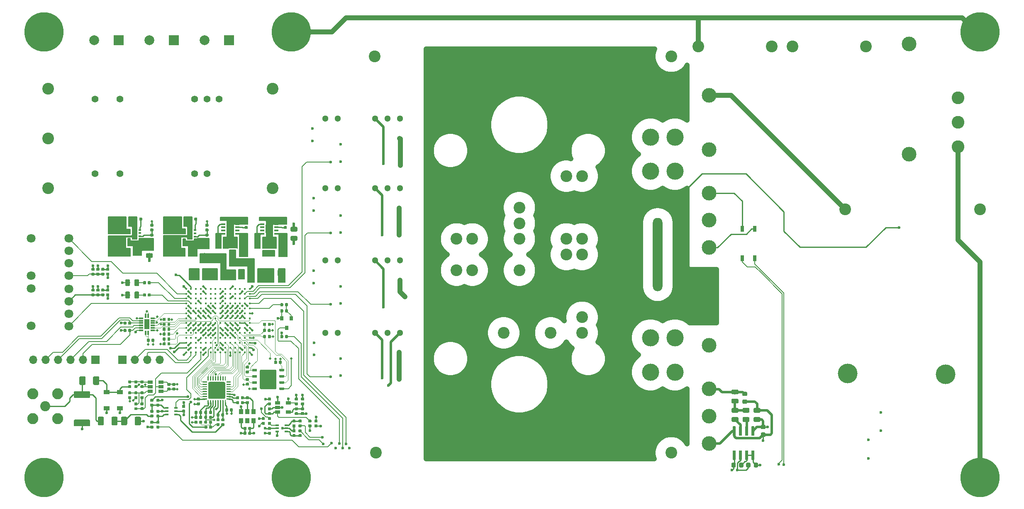
<source format=gbr>
G04 #@! TF.GenerationSoftware,KiCad,Pcbnew,5.1.4-e60b266~84~ubuntu18.04.1*
G04 #@! TF.CreationDate,2019-11-06T15:58:43-08:00*
G04 #@! TF.ProjectId,integrated,696e7465-6772-4617-9465-642e6b696361,rev?*
G04 #@! TF.SameCoordinates,Original*
G04 #@! TF.FileFunction,Copper,L1,Top*
G04 #@! TF.FilePolarity,Positive*
%FSLAX46Y46*%
G04 Gerber Fmt 4.6, Leading zero omitted, Abs format (unit mm)*
G04 Created by KiCad (PCBNEW 5.1.4-e60b266~84~ubuntu18.04.1) date 2019-11-06 15:58:43*
%MOMM*%
%LPD*%
G04 APERTURE LIST*
%ADD10C,0.100000*%
%ADD11C,0.590000*%
%ADD12C,0.875000*%
%ADD13C,2.600000*%
%ADD14C,0.975000*%
%ADD15C,3.500000*%
%ADD16C,1.300000*%
%ADD17C,0.400000*%
%ADD18C,2.000000*%
%ADD19R,2.000000X2.000000*%
%ADD20C,2.400000*%
%ADD21C,3.000000*%
%ADD22O,1.700000X1.700000*%
%ADD23R,1.700000X1.700000*%
%ADD24C,2.250000*%
%ADD25C,2.050000*%
%ADD26C,4.000000*%
%ADD27C,1.350000*%
%ADD28C,3.400000*%
%ADD29C,0.500000*%
%ADD30R,1.050000X2.050000*%
%ADD31R,0.300000X0.850000*%
%ADD32R,0.850000X0.300000*%
%ADD33R,1.060000X0.650000*%
%ADD34R,0.820000X1.050000*%
%ADD35C,0.250000*%
%ADD36C,3.450000*%
%ADD37C,1.800000*%
%ADD38C,1.400000*%
%ADD39R,0.230000X0.825000*%
%ADD40R,1.500000X1.750000*%
%ADD41R,0.860000X0.330000*%
%ADD42O,2.000000X15.000000*%
%ADD43C,0.800000*%
%ADD44C,8.000000*%
%ADD45R,0.500000X0.400000*%
%ADD46R,1.100000X1.900000*%
%ADD47R,1.200000X0.900000*%
%ADD48C,1.250000*%
%ADD49R,0.650000X0.400000*%
%ADD50R,0.800000X0.900000*%
%ADD51R,0.800000X1.200000*%
%ADD52C,0.600000*%
%ADD53C,0.240000*%
%ADD54C,0.320000*%
%ADD55C,0.160000*%
%ADD56C,0.480000*%
%ADD57C,1.000000*%
%ADD58C,0.200000*%
G04 APERTURE END LIST*
D10*
G36*
X100686958Y-134190710D02*
G01*
X100701276Y-134192834D01*
X100715317Y-134196351D01*
X100728946Y-134201228D01*
X100742031Y-134207417D01*
X100754447Y-134214858D01*
X100766073Y-134223481D01*
X100776798Y-134233202D01*
X100786519Y-134243927D01*
X100795142Y-134255553D01*
X100802583Y-134267969D01*
X100808772Y-134281054D01*
X100813649Y-134294683D01*
X100817166Y-134308724D01*
X100819290Y-134323042D01*
X100820000Y-134337500D01*
X100820000Y-134632500D01*
X100819290Y-134646958D01*
X100817166Y-134661276D01*
X100813649Y-134675317D01*
X100808772Y-134688946D01*
X100802583Y-134702031D01*
X100795142Y-134714447D01*
X100786519Y-134726073D01*
X100776798Y-134736798D01*
X100766073Y-134746519D01*
X100754447Y-134755142D01*
X100742031Y-134762583D01*
X100728946Y-134768772D01*
X100715317Y-134773649D01*
X100701276Y-134777166D01*
X100686958Y-134779290D01*
X100672500Y-134780000D01*
X100327500Y-134780000D01*
X100313042Y-134779290D01*
X100298724Y-134777166D01*
X100284683Y-134773649D01*
X100271054Y-134768772D01*
X100257969Y-134762583D01*
X100245553Y-134755142D01*
X100233927Y-134746519D01*
X100223202Y-134736798D01*
X100213481Y-134726073D01*
X100204858Y-134714447D01*
X100197417Y-134702031D01*
X100191228Y-134688946D01*
X100186351Y-134675317D01*
X100182834Y-134661276D01*
X100180710Y-134646958D01*
X100180000Y-134632500D01*
X100180000Y-134337500D01*
X100180710Y-134323042D01*
X100182834Y-134308724D01*
X100186351Y-134294683D01*
X100191228Y-134281054D01*
X100197417Y-134267969D01*
X100204858Y-134255553D01*
X100213481Y-134243927D01*
X100223202Y-134233202D01*
X100233927Y-134223481D01*
X100245553Y-134214858D01*
X100257969Y-134207417D01*
X100271054Y-134201228D01*
X100284683Y-134196351D01*
X100298724Y-134192834D01*
X100313042Y-134190710D01*
X100327500Y-134190000D01*
X100672500Y-134190000D01*
X100686958Y-134190710D01*
X100686958Y-134190710D01*
G37*
D11*
X100500000Y-134485000D03*
D10*
G36*
X100686958Y-133220710D02*
G01*
X100701276Y-133222834D01*
X100715317Y-133226351D01*
X100728946Y-133231228D01*
X100742031Y-133237417D01*
X100754447Y-133244858D01*
X100766073Y-133253481D01*
X100776798Y-133263202D01*
X100786519Y-133273927D01*
X100795142Y-133285553D01*
X100802583Y-133297969D01*
X100808772Y-133311054D01*
X100813649Y-133324683D01*
X100817166Y-133338724D01*
X100819290Y-133353042D01*
X100820000Y-133367500D01*
X100820000Y-133662500D01*
X100819290Y-133676958D01*
X100817166Y-133691276D01*
X100813649Y-133705317D01*
X100808772Y-133718946D01*
X100802583Y-133732031D01*
X100795142Y-133744447D01*
X100786519Y-133756073D01*
X100776798Y-133766798D01*
X100766073Y-133776519D01*
X100754447Y-133785142D01*
X100742031Y-133792583D01*
X100728946Y-133798772D01*
X100715317Y-133803649D01*
X100701276Y-133807166D01*
X100686958Y-133809290D01*
X100672500Y-133810000D01*
X100327500Y-133810000D01*
X100313042Y-133809290D01*
X100298724Y-133807166D01*
X100284683Y-133803649D01*
X100271054Y-133798772D01*
X100257969Y-133792583D01*
X100245553Y-133785142D01*
X100233927Y-133776519D01*
X100223202Y-133766798D01*
X100213481Y-133756073D01*
X100204858Y-133744447D01*
X100197417Y-133732031D01*
X100191228Y-133718946D01*
X100186351Y-133705317D01*
X100182834Y-133691276D01*
X100180710Y-133676958D01*
X100180000Y-133662500D01*
X100180000Y-133367500D01*
X100180710Y-133353042D01*
X100182834Y-133338724D01*
X100186351Y-133324683D01*
X100191228Y-133311054D01*
X100197417Y-133297969D01*
X100204858Y-133285553D01*
X100213481Y-133273927D01*
X100223202Y-133263202D01*
X100233927Y-133253481D01*
X100245553Y-133244858D01*
X100257969Y-133237417D01*
X100271054Y-133231228D01*
X100284683Y-133226351D01*
X100298724Y-133222834D01*
X100313042Y-133220710D01*
X100327500Y-133220000D01*
X100672500Y-133220000D01*
X100686958Y-133220710D01*
X100686958Y-133220710D01*
G37*
D11*
X100500000Y-133515000D03*
D10*
G36*
X99436958Y-134175710D02*
G01*
X99451276Y-134177834D01*
X99465317Y-134181351D01*
X99478946Y-134186228D01*
X99492031Y-134192417D01*
X99504447Y-134199858D01*
X99516073Y-134208481D01*
X99526798Y-134218202D01*
X99536519Y-134228927D01*
X99545142Y-134240553D01*
X99552583Y-134252969D01*
X99558772Y-134266054D01*
X99563649Y-134279683D01*
X99567166Y-134293724D01*
X99569290Y-134308042D01*
X99570000Y-134322500D01*
X99570000Y-134617500D01*
X99569290Y-134631958D01*
X99567166Y-134646276D01*
X99563649Y-134660317D01*
X99558772Y-134673946D01*
X99552583Y-134687031D01*
X99545142Y-134699447D01*
X99536519Y-134711073D01*
X99526798Y-134721798D01*
X99516073Y-134731519D01*
X99504447Y-134740142D01*
X99492031Y-134747583D01*
X99478946Y-134753772D01*
X99465317Y-134758649D01*
X99451276Y-134762166D01*
X99436958Y-134764290D01*
X99422500Y-134765000D01*
X99077500Y-134765000D01*
X99063042Y-134764290D01*
X99048724Y-134762166D01*
X99034683Y-134758649D01*
X99021054Y-134753772D01*
X99007969Y-134747583D01*
X98995553Y-134740142D01*
X98983927Y-134731519D01*
X98973202Y-134721798D01*
X98963481Y-134711073D01*
X98954858Y-134699447D01*
X98947417Y-134687031D01*
X98941228Y-134673946D01*
X98936351Y-134660317D01*
X98932834Y-134646276D01*
X98930710Y-134631958D01*
X98930000Y-134617500D01*
X98930000Y-134322500D01*
X98930710Y-134308042D01*
X98932834Y-134293724D01*
X98936351Y-134279683D01*
X98941228Y-134266054D01*
X98947417Y-134252969D01*
X98954858Y-134240553D01*
X98963481Y-134228927D01*
X98973202Y-134218202D01*
X98983927Y-134208481D01*
X98995553Y-134199858D01*
X99007969Y-134192417D01*
X99021054Y-134186228D01*
X99034683Y-134181351D01*
X99048724Y-134177834D01*
X99063042Y-134175710D01*
X99077500Y-134175000D01*
X99422500Y-134175000D01*
X99436958Y-134175710D01*
X99436958Y-134175710D01*
G37*
D11*
X99250000Y-134470000D03*
D10*
G36*
X99436958Y-133205710D02*
G01*
X99451276Y-133207834D01*
X99465317Y-133211351D01*
X99478946Y-133216228D01*
X99492031Y-133222417D01*
X99504447Y-133229858D01*
X99516073Y-133238481D01*
X99526798Y-133248202D01*
X99536519Y-133258927D01*
X99545142Y-133270553D01*
X99552583Y-133282969D01*
X99558772Y-133296054D01*
X99563649Y-133309683D01*
X99567166Y-133323724D01*
X99569290Y-133338042D01*
X99570000Y-133352500D01*
X99570000Y-133647500D01*
X99569290Y-133661958D01*
X99567166Y-133676276D01*
X99563649Y-133690317D01*
X99558772Y-133703946D01*
X99552583Y-133717031D01*
X99545142Y-133729447D01*
X99536519Y-133741073D01*
X99526798Y-133751798D01*
X99516073Y-133761519D01*
X99504447Y-133770142D01*
X99492031Y-133777583D01*
X99478946Y-133783772D01*
X99465317Y-133788649D01*
X99451276Y-133792166D01*
X99436958Y-133794290D01*
X99422500Y-133795000D01*
X99077500Y-133795000D01*
X99063042Y-133794290D01*
X99048724Y-133792166D01*
X99034683Y-133788649D01*
X99021054Y-133783772D01*
X99007969Y-133777583D01*
X98995553Y-133770142D01*
X98983927Y-133761519D01*
X98973202Y-133751798D01*
X98963481Y-133741073D01*
X98954858Y-133729447D01*
X98947417Y-133717031D01*
X98941228Y-133703946D01*
X98936351Y-133690317D01*
X98932834Y-133676276D01*
X98930710Y-133661958D01*
X98930000Y-133647500D01*
X98930000Y-133352500D01*
X98930710Y-133338042D01*
X98932834Y-133323724D01*
X98936351Y-133309683D01*
X98941228Y-133296054D01*
X98947417Y-133282969D01*
X98954858Y-133270553D01*
X98963481Y-133258927D01*
X98973202Y-133248202D01*
X98983927Y-133238481D01*
X98995553Y-133229858D01*
X99007969Y-133222417D01*
X99021054Y-133216228D01*
X99034683Y-133211351D01*
X99048724Y-133207834D01*
X99063042Y-133205710D01*
X99077500Y-133205000D01*
X99422500Y-133205000D01*
X99436958Y-133205710D01*
X99436958Y-133205710D01*
G37*
D11*
X99250000Y-133500000D03*
D10*
G36*
X108936958Y-134690710D02*
G01*
X108951276Y-134692834D01*
X108965317Y-134696351D01*
X108978946Y-134701228D01*
X108992031Y-134707417D01*
X109004447Y-134714858D01*
X109016073Y-134723481D01*
X109026798Y-134733202D01*
X109036519Y-134743927D01*
X109045142Y-134755553D01*
X109052583Y-134767969D01*
X109058772Y-134781054D01*
X109063649Y-134794683D01*
X109067166Y-134808724D01*
X109069290Y-134823042D01*
X109070000Y-134837500D01*
X109070000Y-135132500D01*
X109069290Y-135146958D01*
X109067166Y-135161276D01*
X109063649Y-135175317D01*
X109058772Y-135188946D01*
X109052583Y-135202031D01*
X109045142Y-135214447D01*
X109036519Y-135226073D01*
X109026798Y-135236798D01*
X109016073Y-135246519D01*
X109004447Y-135255142D01*
X108992031Y-135262583D01*
X108978946Y-135268772D01*
X108965317Y-135273649D01*
X108951276Y-135277166D01*
X108936958Y-135279290D01*
X108922500Y-135280000D01*
X108577500Y-135280000D01*
X108563042Y-135279290D01*
X108548724Y-135277166D01*
X108534683Y-135273649D01*
X108521054Y-135268772D01*
X108507969Y-135262583D01*
X108495553Y-135255142D01*
X108483927Y-135246519D01*
X108473202Y-135236798D01*
X108463481Y-135226073D01*
X108454858Y-135214447D01*
X108447417Y-135202031D01*
X108441228Y-135188946D01*
X108436351Y-135175317D01*
X108432834Y-135161276D01*
X108430710Y-135146958D01*
X108430000Y-135132500D01*
X108430000Y-134837500D01*
X108430710Y-134823042D01*
X108432834Y-134808724D01*
X108436351Y-134794683D01*
X108441228Y-134781054D01*
X108447417Y-134767969D01*
X108454858Y-134755553D01*
X108463481Y-134743927D01*
X108473202Y-134733202D01*
X108483927Y-134723481D01*
X108495553Y-134714858D01*
X108507969Y-134707417D01*
X108521054Y-134701228D01*
X108534683Y-134696351D01*
X108548724Y-134692834D01*
X108563042Y-134690710D01*
X108577500Y-134690000D01*
X108922500Y-134690000D01*
X108936958Y-134690710D01*
X108936958Y-134690710D01*
G37*
D11*
X108750000Y-134985000D03*
D10*
G36*
X108936958Y-133720710D02*
G01*
X108951276Y-133722834D01*
X108965317Y-133726351D01*
X108978946Y-133731228D01*
X108992031Y-133737417D01*
X109004447Y-133744858D01*
X109016073Y-133753481D01*
X109026798Y-133763202D01*
X109036519Y-133773927D01*
X109045142Y-133785553D01*
X109052583Y-133797969D01*
X109058772Y-133811054D01*
X109063649Y-133824683D01*
X109067166Y-133838724D01*
X109069290Y-133853042D01*
X109070000Y-133867500D01*
X109070000Y-134162500D01*
X109069290Y-134176958D01*
X109067166Y-134191276D01*
X109063649Y-134205317D01*
X109058772Y-134218946D01*
X109052583Y-134232031D01*
X109045142Y-134244447D01*
X109036519Y-134256073D01*
X109026798Y-134266798D01*
X109016073Y-134276519D01*
X109004447Y-134285142D01*
X108992031Y-134292583D01*
X108978946Y-134298772D01*
X108965317Y-134303649D01*
X108951276Y-134307166D01*
X108936958Y-134309290D01*
X108922500Y-134310000D01*
X108577500Y-134310000D01*
X108563042Y-134309290D01*
X108548724Y-134307166D01*
X108534683Y-134303649D01*
X108521054Y-134298772D01*
X108507969Y-134292583D01*
X108495553Y-134285142D01*
X108483927Y-134276519D01*
X108473202Y-134266798D01*
X108463481Y-134256073D01*
X108454858Y-134244447D01*
X108447417Y-134232031D01*
X108441228Y-134218946D01*
X108436351Y-134205317D01*
X108432834Y-134191276D01*
X108430710Y-134176958D01*
X108430000Y-134162500D01*
X108430000Y-133867500D01*
X108430710Y-133853042D01*
X108432834Y-133838724D01*
X108436351Y-133824683D01*
X108441228Y-133811054D01*
X108447417Y-133797969D01*
X108454858Y-133785553D01*
X108463481Y-133773927D01*
X108473202Y-133763202D01*
X108483927Y-133753481D01*
X108495553Y-133744858D01*
X108507969Y-133737417D01*
X108521054Y-133731228D01*
X108534683Y-133726351D01*
X108548724Y-133722834D01*
X108563042Y-133720710D01*
X108577500Y-133720000D01*
X108922500Y-133720000D01*
X108936958Y-133720710D01*
X108936958Y-133720710D01*
G37*
D11*
X108750000Y-134015000D03*
D10*
G36*
X110186958Y-134690710D02*
G01*
X110201276Y-134692834D01*
X110215317Y-134696351D01*
X110228946Y-134701228D01*
X110242031Y-134707417D01*
X110254447Y-134714858D01*
X110266073Y-134723481D01*
X110276798Y-134733202D01*
X110286519Y-134743927D01*
X110295142Y-134755553D01*
X110302583Y-134767969D01*
X110308772Y-134781054D01*
X110313649Y-134794683D01*
X110317166Y-134808724D01*
X110319290Y-134823042D01*
X110320000Y-134837500D01*
X110320000Y-135132500D01*
X110319290Y-135146958D01*
X110317166Y-135161276D01*
X110313649Y-135175317D01*
X110308772Y-135188946D01*
X110302583Y-135202031D01*
X110295142Y-135214447D01*
X110286519Y-135226073D01*
X110276798Y-135236798D01*
X110266073Y-135246519D01*
X110254447Y-135255142D01*
X110242031Y-135262583D01*
X110228946Y-135268772D01*
X110215317Y-135273649D01*
X110201276Y-135277166D01*
X110186958Y-135279290D01*
X110172500Y-135280000D01*
X109827500Y-135280000D01*
X109813042Y-135279290D01*
X109798724Y-135277166D01*
X109784683Y-135273649D01*
X109771054Y-135268772D01*
X109757969Y-135262583D01*
X109745553Y-135255142D01*
X109733927Y-135246519D01*
X109723202Y-135236798D01*
X109713481Y-135226073D01*
X109704858Y-135214447D01*
X109697417Y-135202031D01*
X109691228Y-135188946D01*
X109686351Y-135175317D01*
X109682834Y-135161276D01*
X109680710Y-135146958D01*
X109680000Y-135132500D01*
X109680000Y-134837500D01*
X109680710Y-134823042D01*
X109682834Y-134808724D01*
X109686351Y-134794683D01*
X109691228Y-134781054D01*
X109697417Y-134767969D01*
X109704858Y-134755553D01*
X109713481Y-134743927D01*
X109723202Y-134733202D01*
X109733927Y-134723481D01*
X109745553Y-134714858D01*
X109757969Y-134707417D01*
X109771054Y-134701228D01*
X109784683Y-134696351D01*
X109798724Y-134692834D01*
X109813042Y-134690710D01*
X109827500Y-134690000D01*
X110172500Y-134690000D01*
X110186958Y-134690710D01*
X110186958Y-134690710D01*
G37*
D11*
X110000000Y-134985000D03*
D10*
G36*
X110186958Y-133720710D02*
G01*
X110201276Y-133722834D01*
X110215317Y-133726351D01*
X110228946Y-133731228D01*
X110242031Y-133737417D01*
X110254447Y-133744858D01*
X110266073Y-133753481D01*
X110276798Y-133763202D01*
X110286519Y-133773927D01*
X110295142Y-133785553D01*
X110302583Y-133797969D01*
X110308772Y-133811054D01*
X110313649Y-133824683D01*
X110317166Y-133838724D01*
X110319290Y-133853042D01*
X110320000Y-133867500D01*
X110320000Y-134162500D01*
X110319290Y-134176958D01*
X110317166Y-134191276D01*
X110313649Y-134205317D01*
X110308772Y-134218946D01*
X110302583Y-134232031D01*
X110295142Y-134244447D01*
X110286519Y-134256073D01*
X110276798Y-134266798D01*
X110266073Y-134276519D01*
X110254447Y-134285142D01*
X110242031Y-134292583D01*
X110228946Y-134298772D01*
X110215317Y-134303649D01*
X110201276Y-134307166D01*
X110186958Y-134309290D01*
X110172500Y-134310000D01*
X109827500Y-134310000D01*
X109813042Y-134309290D01*
X109798724Y-134307166D01*
X109784683Y-134303649D01*
X109771054Y-134298772D01*
X109757969Y-134292583D01*
X109745553Y-134285142D01*
X109733927Y-134276519D01*
X109723202Y-134266798D01*
X109713481Y-134256073D01*
X109704858Y-134244447D01*
X109697417Y-134232031D01*
X109691228Y-134218946D01*
X109686351Y-134205317D01*
X109682834Y-134191276D01*
X109680710Y-134176958D01*
X109680000Y-134162500D01*
X109680000Y-133867500D01*
X109680710Y-133853042D01*
X109682834Y-133838724D01*
X109686351Y-133824683D01*
X109691228Y-133811054D01*
X109697417Y-133797969D01*
X109704858Y-133785553D01*
X109713481Y-133773927D01*
X109723202Y-133763202D01*
X109733927Y-133753481D01*
X109745553Y-133744858D01*
X109757969Y-133737417D01*
X109771054Y-133731228D01*
X109784683Y-133726351D01*
X109798724Y-133722834D01*
X109813042Y-133720710D01*
X109827500Y-133720000D01*
X110172500Y-133720000D01*
X110186958Y-133720710D01*
X110186958Y-133720710D01*
G37*
D11*
X110000000Y-134015000D03*
D10*
G36*
X198452691Y-142526053D02*
G01*
X198473926Y-142529203D01*
X198494750Y-142534419D01*
X198514962Y-142541651D01*
X198534368Y-142550830D01*
X198552781Y-142561866D01*
X198570024Y-142574654D01*
X198585930Y-142589070D01*
X198600346Y-142604976D01*
X198613134Y-142622219D01*
X198624170Y-142640632D01*
X198633349Y-142660038D01*
X198640581Y-142680250D01*
X198645797Y-142701074D01*
X198648947Y-142722309D01*
X198650000Y-142743750D01*
X198650000Y-143256250D01*
X198648947Y-143277691D01*
X198645797Y-143298926D01*
X198640581Y-143319750D01*
X198633349Y-143339962D01*
X198624170Y-143359368D01*
X198613134Y-143377781D01*
X198600346Y-143395024D01*
X198585930Y-143410930D01*
X198570024Y-143425346D01*
X198552781Y-143438134D01*
X198534368Y-143449170D01*
X198514962Y-143458349D01*
X198494750Y-143465581D01*
X198473926Y-143470797D01*
X198452691Y-143473947D01*
X198431250Y-143475000D01*
X197993750Y-143475000D01*
X197972309Y-143473947D01*
X197951074Y-143470797D01*
X197930250Y-143465581D01*
X197910038Y-143458349D01*
X197890632Y-143449170D01*
X197872219Y-143438134D01*
X197854976Y-143425346D01*
X197839070Y-143410930D01*
X197824654Y-143395024D01*
X197811866Y-143377781D01*
X197800830Y-143359368D01*
X197791651Y-143339962D01*
X197784419Y-143319750D01*
X197779203Y-143298926D01*
X197776053Y-143277691D01*
X197775000Y-143256250D01*
X197775000Y-142743750D01*
X197776053Y-142722309D01*
X197779203Y-142701074D01*
X197784419Y-142680250D01*
X197791651Y-142660038D01*
X197800830Y-142640632D01*
X197811866Y-142622219D01*
X197824654Y-142604976D01*
X197839070Y-142589070D01*
X197854976Y-142574654D01*
X197872219Y-142561866D01*
X197890632Y-142550830D01*
X197910038Y-142541651D01*
X197930250Y-142534419D01*
X197951074Y-142529203D01*
X197972309Y-142526053D01*
X197993750Y-142525000D01*
X198431250Y-142525000D01*
X198452691Y-142526053D01*
X198452691Y-142526053D01*
G37*
D12*
X198212500Y-143000000D03*
D10*
G36*
X200027691Y-142526053D02*
G01*
X200048926Y-142529203D01*
X200069750Y-142534419D01*
X200089962Y-142541651D01*
X200109368Y-142550830D01*
X200127781Y-142561866D01*
X200145024Y-142574654D01*
X200160930Y-142589070D01*
X200175346Y-142604976D01*
X200188134Y-142622219D01*
X200199170Y-142640632D01*
X200208349Y-142660038D01*
X200215581Y-142680250D01*
X200220797Y-142701074D01*
X200223947Y-142722309D01*
X200225000Y-142743750D01*
X200225000Y-143256250D01*
X200223947Y-143277691D01*
X200220797Y-143298926D01*
X200215581Y-143319750D01*
X200208349Y-143339962D01*
X200199170Y-143359368D01*
X200188134Y-143377781D01*
X200175346Y-143395024D01*
X200160930Y-143410930D01*
X200145024Y-143425346D01*
X200127781Y-143438134D01*
X200109368Y-143449170D01*
X200089962Y-143458349D01*
X200069750Y-143465581D01*
X200048926Y-143470797D01*
X200027691Y-143473947D01*
X200006250Y-143475000D01*
X199568750Y-143475000D01*
X199547309Y-143473947D01*
X199526074Y-143470797D01*
X199505250Y-143465581D01*
X199485038Y-143458349D01*
X199465632Y-143449170D01*
X199447219Y-143438134D01*
X199429976Y-143425346D01*
X199414070Y-143410930D01*
X199399654Y-143395024D01*
X199386866Y-143377781D01*
X199375830Y-143359368D01*
X199366651Y-143339962D01*
X199359419Y-143319750D01*
X199354203Y-143298926D01*
X199351053Y-143277691D01*
X199350000Y-143256250D01*
X199350000Y-142743750D01*
X199351053Y-142722309D01*
X199354203Y-142701074D01*
X199359419Y-142680250D01*
X199366651Y-142660038D01*
X199375830Y-142640632D01*
X199386866Y-142622219D01*
X199399654Y-142604976D01*
X199414070Y-142589070D01*
X199429976Y-142574654D01*
X199447219Y-142561866D01*
X199465632Y-142550830D01*
X199485038Y-142541651D01*
X199505250Y-142534419D01*
X199526074Y-142529203D01*
X199547309Y-142526053D01*
X199568750Y-142525000D01*
X200006250Y-142525000D01*
X200027691Y-142526053D01*
X200027691Y-142526053D01*
G37*
D12*
X199787500Y-143000000D03*
D10*
G36*
X66686958Y-107940710D02*
G01*
X66701276Y-107942834D01*
X66715317Y-107946351D01*
X66728946Y-107951228D01*
X66742031Y-107957417D01*
X66754447Y-107964858D01*
X66766073Y-107973481D01*
X66776798Y-107983202D01*
X66786519Y-107993927D01*
X66795142Y-108005553D01*
X66802583Y-108017969D01*
X66808772Y-108031054D01*
X66813649Y-108044683D01*
X66817166Y-108058724D01*
X66819290Y-108073042D01*
X66820000Y-108087500D01*
X66820000Y-108382500D01*
X66819290Y-108396958D01*
X66817166Y-108411276D01*
X66813649Y-108425317D01*
X66808772Y-108438946D01*
X66802583Y-108452031D01*
X66795142Y-108464447D01*
X66786519Y-108476073D01*
X66776798Y-108486798D01*
X66766073Y-108496519D01*
X66754447Y-108505142D01*
X66742031Y-108512583D01*
X66728946Y-108518772D01*
X66715317Y-108523649D01*
X66701276Y-108527166D01*
X66686958Y-108529290D01*
X66672500Y-108530000D01*
X66327500Y-108530000D01*
X66313042Y-108529290D01*
X66298724Y-108527166D01*
X66284683Y-108523649D01*
X66271054Y-108518772D01*
X66257969Y-108512583D01*
X66245553Y-108505142D01*
X66233927Y-108496519D01*
X66223202Y-108486798D01*
X66213481Y-108476073D01*
X66204858Y-108464447D01*
X66197417Y-108452031D01*
X66191228Y-108438946D01*
X66186351Y-108425317D01*
X66182834Y-108411276D01*
X66180710Y-108396958D01*
X66180000Y-108382500D01*
X66180000Y-108087500D01*
X66180710Y-108073042D01*
X66182834Y-108058724D01*
X66186351Y-108044683D01*
X66191228Y-108031054D01*
X66197417Y-108017969D01*
X66204858Y-108005553D01*
X66213481Y-107993927D01*
X66223202Y-107983202D01*
X66233927Y-107973481D01*
X66245553Y-107964858D01*
X66257969Y-107957417D01*
X66271054Y-107951228D01*
X66284683Y-107946351D01*
X66298724Y-107942834D01*
X66313042Y-107940710D01*
X66327500Y-107940000D01*
X66672500Y-107940000D01*
X66686958Y-107940710D01*
X66686958Y-107940710D01*
G37*
D11*
X66500000Y-108235000D03*
D10*
G36*
X66686958Y-106970710D02*
G01*
X66701276Y-106972834D01*
X66715317Y-106976351D01*
X66728946Y-106981228D01*
X66742031Y-106987417D01*
X66754447Y-106994858D01*
X66766073Y-107003481D01*
X66776798Y-107013202D01*
X66786519Y-107023927D01*
X66795142Y-107035553D01*
X66802583Y-107047969D01*
X66808772Y-107061054D01*
X66813649Y-107074683D01*
X66817166Y-107088724D01*
X66819290Y-107103042D01*
X66820000Y-107117500D01*
X66820000Y-107412500D01*
X66819290Y-107426958D01*
X66817166Y-107441276D01*
X66813649Y-107455317D01*
X66808772Y-107468946D01*
X66802583Y-107482031D01*
X66795142Y-107494447D01*
X66786519Y-107506073D01*
X66776798Y-107516798D01*
X66766073Y-107526519D01*
X66754447Y-107535142D01*
X66742031Y-107542583D01*
X66728946Y-107548772D01*
X66715317Y-107553649D01*
X66701276Y-107557166D01*
X66686958Y-107559290D01*
X66672500Y-107560000D01*
X66327500Y-107560000D01*
X66313042Y-107559290D01*
X66298724Y-107557166D01*
X66284683Y-107553649D01*
X66271054Y-107548772D01*
X66257969Y-107542583D01*
X66245553Y-107535142D01*
X66233927Y-107526519D01*
X66223202Y-107516798D01*
X66213481Y-107506073D01*
X66204858Y-107494447D01*
X66197417Y-107482031D01*
X66191228Y-107468946D01*
X66186351Y-107455317D01*
X66182834Y-107441276D01*
X66180710Y-107426958D01*
X66180000Y-107412500D01*
X66180000Y-107117500D01*
X66180710Y-107103042D01*
X66182834Y-107088724D01*
X66186351Y-107074683D01*
X66191228Y-107061054D01*
X66197417Y-107047969D01*
X66204858Y-107035553D01*
X66213481Y-107023927D01*
X66223202Y-107013202D01*
X66233927Y-107003481D01*
X66245553Y-106994858D01*
X66257969Y-106987417D01*
X66271054Y-106981228D01*
X66284683Y-106976351D01*
X66298724Y-106972834D01*
X66313042Y-106970710D01*
X66327500Y-106970000D01*
X66672500Y-106970000D01*
X66686958Y-106970710D01*
X66686958Y-106970710D01*
G37*
D11*
X66500000Y-107265000D03*
D10*
G36*
X66686958Y-103690710D02*
G01*
X66701276Y-103692834D01*
X66715317Y-103696351D01*
X66728946Y-103701228D01*
X66742031Y-103707417D01*
X66754447Y-103714858D01*
X66766073Y-103723481D01*
X66776798Y-103733202D01*
X66786519Y-103743927D01*
X66795142Y-103755553D01*
X66802583Y-103767969D01*
X66808772Y-103781054D01*
X66813649Y-103794683D01*
X66817166Y-103808724D01*
X66819290Y-103823042D01*
X66820000Y-103837500D01*
X66820000Y-104132500D01*
X66819290Y-104146958D01*
X66817166Y-104161276D01*
X66813649Y-104175317D01*
X66808772Y-104188946D01*
X66802583Y-104202031D01*
X66795142Y-104214447D01*
X66786519Y-104226073D01*
X66776798Y-104236798D01*
X66766073Y-104246519D01*
X66754447Y-104255142D01*
X66742031Y-104262583D01*
X66728946Y-104268772D01*
X66715317Y-104273649D01*
X66701276Y-104277166D01*
X66686958Y-104279290D01*
X66672500Y-104280000D01*
X66327500Y-104280000D01*
X66313042Y-104279290D01*
X66298724Y-104277166D01*
X66284683Y-104273649D01*
X66271054Y-104268772D01*
X66257969Y-104262583D01*
X66245553Y-104255142D01*
X66233927Y-104246519D01*
X66223202Y-104236798D01*
X66213481Y-104226073D01*
X66204858Y-104214447D01*
X66197417Y-104202031D01*
X66191228Y-104188946D01*
X66186351Y-104175317D01*
X66182834Y-104161276D01*
X66180710Y-104146958D01*
X66180000Y-104132500D01*
X66180000Y-103837500D01*
X66180710Y-103823042D01*
X66182834Y-103808724D01*
X66186351Y-103794683D01*
X66191228Y-103781054D01*
X66197417Y-103767969D01*
X66204858Y-103755553D01*
X66213481Y-103743927D01*
X66223202Y-103733202D01*
X66233927Y-103723481D01*
X66245553Y-103714858D01*
X66257969Y-103707417D01*
X66271054Y-103701228D01*
X66284683Y-103696351D01*
X66298724Y-103692834D01*
X66313042Y-103690710D01*
X66327500Y-103690000D01*
X66672500Y-103690000D01*
X66686958Y-103690710D01*
X66686958Y-103690710D01*
G37*
D11*
X66500000Y-103985000D03*
D10*
G36*
X66686958Y-102720710D02*
G01*
X66701276Y-102722834D01*
X66715317Y-102726351D01*
X66728946Y-102731228D01*
X66742031Y-102737417D01*
X66754447Y-102744858D01*
X66766073Y-102753481D01*
X66776798Y-102763202D01*
X66786519Y-102773927D01*
X66795142Y-102785553D01*
X66802583Y-102797969D01*
X66808772Y-102811054D01*
X66813649Y-102824683D01*
X66817166Y-102838724D01*
X66819290Y-102853042D01*
X66820000Y-102867500D01*
X66820000Y-103162500D01*
X66819290Y-103176958D01*
X66817166Y-103191276D01*
X66813649Y-103205317D01*
X66808772Y-103218946D01*
X66802583Y-103232031D01*
X66795142Y-103244447D01*
X66786519Y-103256073D01*
X66776798Y-103266798D01*
X66766073Y-103276519D01*
X66754447Y-103285142D01*
X66742031Y-103292583D01*
X66728946Y-103298772D01*
X66715317Y-103303649D01*
X66701276Y-103307166D01*
X66686958Y-103309290D01*
X66672500Y-103310000D01*
X66327500Y-103310000D01*
X66313042Y-103309290D01*
X66298724Y-103307166D01*
X66284683Y-103303649D01*
X66271054Y-103298772D01*
X66257969Y-103292583D01*
X66245553Y-103285142D01*
X66233927Y-103276519D01*
X66223202Y-103266798D01*
X66213481Y-103256073D01*
X66204858Y-103244447D01*
X66197417Y-103232031D01*
X66191228Y-103218946D01*
X66186351Y-103205317D01*
X66182834Y-103191276D01*
X66180710Y-103176958D01*
X66180000Y-103162500D01*
X66180000Y-102867500D01*
X66180710Y-102853042D01*
X66182834Y-102838724D01*
X66186351Y-102824683D01*
X66191228Y-102811054D01*
X66197417Y-102797969D01*
X66204858Y-102785553D01*
X66213481Y-102773927D01*
X66223202Y-102763202D01*
X66233927Y-102753481D01*
X66245553Y-102744858D01*
X66257969Y-102737417D01*
X66271054Y-102731228D01*
X66284683Y-102726351D01*
X66298724Y-102722834D01*
X66313042Y-102720710D01*
X66327500Y-102720000D01*
X66672500Y-102720000D01*
X66686958Y-102720710D01*
X66686958Y-102720710D01*
G37*
D11*
X66500000Y-103015000D03*
D13*
X241000000Y-73000000D03*
X241000000Y-78000000D03*
X241000000Y-68000000D03*
D10*
G36*
X73705142Y-107551174D02*
G01*
X73728803Y-107554684D01*
X73752007Y-107560496D01*
X73774529Y-107568554D01*
X73796153Y-107578782D01*
X73816670Y-107591079D01*
X73835883Y-107605329D01*
X73853607Y-107621393D01*
X73869671Y-107639117D01*
X73883921Y-107658330D01*
X73896218Y-107678847D01*
X73906446Y-107700471D01*
X73914504Y-107722993D01*
X73920316Y-107746197D01*
X73923826Y-107769858D01*
X73925000Y-107793750D01*
X73925000Y-108706250D01*
X73923826Y-108730142D01*
X73920316Y-108753803D01*
X73914504Y-108777007D01*
X73906446Y-108799529D01*
X73896218Y-108821153D01*
X73883921Y-108841670D01*
X73869671Y-108860883D01*
X73853607Y-108878607D01*
X73835883Y-108894671D01*
X73816670Y-108908921D01*
X73796153Y-108921218D01*
X73774529Y-108931446D01*
X73752007Y-108939504D01*
X73728803Y-108945316D01*
X73705142Y-108948826D01*
X73681250Y-108950000D01*
X73193750Y-108950000D01*
X73169858Y-108948826D01*
X73146197Y-108945316D01*
X73122993Y-108939504D01*
X73100471Y-108931446D01*
X73078847Y-108921218D01*
X73058330Y-108908921D01*
X73039117Y-108894671D01*
X73021393Y-108878607D01*
X73005329Y-108860883D01*
X72991079Y-108841670D01*
X72978782Y-108821153D01*
X72968554Y-108799529D01*
X72960496Y-108777007D01*
X72954684Y-108753803D01*
X72951174Y-108730142D01*
X72950000Y-108706250D01*
X72950000Y-107793750D01*
X72951174Y-107769858D01*
X72954684Y-107746197D01*
X72960496Y-107722993D01*
X72968554Y-107700471D01*
X72978782Y-107678847D01*
X72991079Y-107658330D01*
X73005329Y-107639117D01*
X73021393Y-107621393D01*
X73039117Y-107605329D01*
X73058330Y-107591079D01*
X73078847Y-107578782D01*
X73100471Y-107568554D01*
X73122993Y-107560496D01*
X73146197Y-107554684D01*
X73169858Y-107551174D01*
X73193750Y-107550000D01*
X73681250Y-107550000D01*
X73705142Y-107551174D01*
X73705142Y-107551174D01*
G37*
D14*
X73437500Y-108250000D03*
D10*
G36*
X71830142Y-107551174D02*
G01*
X71853803Y-107554684D01*
X71877007Y-107560496D01*
X71899529Y-107568554D01*
X71921153Y-107578782D01*
X71941670Y-107591079D01*
X71960883Y-107605329D01*
X71978607Y-107621393D01*
X71994671Y-107639117D01*
X72008921Y-107658330D01*
X72021218Y-107678847D01*
X72031446Y-107700471D01*
X72039504Y-107722993D01*
X72045316Y-107746197D01*
X72048826Y-107769858D01*
X72050000Y-107793750D01*
X72050000Y-108706250D01*
X72048826Y-108730142D01*
X72045316Y-108753803D01*
X72039504Y-108777007D01*
X72031446Y-108799529D01*
X72021218Y-108821153D01*
X72008921Y-108841670D01*
X71994671Y-108860883D01*
X71978607Y-108878607D01*
X71960883Y-108894671D01*
X71941670Y-108908921D01*
X71921153Y-108921218D01*
X71899529Y-108931446D01*
X71877007Y-108939504D01*
X71853803Y-108945316D01*
X71830142Y-108948826D01*
X71806250Y-108950000D01*
X71318750Y-108950000D01*
X71294858Y-108948826D01*
X71271197Y-108945316D01*
X71247993Y-108939504D01*
X71225471Y-108931446D01*
X71203847Y-108921218D01*
X71183330Y-108908921D01*
X71164117Y-108894671D01*
X71146393Y-108878607D01*
X71130329Y-108860883D01*
X71116079Y-108841670D01*
X71103782Y-108821153D01*
X71093554Y-108799529D01*
X71085496Y-108777007D01*
X71079684Y-108753803D01*
X71076174Y-108730142D01*
X71075000Y-108706250D01*
X71075000Y-107793750D01*
X71076174Y-107769858D01*
X71079684Y-107746197D01*
X71085496Y-107722993D01*
X71093554Y-107700471D01*
X71103782Y-107678847D01*
X71116079Y-107658330D01*
X71130329Y-107639117D01*
X71146393Y-107621393D01*
X71164117Y-107605329D01*
X71183330Y-107591079D01*
X71203847Y-107578782D01*
X71225471Y-107568554D01*
X71247993Y-107560496D01*
X71271197Y-107554684D01*
X71294858Y-107551174D01*
X71318750Y-107550000D01*
X71806250Y-107550000D01*
X71830142Y-107551174D01*
X71830142Y-107551174D01*
G37*
D14*
X71562500Y-108250000D03*
D10*
G36*
X73705142Y-105051174D02*
G01*
X73728803Y-105054684D01*
X73752007Y-105060496D01*
X73774529Y-105068554D01*
X73796153Y-105078782D01*
X73816670Y-105091079D01*
X73835883Y-105105329D01*
X73853607Y-105121393D01*
X73869671Y-105139117D01*
X73883921Y-105158330D01*
X73896218Y-105178847D01*
X73906446Y-105200471D01*
X73914504Y-105222993D01*
X73920316Y-105246197D01*
X73923826Y-105269858D01*
X73925000Y-105293750D01*
X73925000Y-106206250D01*
X73923826Y-106230142D01*
X73920316Y-106253803D01*
X73914504Y-106277007D01*
X73906446Y-106299529D01*
X73896218Y-106321153D01*
X73883921Y-106341670D01*
X73869671Y-106360883D01*
X73853607Y-106378607D01*
X73835883Y-106394671D01*
X73816670Y-106408921D01*
X73796153Y-106421218D01*
X73774529Y-106431446D01*
X73752007Y-106439504D01*
X73728803Y-106445316D01*
X73705142Y-106448826D01*
X73681250Y-106450000D01*
X73193750Y-106450000D01*
X73169858Y-106448826D01*
X73146197Y-106445316D01*
X73122993Y-106439504D01*
X73100471Y-106431446D01*
X73078847Y-106421218D01*
X73058330Y-106408921D01*
X73039117Y-106394671D01*
X73021393Y-106378607D01*
X73005329Y-106360883D01*
X72991079Y-106341670D01*
X72978782Y-106321153D01*
X72968554Y-106299529D01*
X72960496Y-106277007D01*
X72954684Y-106253803D01*
X72951174Y-106230142D01*
X72950000Y-106206250D01*
X72950000Y-105293750D01*
X72951174Y-105269858D01*
X72954684Y-105246197D01*
X72960496Y-105222993D01*
X72968554Y-105200471D01*
X72978782Y-105178847D01*
X72991079Y-105158330D01*
X73005329Y-105139117D01*
X73021393Y-105121393D01*
X73039117Y-105105329D01*
X73058330Y-105091079D01*
X73078847Y-105078782D01*
X73100471Y-105068554D01*
X73122993Y-105060496D01*
X73146197Y-105054684D01*
X73169858Y-105051174D01*
X73193750Y-105050000D01*
X73681250Y-105050000D01*
X73705142Y-105051174D01*
X73705142Y-105051174D01*
G37*
D14*
X73437500Y-105750000D03*
D10*
G36*
X71830142Y-105051174D02*
G01*
X71853803Y-105054684D01*
X71877007Y-105060496D01*
X71899529Y-105068554D01*
X71921153Y-105078782D01*
X71941670Y-105091079D01*
X71960883Y-105105329D01*
X71978607Y-105121393D01*
X71994671Y-105139117D01*
X72008921Y-105158330D01*
X72021218Y-105178847D01*
X72031446Y-105200471D01*
X72039504Y-105222993D01*
X72045316Y-105246197D01*
X72048826Y-105269858D01*
X72050000Y-105293750D01*
X72050000Y-106206250D01*
X72048826Y-106230142D01*
X72045316Y-106253803D01*
X72039504Y-106277007D01*
X72031446Y-106299529D01*
X72021218Y-106321153D01*
X72008921Y-106341670D01*
X71994671Y-106360883D01*
X71978607Y-106378607D01*
X71960883Y-106394671D01*
X71941670Y-106408921D01*
X71921153Y-106421218D01*
X71899529Y-106431446D01*
X71877007Y-106439504D01*
X71853803Y-106445316D01*
X71830142Y-106448826D01*
X71806250Y-106450000D01*
X71318750Y-106450000D01*
X71294858Y-106448826D01*
X71271197Y-106445316D01*
X71247993Y-106439504D01*
X71225471Y-106431446D01*
X71203847Y-106421218D01*
X71183330Y-106408921D01*
X71164117Y-106394671D01*
X71146393Y-106378607D01*
X71130329Y-106360883D01*
X71116079Y-106341670D01*
X71103782Y-106321153D01*
X71093554Y-106299529D01*
X71085496Y-106277007D01*
X71079684Y-106253803D01*
X71076174Y-106230142D01*
X71075000Y-106206250D01*
X71075000Y-105293750D01*
X71076174Y-105269858D01*
X71079684Y-105246197D01*
X71085496Y-105222993D01*
X71093554Y-105200471D01*
X71103782Y-105178847D01*
X71116079Y-105158330D01*
X71130329Y-105139117D01*
X71146393Y-105121393D01*
X71164117Y-105105329D01*
X71183330Y-105091079D01*
X71203847Y-105078782D01*
X71225471Y-105068554D01*
X71247993Y-105060496D01*
X71271197Y-105054684D01*
X71294858Y-105051174D01*
X71318750Y-105050000D01*
X71806250Y-105050000D01*
X71830142Y-105051174D01*
X71830142Y-105051174D01*
G37*
D14*
X71562500Y-105750000D03*
D10*
G36*
X106936958Y-134690710D02*
G01*
X106951276Y-134692834D01*
X106965317Y-134696351D01*
X106978946Y-134701228D01*
X106992031Y-134707417D01*
X107004447Y-134714858D01*
X107016073Y-134723481D01*
X107026798Y-134733202D01*
X107036519Y-134743927D01*
X107045142Y-134755553D01*
X107052583Y-134767969D01*
X107058772Y-134781054D01*
X107063649Y-134794683D01*
X107067166Y-134808724D01*
X107069290Y-134823042D01*
X107070000Y-134837500D01*
X107070000Y-135132500D01*
X107069290Y-135146958D01*
X107067166Y-135161276D01*
X107063649Y-135175317D01*
X107058772Y-135188946D01*
X107052583Y-135202031D01*
X107045142Y-135214447D01*
X107036519Y-135226073D01*
X107026798Y-135236798D01*
X107016073Y-135246519D01*
X107004447Y-135255142D01*
X106992031Y-135262583D01*
X106978946Y-135268772D01*
X106965317Y-135273649D01*
X106951276Y-135277166D01*
X106936958Y-135279290D01*
X106922500Y-135280000D01*
X106577500Y-135280000D01*
X106563042Y-135279290D01*
X106548724Y-135277166D01*
X106534683Y-135273649D01*
X106521054Y-135268772D01*
X106507969Y-135262583D01*
X106495553Y-135255142D01*
X106483927Y-135246519D01*
X106473202Y-135236798D01*
X106463481Y-135226073D01*
X106454858Y-135214447D01*
X106447417Y-135202031D01*
X106441228Y-135188946D01*
X106436351Y-135175317D01*
X106432834Y-135161276D01*
X106430710Y-135146958D01*
X106430000Y-135132500D01*
X106430000Y-134837500D01*
X106430710Y-134823042D01*
X106432834Y-134808724D01*
X106436351Y-134794683D01*
X106441228Y-134781054D01*
X106447417Y-134767969D01*
X106454858Y-134755553D01*
X106463481Y-134743927D01*
X106473202Y-134733202D01*
X106483927Y-134723481D01*
X106495553Y-134714858D01*
X106507969Y-134707417D01*
X106521054Y-134701228D01*
X106534683Y-134696351D01*
X106548724Y-134692834D01*
X106563042Y-134690710D01*
X106577500Y-134690000D01*
X106922500Y-134690000D01*
X106936958Y-134690710D01*
X106936958Y-134690710D01*
G37*
D11*
X106750000Y-134985000D03*
D10*
G36*
X106936958Y-133720710D02*
G01*
X106951276Y-133722834D01*
X106965317Y-133726351D01*
X106978946Y-133731228D01*
X106992031Y-133737417D01*
X107004447Y-133744858D01*
X107016073Y-133753481D01*
X107026798Y-133763202D01*
X107036519Y-133773927D01*
X107045142Y-133785553D01*
X107052583Y-133797969D01*
X107058772Y-133811054D01*
X107063649Y-133824683D01*
X107067166Y-133838724D01*
X107069290Y-133853042D01*
X107070000Y-133867500D01*
X107070000Y-134162500D01*
X107069290Y-134176958D01*
X107067166Y-134191276D01*
X107063649Y-134205317D01*
X107058772Y-134218946D01*
X107052583Y-134232031D01*
X107045142Y-134244447D01*
X107036519Y-134256073D01*
X107026798Y-134266798D01*
X107016073Y-134276519D01*
X107004447Y-134285142D01*
X106992031Y-134292583D01*
X106978946Y-134298772D01*
X106965317Y-134303649D01*
X106951276Y-134307166D01*
X106936958Y-134309290D01*
X106922500Y-134310000D01*
X106577500Y-134310000D01*
X106563042Y-134309290D01*
X106548724Y-134307166D01*
X106534683Y-134303649D01*
X106521054Y-134298772D01*
X106507969Y-134292583D01*
X106495553Y-134285142D01*
X106483927Y-134276519D01*
X106473202Y-134266798D01*
X106463481Y-134256073D01*
X106454858Y-134244447D01*
X106447417Y-134232031D01*
X106441228Y-134218946D01*
X106436351Y-134205317D01*
X106432834Y-134191276D01*
X106430710Y-134176958D01*
X106430000Y-134162500D01*
X106430000Y-133867500D01*
X106430710Y-133853042D01*
X106432834Y-133838724D01*
X106436351Y-133824683D01*
X106441228Y-133811054D01*
X106447417Y-133797969D01*
X106454858Y-133785553D01*
X106463481Y-133773927D01*
X106473202Y-133763202D01*
X106483927Y-133753481D01*
X106495553Y-133744858D01*
X106507969Y-133737417D01*
X106521054Y-133731228D01*
X106534683Y-133726351D01*
X106548724Y-133722834D01*
X106563042Y-133720710D01*
X106577500Y-133720000D01*
X106922500Y-133720000D01*
X106936958Y-133720710D01*
X106936958Y-133720710D01*
G37*
D11*
X106750000Y-134015000D03*
D10*
G36*
X106936958Y-135720710D02*
G01*
X106951276Y-135722834D01*
X106965317Y-135726351D01*
X106978946Y-135731228D01*
X106992031Y-135737417D01*
X107004447Y-135744858D01*
X107016073Y-135753481D01*
X107026798Y-135763202D01*
X107036519Y-135773927D01*
X107045142Y-135785553D01*
X107052583Y-135797969D01*
X107058772Y-135811054D01*
X107063649Y-135824683D01*
X107067166Y-135838724D01*
X107069290Y-135853042D01*
X107070000Y-135867500D01*
X107070000Y-136162500D01*
X107069290Y-136176958D01*
X107067166Y-136191276D01*
X107063649Y-136205317D01*
X107058772Y-136218946D01*
X107052583Y-136232031D01*
X107045142Y-136244447D01*
X107036519Y-136256073D01*
X107026798Y-136266798D01*
X107016073Y-136276519D01*
X107004447Y-136285142D01*
X106992031Y-136292583D01*
X106978946Y-136298772D01*
X106965317Y-136303649D01*
X106951276Y-136307166D01*
X106936958Y-136309290D01*
X106922500Y-136310000D01*
X106577500Y-136310000D01*
X106563042Y-136309290D01*
X106548724Y-136307166D01*
X106534683Y-136303649D01*
X106521054Y-136298772D01*
X106507969Y-136292583D01*
X106495553Y-136285142D01*
X106483927Y-136276519D01*
X106473202Y-136266798D01*
X106463481Y-136256073D01*
X106454858Y-136244447D01*
X106447417Y-136232031D01*
X106441228Y-136218946D01*
X106436351Y-136205317D01*
X106432834Y-136191276D01*
X106430710Y-136176958D01*
X106430000Y-136162500D01*
X106430000Y-135867500D01*
X106430710Y-135853042D01*
X106432834Y-135838724D01*
X106436351Y-135824683D01*
X106441228Y-135811054D01*
X106447417Y-135797969D01*
X106454858Y-135785553D01*
X106463481Y-135773927D01*
X106473202Y-135763202D01*
X106483927Y-135753481D01*
X106495553Y-135744858D01*
X106507969Y-135737417D01*
X106521054Y-135731228D01*
X106534683Y-135726351D01*
X106548724Y-135722834D01*
X106563042Y-135720710D01*
X106577500Y-135720000D01*
X106922500Y-135720000D01*
X106936958Y-135720710D01*
X106936958Y-135720710D01*
G37*
D11*
X106750000Y-136015000D03*
D10*
G36*
X106936958Y-136690710D02*
G01*
X106951276Y-136692834D01*
X106965317Y-136696351D01*
X106978946Y-136701228D01*
X106992031Y-136707417D01*
X107004447Y-136714858D01*
X107016073Y-136723481D01*
X107026798Y-136733202D01*
X107036519Y-136743927D01*
X107045142Y-136755553D01*
X107052583Y-136767969D01*
X107058772Y-136781054D01*
X107063649Y-136794683D01*
X107067166Y-136808724D01*
X107069290Y-136823042D01*
X107070000Y-136837500D01*
X107070000Y-137132500D01*
X107069290Y-137146958D01*
X107067166Y-137161276D01*
X107063649Y-137175317D01*
X107058772Y-137188946D01*
X107052583Y-137202031D01*
X107045142Y-137214447D01*
X107036519Y-137226073D01*
X107026798Y-137236798D01*
X107016073Y-137246519D01*
X107004447Y-137255142D01*
X106992031Y-137262583D01*
X106978946Y-137268772D01*
X106965317Y-137273649D01*
X106951276Y-137277166D01*
X106936958Y-137279290D01*
X106922500Y-137280000D01*
X106577500Y-137280000D01*
X106563042Y-137279290D01*
X106548724Y-137277166D01*
X106534683Y-137273649D01*
X106521054Y-137268772D01*
X106507969Y-137262583D01*
X106495553Y-137255142D01*
X106483927Y-137246519D01*
X106473202Y-137236798D01*
X106463481Y-137226073D01*
X106454858Y-137214447D01*
X106447417Y-137202031D01*
X106441228Y-137188946D01*
X106436351Y-137175317D01*
X106432834Y-137161276D01*
X106430710Y-137146958D01*
X106430000Y-137132500D01*
X106430000Y-136837500D01*
X106430710Y-136823042D01*
X106432834Y-136808724D01*
X106436351Y-136794683D01*
X106441228Y-136781054D01*
X106447417Y-136767969D01*
X106454858Y-136755553D01*
X106463481Y-136743927D01*
X106473202Y-136733202D01*
X106483927Y-136723481D01*
X106495553Y-136714858D01*
X106507969Y-136707417D01*
X106521054Y-136701228D01*
X106534683Y-136696351D01*
X106548724Y-136692834D01*
X106563042Y-136690710D01*
X106577500Y-136690000D01*
X106922500Y-136690000D01*
X106936958Y-136690710D01*
X106936958Y-136690710D01*
G37*
D11*
X106750000Y-136985000D03*
D10*
G36*
X197027691Y-142526053D02*
G01*
X197048926Y-142529203D01*
X197069750Y-142534419D01*
X197089962Y-142541651D01*
X197109368Y-142550830D01*
X197127781Y-142561866D01*
X197145024Y-142574654D01*
X197160930Y-142589070D01*
X197175346Y-142604976D01*
X197188134Y-142622219D01*
X197199170Y-142640632D01*
X197208349Y-142660038D01*
X197215581Y-142680250D01*
X197220797Y-142701074D01*
X197223947Y-142722309D01*
X197225000Y-142743750D01*
X197225000Y-143256250D01*
X197223947Y-143277691D01*
X197220797Y-143298926D01*
X197215581Y-143319750D01*
X197208349Y-143339962D01*
X197199170Y-143359368D01*
X197188134Y-143377781D01*
X197175346Y-143395024D01*
X197160930Y-143410930D01*
X197145024Y-143425346D01*
X197127781Y-143438134D01*
X197109368Y-143449170D01*
X197089962Y-143458349D01*
X197069750Y-143465581D01*
X197048926Y-143470797D01*
X197027691Y-143473947D01*
X197006250Y-143475000D01*
X196568750Y-143475000D01*
X196547309Y-143473947D01*
X196526074Y-143470797D01*
X196505250Y-143465581D01*
X196485038Y-143458349D01*
X196465632Y-143449170D01*
X196447219Y-143438134D01*
X196429976Y-143425346D01*
X196414070Y-143410930D01*
X196399654Y-143395024D01*
X196386866Y-143377781D01*
X196375830Y-143359368D01*
X196366651Y-143339962D01*
X196359419Y-143319750D01*
X196354203Y-143298926D01*
X196351053Y-143277691D01*
X196350000Y-143256250D01*
X196350000Y-142743750D01*
X196351053Y-142722309D01*
X196354203Y-142701074D01*
X196359419Y-142680250D01*
X196366651Y-142660038D01*
X196375830Y-142640632D01*
X196386866Y-142622219D01*
X196399654Y-142604976D01*
X196414070Y-142589070D01*
X196429976Y-142574654D01*
X196447219Y-142561866D01*
X196465632Y-142550830D01*
X196485038Y-142541651D01*
X196505250Y-142534419D01*
X196526074Y-142529203D01*
X196547309Y-142526053D01*
X196568750Y-142525000D01*
X197006250Y-142525000D01*
X197027691Y-142526053D01*
X197027691Y-142526053D01*
G37*
D12*
X196787500Y-143000000D03*
D10*
G36*
X195452691Y-142526053D02*
G01*
X195473926Y-142529203D01*
X195494750Y-142534419D01*
X195514962Y-142541651D01*
X195534368Y-142550830D01*
X195552781Y-142561866D01*
X195570024Y-142574654D01*
X195585930Y-142589070D01*
X195600346Y-142604976D01*
X195613134Y-142622219D01*
X195624170Y-142640632D01*
X195633349Y-142660038D01*
X195640581Y-142680250D01*
X195645797Y-142701074D01*
X195648947Y-142722309D01*
X195650000Y-142743750D01*
X195650000Y-143256250D01*
X195648947Y-143277691D01*
X195645797Y-143298926D01*
X195640581Y-143319750D01*
X195633349Y-143339962D01*
X195624170Y-143359368D01*
X195613134Y-143377781D01*
X195600346Y-143395024D01*
X195585930Y-143410930D01*
X195570024Y-143425346D01*
X195552781Y-143438134D01*
X195534368Y-143449170D01*
X195514962Y-143458349D01*
X195494750Y-143465581D01*
X195473926Y-143470797D01*
X195452691Y-143473947D01*
X195431250Y-143475000D01*
X194993750Y-143475000D01*
X194972309Y-143473947D01*
X194951074Y-143470797D01*
X194930250Y-143465581D01*
X194910038Y-143458349D01*
X194890632Y-143449170D01*
X194872219Y-143438134D01*
X194854976Y-143425346D01*
X194839070Y-143410930D01*
X194824654Y-143395024D01*
X194811866Y-143377781D01*
X194800830Y-143359368D01*
X194791651Y-143339962D01*
X194784419Y-143319750D01*
X194779203Y-143298926D01*
X194776053Y-143277691D01*
X194775000Y-143256250D01*
X194775000Y-142743750D01*
X194776053Y-142722309D01*
X194779203Y-142701074D01*
X194784419Y-142680250D01*
X194791651Y-142660038D01*
X194800830Y-142640632D01*
X194811866Y-142622219D01*
X194824654Y-142604976D01*
X194839070Y-142589070D01*
X194854976Y-142574654D01*
X194872219Y-142561866D01*
X194890632Y-142550830D01*
X194910038Y-142541651D01*
X194930250Y-142534419D01*
X194951074Y-142529203D01*
X194972309Y-142526053D01*
X194993750Y-142525000D01*
X195431250Y-142525000D01*
X195452691Y-142526053D01*
X195452691Y-142526053D01*
G37*
D12*
X195212500Y-143000000D03*
D15*
X183250000Y-83005000D03*
X178250000Y-83005000D03*
X178250000Y-75995000D03*
X183250000Y-75995000D03*
X183250000Y-124005000D03*
X178250000Y-124005000D03*
X178250000Y-116995000D03*
X183250000Y-116995000D03*
D16*
X127120000Y-101210000D03*
X124580000Y-101210000D03*
X122040000Y-101210000D03*
X114420000Y-101210000D03*
X111880000Y-101210000D03*
X127120000Y-86460000D03*
X124580000Y-86460000D03*
X122040000Y-86460000D03*
X114420000Y-86460000D03*
X111880000Y-86460000D03*
X127120000Y-72210000D03*
X124580000Y-72210000D03*
X122040000Y-72210000D03*
X114420000Y-72210000D03*
X111880000Y-72210000D03*
D17*
X83500000Y-120000000D03*
X83500000Y-119000000D03*
X83500000Y-118000000D03*
X83500000Y-117000000D03*
X83500000Y-116000000D03*
X83500000Y-115000000D03*
X83500000Y-114000000D03*
X83500000Y-113000000D03*
X83500000Y-112000000D03*
X83500000Y-111000000D03*
X83500000Y-110000000D03*
X83500000Y-109000000D03*
X83500000Y-108000000D03*
X83500000Y-107000000D03*
X84500000Y-120000000D03*
X84500000Y-119000000D03*
X84500000Y-118000000D03*
X84500000Y-117000000D03*
X84500000Y-116000000D03*
X84500000Y-115000000D03*
X84500000Y-114000000D03*
X84500000Y-113000000D03*
X84500000Y-112000000D03*
X84500000Y-111000000D03*
X84500000Y-110000000D03*
X84500000Y-109000000D03*
X84500000Y-108000000D03*
X84500000Y-107000000D03*
X85500000Y-120000000D03*
X85500000Y-119000000D03*
X85500000Y-118000000D03*
X85500000Y-117000000D03*
X85500000Y-116000000D03*
X85500000Y-115000000D03*
X85500000Y-114000000D03*
X85500000Y-113000000D03*
X85500000Y-112000000D03*
X85500000Y-111000000D03*
X85500000Y-110000000D03*
X85500000Y-109000000D03*
X85500000Y-108000000D03*
X85500000Y-107000000D03*
X86500000Y-120000000D03*
X86500000Y-119000000D03*
X86500000Y-118000000D03*
X86500000Y-117000000D03*
X86500000Y-116000000D03*
X86500000Y-115000000D03*
X86500000Y-114000000D03*
X86500000Y-113000000D03*
X86500000Y-112000000D03*
X86500000Y-111000000D03*
X86500000Y-110000000D03*
X86500000Y-109000000D03*
X86500000Y-108000000D03*
X86500000Y-107000000D03*
X87500000Y-120000000D03*
X87500000Y-119000000D03*
X87500000Y-118000000D03*
X87500000Y-117000000D03*
X87500000Y-116000000D03*
X87500000Y-115000000D03*
X87500000Y-114000000D03*
X87500000Y-113000000D03*
X87500000Y-112000000D03*
X87500000Y-111000000D03*
X87500000Y-110000000D03*
X87500000Y-109000000D03*
X87500000Y-108000000D03*
X87500000Y-107000000D03*
X88500000Y-120000000D03*
X88500000Y-119000000D03*
X88500000Y-118000000D03*
X88500000Y-117000000D03*
X88500000Y-116000000D03*
X88500000Y-115000000D03*
X88500000Y-114000000D03*
X88500000Y-113000000D03*
X88500000Y-112000000D03*
X88500000Y-111000000D03*
X88500000Y-110000000D03*
X88500000Y-109000000D03*
X88500000Y-108000000D03*
X88500000Y-107000000D03*
X89500000Y-120000000D03*
X89500000Y-119000000D03*
X89500000Y-118000000D03*
X89500000Y-117000000D03*
X89500000Y-116000000D03*
X89500000Y-115000000D03*
X89500000Y-114000000D03*
X89500000Y-113000000D03*
X89500000Y-112000000D03*
X89500000Y-111000000D03*
X89500000Y-110000000D03*
X89500000Y-109000000D03*
X89500000Y-108000000D03*
X89500000Y-107000000D03*
X90500000Y-120000000D03*
X90500000Y-119000000D03*
X90500000Y-118000000D03*
X90500000Y-117000000D03*
X90500000Y-116000000D03*
X90500000Y-115000000D03*
X90500000Y-114000000D03*
X90500000Y-113000000D03*
X90500000Y-112000000D03*
X90500000Y-111000000D03*
X90500000Y-110000000D03*
X90500000Y-109000000D03*
X90500000Y-108000000D03*
X90500000Y-107000000D03*
X91500000Y-120000000D03*
X91500000Y-119000000D03*
X91500000Y-118000000D03*
X91500000Y-117000000D03*
X91500000Y-116000000D03*
X91500000Y-115000000D03*
X91500000Y-114000000D03*
X91500000Y-113000000D03*
X91500000Y-112000000D03*
X91500000Y-111000000D03*
X91500000Y-110000000D03*
X91500000Y-109000000D03*
X91500000Y-108000000D03*
X91500000Y-107000000D03*
X92500000Y-120000000D03*
X92500000Y-119000000D03*
X92500000Y-118000000D03*
X92500000Y-117000000D03*
X92500000Y-116000000D03*
X92500000Y-115000000D03*
X92500000Y-114000000D03*
X92500000Y-113000000D03*
X92500000Y-112000000D03*
X92500000Y-111000000D03*
X92500000Y-110000000D03*
X92500000Y-109000000D03*
X92500000Y-108000000D03*
X92500000Y-107000000D03*
X93500000Y-120000000D03*
X93500000Y-119000000D03*
X93500000Y-118000000D03*
X93500000Y-117000000D03*
X93500000Y-116000000D03*
X93500000Y-115000000D03*
X93500000Y-114000000D03*
X93500000Y-113000000D03*
X93500000Y-112000000D03*
X93500000Y-111000000D03*
X93500000Y-110000000D03*
X93500000Y-109000000D03*
X93500000Y-108000000D03*
X93500000Y-107000000D03*
X94500000Y-120000000D03*
X94500000Y-119000000D03*
X94500000Y-118000000D03*
X94500000Y-117000000D03*
X94500000Y-116000000D03*
X94500000Y-115000000D03*
X94500000Y-114000000D03*
X94500000Y-113000000D03*
X94500000Y-112000000D03*
X94500000Y-111000000D03*
X94500000Y-110000000D03*
X94500000Y-109000000D03*
X94500000Y-108000000D03*
X94500000Y-107000000D03*
X95500000Y-120000000D03*
X95500000Y-119000000D03*
X95500000Y-118000000D03*
X95500000Y-117000000D03*
X95500000Y-116000000D03*
X95500000Y-115000000D03*
X95500000Y-114000000D03*
X95500000Y-113000000D03*
X95500000Y-112000000D03*
X95500000Y-111000000D03*
X95500000Y-110000000D03*
X95500000Y-109000000D03*
X95500000Y-108000000D03*
X95500000Y-107000000D03*
X96500000Y-120000000D03*
X96500000Y-119000000D03*
X96500000Y-118000000D03*
X96500000Y-117000000D03*
X96500000Y-116000000D03*
X96500000Y-115000000D03*
X96500000Y-114000000D03*
X96500000Y-113000000D03*
X96500000Y-112000000D03*
X96500000Y-111000000D03*
X96500000Y-110000000D03*
X96500000Y-109000000D03*
X96500000Y-108000000D03*
X96500000Y-107000000D03*
D10*
G36*
X101911958Y-121680710D02*
G01*
X101926276Y-121682834D01*
X101940317Y-121686351D01*
X101953946Y-121691228D01*
X101967031Y-121697417D01*
X101979447Y-121704858D01*
X101991073Y-121713481D01*
X102001798Y-121723202D01*
X102011519Y-121733927D01*
X102020142Y-121745553D01*
X102027583Y-121757969D01*
X102033772Y-121771054D01*
X102038649Y-121784683D01*
X102042166Y-121798724D01*
X102044290Y-121813042D01*
X102045000Y-121827500D01*
X102045000Y-122172500D01*
X102044290Y-122186958D01*
X102042166Y-122201276D01*
X102038649Y-122215317D01*
X102033772Y-122228946D01*
X102027583Y-122242031D01*
X102020142Y-122254447D01*
X102011519Y-122266073D01*
X102001798Y-122276798D01*
X101991073Y-122286519D01*
X101979447Y-122295142D01*
X101967031Y-122302583D01*
X101953946Y-122308772D01*
X101940317Y-122313649D01*
X101926276Y-122317166D01*
X101911958Y-122319290D01*
X101897500Y-122320000D01*
X101602500Y-122320000D01*
X101588042Y-122319290D01*
X101573724Y-122317166D01*
X101559683Y-122313649D01*
X101546054Y-122308772D01*
X101532969Y-122302583D01*
X101520553Y-122295142D01*
X101508927Y-122286519D01*
X101498202Y-122276798D01*
X101488481Y-122266073D01*
X101479858Y-122254447D01*
X101472417Y-122242031D01*
X101466228Y-122228946D01*
X101461351Y-122215317D01*
X101457834Y-122201276D01*
X101455710Y-122186958D01*
X101455000Y-122172500D01*
X101455000Y-121827500D01*
X101455710Y-121813042D01*
X101457834Y-121798724D01*
X101461351Y-121784683D01*
X101466228Y-121771054D01*
X101472417Y-121757969D01*
X101479858Y-121745553D01*
X101488481Y-121733927D01*
X101498202Y-121723202D01*
X101508927Y-121713481D01*
X101520553Y-121704858D01*
X101532969Y-121697417D01*
X101546054Y-121691228D01*
X101559683Y-121686351D01*
X101573724Y-121682834D01*
X101588042Y-121680710D01*
X101602500Y-121680000D01*
X101897500Y-121680000D01*
X101911958Y-121680710D01*
X101911958Y-121680710D01*
G37*
D11*
X101750000Y-122000000D03*
D10*
G36*
X102881958Y-121680710D02*
G01*
X102896276Y-121682834D01*
X102910317Y-121686351D01*
X102923946Y-121691228D01*
X102937031Y-121697417D01*
X102949447Y-121704858D01*
X102961073Y-121713481D01*
X102971798Y-121723202D01*
X102981519Y-121733927D01*
X102990142Y-121745553D01*
X102997583Y-121757969D01*
X103003772Y-121771054D01*
X103008649Y-121784683D01*
X103012166Y-121798724D01*
X103014290Y-121813042D01*
X103015000Y-121827500D01*
X103015000Y-122172500D01*
X103014290Y-122186958D01*
X103012166Y-122201276D01*
X103008649Y-122215317D01*
X103003772Y-122228946D01*
X102997583Y-122242031D01*
X102990142Y-122254447D01*
X102981519Y-122266073D01*
X102971798Y-122276798D01*
X102961073Y-122286519D01*
X102949447Y-122295142D01*
X102937031Y-122302583D01*
X102923946Y-122308772D01*
X102910317Y-122313649D01*
X102896276Y-122317166D01*
X102881958Y-122319290D01*
X102867500Y-122320000D01*
X102572500Y-122320000D01*
X102558042Y-122319290D01*
X102543724Y-122317166D01*
X102529683Y-122313649D01*
X102516054Y-122308772D01*
X102502969Y-122302583D01*
X102490553Y-122295142D01*
X102478927Y-122286519D01*
X102468202Y-122276798D01*
X102458481Y-122266073D01*
X102449858Y-122254447D01*
X102442417Y-122242031D01*
X102436228Y-122228946D01*
X102431351Y-122215317D01*
X102427834Y-122201276D01*
X102425710Y-122186958D01*
X102425000Y-122172500D01*
X102425000Y-121827500D01*
X102425710Y-121813042D01*
X102427834Y-121798724D01*
X102431351Y-121784683D01*
X102436228Y-121771054D01*
X102442417Y-121757969D01*
X102449858Y-121745553D01*
X102458481Y-121733927D01*
X102468202Y-121723202D01*
X102478927Y-121713481D01*
X102490553Y-121704858D01*
X102502969Y-121697417D01*
X102516054Y-121691228D01*
X102529683Y-121686351D01*
X102543724Y-121682834D01*
X102558042Y-121680710D01*
X102572500Y-121680000D01*
X102867500Y-121680000D01*
X102881958Y-121680710D01*
X102881958Y-121680710D01*
G37*
D11*
X102720000Y-122000000D03*
D10*
G36*
X76896958Y-117180710D02*
G01*
X76911276Y-117182834D01*
X76925317Y-117186351D01*
X76938946Y-117191228D01*
X76952031Y-117197417D01*
X76964447Y-117204858D01*
X76976073Y-117213481D01*
X76986798Y-117223202D01*
X76996519Y-117233927D01*
X77005142Y-117245553D01*
X77012583Y-117257969D01*
X77018772Y-117271054D01*
X77023649Y-117284683D01*
X77027166Y-117298724D01*
X77029290Y-117313042D01*
X77030000Y-117327500D01*
X77030000Y-117672500D01*
X77029290Y-117686958D01*
X77027166Y-117701276D01*
X77023649Y-117715317D01*
X77018772Y-117728946D01*
X77012583Y-117742031D01*
X77005142Y-117754447D01*
X76996519Y-117766073D01*
X76986798Y-117776798D01*
X76976073Y-117786519D01*
X76964447Y-117795142D01*
X76952031Y-117802583D01*
X76938946Y-117808772D01*
X76925317Y-117813649D01*
X76911276Y-117817166D01*
X76896958Y-117819290D01*
X76882500Y-117820000D01*
X76587500Y-117820000D01*
X76573042Y-117819290D01*
X76558724Y-117817166D01*
X76544683Y-117813649D01*
X76531054Y-117808772D01*
X76517969Y-117802583D01*
X76505553Y-117795142D01*
X76493927Y-117786519D01*
X76483202Y-117776798D01*
X76473481Y-117766073D01*
X76464858Y-117754447D01*
X76457417Y-117742031D01*
X76451228Y-117728946D01*
X76446351Y-117715317D01*
X76442834Y-117701276D01*
X76440710Y-117686958D01*
X76440000Y-117672500D01*
X76440000Y-117327500D01*
X76440710Y-117313042D01*
X76442834Y-117298724D01*
X76446351Y-117284683D01*
X76451228Y-117271054D01*
X76457417Y-117257969D01*
X76464858Y-117245553D01*
X76473481Y-117233927D01*
X76483202Y-117223202D01*
X76493927Y-117213481D01*
X76505553Y-117204858D01*
X76517969Y-117197417D01*
X76531054Y-117191228D01*
X76544683Y-117186351D01*
X76558724Y-117182834D01*
X76573042Y-117180710D01*
X76587500Y-117180000D01*
X76882500Y-117180000D01*
X76896958Y-117180710D01*
X76896958Y-117180710D01*
G37*
D11*
X76735000Y-117500000D03*
D10*
G36*
X75926958Y-117180710D02*
G01*
X75941276Y-117182834D01*
X75955317Y-117186351D01*
X75968946Y-117191228D01*
X75982031Y-117197417D01*
X75994447Y-117204858D01*
X76006073Y-117213481D01*
X76016798Y-117223202D01*
X76026519Y-117233927D01*
X76035142Y-117245553D01*
X76042583Y-117257969D01*
X76048772Y-117271054D01*
X76053649Y-117284683D01*
X76057166Y-117298724D01*
X76059290Y-117313042D01*
X76060000Y-117327500D01*
X76060000Y-117672500D01*
X76059290Y-117686958D01*
X76057166Y-117701276D01*
X76053649Y-117715317D01*
X76048772Y-117728946D01*
X76042583Y-117742031D01*
X76035142Y-117754447D01*
X76026519Y-117766073D01*
X76016798Y-117776798D01*
X76006073Y-117786519D01*
X75994447Y-117795142D01*
X75982031Y-117802583D01*
X75968946Y-117808772D01*
X75955317Y-117813649D01*
X75941276Y-117817166D01*
X75926958Y-117819290D01*
X75912500Y-117820000D01*
X75617500Y-117820000D01*
X75603042Y-117819290D01*
X75588724Y-117817166D01*
X75574683Y-117813649D01*
X75561054Y-117808772D01*
X75547969Y-117802583D01*
X75535553Y-117795142D01*
X75523927Y-117786519D01*
X75513202Y-117776798D01*
X75503481Y-117766073D01*
X75494858Y-117754447D01*
X75487417Y-117742031D01*
X75481228Y-117728946D01*
X75476351Y-117715317D01*
X75472834Y-117701276D01*
X75470710Y-117686958D01*
X75470000Y-117672500D01*
X75470000Y-117327500D01*
X75470710Y-117313042D01*
X75472834Y-117298724D01*
X75476351Y-117284683D01*
X75481228Y-117271054D01*
X75487417Y-117257969D01*
X75494858Y-117245553D01*
X75503481Y-117233927D01*
X75513202Y-117223202D01*
X75523927Y-117213481D01*
X75535553Y-117204858D01*
X75547969Y-117197417D01*
X75561054Y-117191228D01*
X75574683Y-117186351D01*
X75588724Y-117182834D01*
X75603042Y-117180710D01*
X75617500Y-117180000D01*
X75912500Y-117180000D01*
X75926958Y-117180710D01*
X75926958Y-117180710D01*
G37*
D11*
X75765000Y-117500000D03*
D10*
G36*
X95205142Y-103051174D02*
G01*
X95228803Y-103054684D01*
X95252007Y-103060496D01*
X95274529Y-103068554D01*
X95296153Y-103078782D01*
X95316670Y-103091079D01*
X95335883Y-103105329D01*
X95353607Y-103121393D01*
X95369671Y-103139117D01*
X95383921Y-103158330D01*
X95396218Y-103178847D01*
X95406446Y-103200471D01*
X95414504Y-103222993D01*
X95420316Y-103246197D01*
X95423826Y-103269858D01*
X95425000Y-103293750D01*
X95425000Y-104206250D01*
X95423826Y-104230142D01*
X95420316Y-104253803D01*
X95414504Y-104277007D01*
X95406446Y-104299529D01*
X95396218Y-104321153D01*
X95383921Y-104341670D01*
X95369671Y-104360883D01*
X95353607Y-104378607D01*
X95335883Y-104394671D01*
X95316670Y-104408921D01*
X95296153Y-104421218D01*
X95274529Y-104431446D01*
X95252007Y-104439504D01*
X95228803Y-104445316D01*
X95205142Y-104448826D01*
X95181250Y-104450000D01*
X94693750Y-104450000D01*
X94669858Y-104448826D01*
X94646197Y-104445316D01*
X94622993Y-104439504D01*
X94600471Y-104431446D01*
X94578847Y-104421218D01*
X94558330Y-104408921D01*
X94539117Y-104394671D01*
X94521393Y-104378607D01*
X94505329Y-104360883D01*
X94491079Y-104341670D01*
X94478782Y-104321153D01*
X94468554Y-104299529D01*
X94460496Y-104277007D01*
X94454684Y-104253803D01*
X94451174Y-104230142D01*
X94450000Y-104206250D01*
X94450000Y-103293750D01*
X94451174Y-103269858D01*
X94454684Y-103246197D01*
X94460496Y-103222993D01*
X94468554Y-103200471D01*
X94478782Y-103178847D01*
X94491079Y-103158330D01*
X94505329Y-103139117D01*
X94521393Y-103121393D01*
X94539117Y-103105329D01*
X94558330Y-103091079D01*
X94578847Y-103078782D01*
X94600471Y-103068554D01*
X94622993Y-103060496D01*
X94646197Y-103054684D01*
X94669858Y-103051174D01*
X94693750Y-103050000D01*
X95181250Y-103050000D01*
X95205142Y-103051174D01*
X95205142Y-103051174D01*
G37*
D14*
X94937500Y-103750000D03*
D10*
G36*
X93330142Y-103051174D02*
G01*
X93353803Y-103054684D01*
X93377007Y-103060496D01*
X93399529Y-103068554D01*
X93421153Y-103078782D01*
X93441670Y-103091079D01*
X93460883Y-103105329D01*
X93478607Y-103121393D01*
X93494671Y-103139117D01*
X93508921Y-103158330D01*
X93521218Y-103178847D01*
X93531446Y-103200471D01*
X93539504Y-103222993D01*
X93545316Y-103246197D01*
X93548826Y-103269858D01*
X93550000Y-103293750D01*
X93550000Y-104206250D01*
X93548826Y-104230142D01*
X93545316Y-104253803D01*
X93539504Y-104277007D01*
X93531446Y-104299529D01*
X93521218Y-104321153D01*
X93508921Y-104341670D01*
X93494671Y-104360883D01*
X93478607Y-104378607D01*
X93460883Y-104394671D01*
X93441670Y-104408921D01*
X93421153Y-104421218D01*
X93399529Y-104431446D01*
X93377007Y-104439504D01*
X93353803Y-104445316D01*
X93330142Y-104448826D01*
X93306250Y-104450000D01*
X92818750Y-104450000D01*
X92794858Y-104448826D01*
X92771197Y-104445316D01*
X92747993Y-104439504D01*
X92725471Y-104431446D01*
X92703847Y-104421218D01*
X92683330Y-104408921D01*
X92664117Y-104394671D01*
X92646393Y-104378607D01*
X92630329Y-104360883D01*
X92616079Y-104341670D01*
X92603782Y-104321153D01*
X92593554Y-104299529D01*
X92585496Y-104277007D01*
X92579684Y-104253803D01*
X92576174Y-104230142D01*
X92575000Y-104206250D01*
X92575000Y-103293750D01*
X92576174Y-103269858D01*
X92579684Y-103246197D01*
X92585496Y-103222993D01*
X92593554Y-103200471D01*
X92603782Y-103178847D01*
X92616079Y-103158330D01*
X92630329Y-103139117D01*
X92646393Y-103121393D01*
X92664117Y-103105329D01*
X92683330Y-103091079D01*
X92703847Y-103078782D01*
X92725471Y-103068554D01*
X92747993Y-103060496D01*
X92771197Y-103054684D01*
X92794858Y-103051174D01*
X92818750Y-103050000D01*
X93306250Y-103050000D01*
X93330142Y-103051174D01*
X93330142Y-103051174D01*
G37*
D14*
X93062500Y-103750000D03*
D10*
G36*
X89580142Y-103051174D02*
G01*
X89603803Y-103054684D01*
X89627007Y-103060496D01*
X89649529Y-103068554D01*
X89671153Y-103078782D01*
X89691670Y-103091079D01*
X89710883Y-103105329D01*
X89728607Y-103121393D01*
X89744671Y-103139117D01*
X89758921Y-103158330D01*
X89771218Y-103178847D01*
X89781446Y-103200471D01*
X89789504Y-103222993D01*
X89795316Y-103246197D01*
X89798826Y-103269858D01*
X89800000Y-103293750D01*
X89800000Y-104206250D01*
X89798826Y-104230142D01*
X89795316Y-104253803D01*
X89789504Y-104277007D01*
X89781446Y-104299529D01*
X89771218Y-104321153D01*
X89758921Y-104341670D01*
X89744671Y-104360883D01*
X89728607Y-104378607D01*
X89710883Y-104394671D01*
X89691670Y-104408921D01*
X89671153Y-104421218D01*
X89649529Y-104431446D01*
X89627007Y-104439504D01*
X89603803Y-104445316D01*
X89580142Y-104448826D01*
X89556250Y-104450000D01*
X89068750Y-104450000D01*
X89044858Y-104448826D01*
X89021197Y-104445316D01*
X88997993Y-104439504D01*
X88975471Y-104431446D01*
X88953847Y-104421218D01*
X88933330Y-104408921D01*
X88914117Y-104394671D01*
X88896393Y-104378607D01*
X88880329Y-104360883D01*
X88866079Y-104341670D01*
X88853782Y-104321153D01*
X88843554Y-104299529D01*
X88835496Y-104277007D01*
X88829684Y-104253803D01*
X88826174Y-104230142D01*
X88825000Y-104206250D01*
X88825000Y-103293750D01*
X88826174Y-103269858D01*
X88829684Y-103246197D01*
X88835496Y-103222993D01*
X88843554Y-103200471D01*
X88853782Y-103178847D01*
X88866079Y-103158330D01*
X88880329Y-103139117D01*
X88896393Y-103121393D01*
X88914117Y-103105329D01*
X88933330Y-103091079D01*
X88953847Y-103078782D01*
X88975471Y-103068554D01*
X88997993Y-103060496D01*
X89021197Y-103054684D01*
X89044858Y-103051174D01*
X89068750Y-103050000D01*
X89556250Y-103050000D01*
X89580142Y-103051174D01*
X89580142Y-103051174D01*
G37*
D14*
X89312500Y-103750000D03*
D10*
G36*
X91455142Y-103051174D02*
G01*
X91478803Y-103054684D01*
X91502007Y-103060496D01*
X91524529Y-103068554D01*
X91546153Y-103078782D01*
X91566670Y-103091079D01*
X91585883Y-103105329D01*
X91603607Y-103121393D01*
X91619671Y-103139117D01*
X91633921Y-103158330D01*
X91646218Y-103178847D01*
X91656446Y-103200471D01*
X91664504Y-103222993D01*
X91670316Y-103246197D01*
X91673826Y-103269858D01*
X91675000Y-103293750D01*
X91675000Y-104206250D01*
X91673826Y-104230142D01*
X91670316Y-104253803D01*
X91664504Y-104277007D01*
X91656446Y-104299529D01*
X91646218Y-104321153D01*
X91633921Y-104341670D01*
X91619671Y-104360883D01*
X91603607Y-104378607D01*
X91585883Y-104394671D01*
X91566670Y-104408921D01*
X91546153Y-104421218D01*
X91524529Y-104431446D01*
X91502007Y-104439504D01*
X91478803Y-104445316D01*
X91455142Y-104448826D01*
X91431250Y-104450000D01*
X90943750Y-104450000D01*
X90919858Y-104448826D01*
X90896197Y-104445316D01*
X90872993Y-104439504D01*
X90850471Y-104431446D01*
X90828847Y-104421218D01*
X90808330Y-104408921D01*
X90789117Y-104394671D01*
X90771393Y-104378607D01*
X90755329Y-104360883D01*
X90741079Y-104341670D01*
X90728782Y-104321153D01*
X90718554Y-104299529D01*
X90710496Y-104277007D01*
X90704684Y-104253803D01*
X90701174Y-104230142D01*
X90700000Y-104206250D01*
X90700000Y-103293750D01*
X90701174Y-103269858D01*
X90704684Y-103246197D01*
X90710496Y-103222993D01*
X90718554Y-103200471D01*
X90728782Y-103178847D01*
X90741079Y-103158330D01*
X90755329Y-103139117D01*
X90771393Y-103121393D01*
X90789117Y-103105329D01*
X90808330Y-103091079D01*
X90828847Y-103078782D01*
X90850471Y-103068554D01*
X90872993Y-103060496D01*
X90896197Y-103054684D01*
X90919858Y-103051174D01*
X90943750Y-103050000D01*
X91431250Y-103050000D01*
X91455142Y-103051174D01*
X91455142Y-103051174D01*
G37*
D14*
X91187500Y-103750000D03*
D10*
G36*
X98955142Y-103051174D02*
G01*
X98978803Y-103054684D01*
X99002007Y-103060496D01*
X99024529Y-103068554D01*
X99046153Y-103078782D01*
X99066670Y-103091079D01*
X99085883Y-103105329D01*
X99103607Y-103121393D01*
X99119671Y-103139117D01*
X99133921Y-103158330D01*
X99146218Y-103178847D01*
X99156446Y-103200471D01*
X99164504Y-103222993D01*
X99170316Y-103246197D01*
X99173826Y-103269858D01*
X99175000Y-103293750D01*
X99175000Y-104206250D01*
X99173826Y-104230142D01*
X99170316Y-104253803D01*
X99164504Y-104277007D01*
X99156446Y-104299529D01*
X99146218Y-104321153D01*
X99133921Y-104341670D01*
X99119671Y-104360883D01*
X99103607Y-104378607D01*
X99085883Y-104394671D01*
X99066670Y-104408921D01*
X99046153Y-104421218D01*
X99024529Y-104431446D01*
X99002007Y-104439504D01*
X98978803Y-104445316D01*
X98955142Y-104448826D01*
X98931250Y-104450000D01*
X98443750Y-104450000D01*
X98419858Y-104448826D01*
X98396197Y-104445316D01*
X98372993Y-104439504D01*
X98350471Y-104431446D01*
X98328847Y-104421218D01*
X98308330Y-104408921D01*
X98289117Y-104394671D01*
X98271393Y-104378607D01*
X98255329Y-104360883D01*
X98241079Y-104341670D01*
X98228782Y-104321153D01*
X98218554Y-104299529D01*
X98210496Y-104277007D01*
X98204684Y-104253803D01*
X98201174Y-104230142D01*
X98200000Y-104206250D01*
X98200000Y-103293750D01*
X98201174Y-103269858D01*
X98204684Y-103246197D01*
X98210496Y-103222993D01*
X98218554Y-103200471D01*
X98228782Y-103178847D01*
X98241079Y-103158330D01*
X98255329Y-103139117D01*
X98271393Y-103121393D01*
X98289117Y-103105329D01*
X98308330Y-103091079D01*
X98328847Y-103078782D01*
X98350471Y-103068554D01*
X98372993Y-103060496D01*
X98396197Y-103054684D01*
X98419858Y-103051174D01*
X98443750Y-103050000D01*
X98931250Y-103050000D01*
X98955142Y-103051174D01*
X98955142Y-103051174D01*
G37*
D14*
X98687500Y-103750000D03*
D10*
G36*
X97080142Y-103051174D02*
G01*
X97103803Y-103054684D01*
X97127007Y-103060496D01*
X97149529Y-103068554D01*
X97171153Y-103078782D01*
X97191670Y-103091079D01*
X97210883Y-103105329D01*
X97228607Y-103121393D01*
X97244671Y-103139117D01*
X97258921Y-103158330D01*
X97271218Y-103178847D01*
X97281446Y-103200471D01*
X97289504Y-103222993D01*
X97295316Y-103246197D01*
X97298826Y-103269858D01*
X97300000Y-103293750D01*
X97300000Y-104206250D01*
X97298826Y-104230142D01*
X97295316Y-104253803D01*
X97289504Y-104277007D01*
X97281446Y-104299529D01*
X97271218Y-104321153D01*
X97258921Y-104341670D01*
X97244671Y-104360883D01*
X97228607Y-104378607D01*
X97210883Y-104394671D01*
X97191670Y-104408921D01*
X97171153Y-104421218D01*
X97149529Y-104431446D01*
X97127007Y-104439504D01*
X97103803Y-104445316D01*
X97080142Y-104448826D01*
X97056250Y-104450000D01*
X96568750Y-104450000D01*
X96544858Y-104448826D01*
X96521197Y-104445316D01*
X96497993Y-104439504D01*
X96475471Y-104431446D01*
X96453847Y-104421218D01*
X96433330Y-104408921D01*
X96414117Y-104394671D01*
X96396393Y-104378607D01*
X96380329Y-104360883D01*
X96366079Y-104341670D01*
X96353782Y-104321153D01*
X96343554Y-104299529D01*
X96335496Y-104277007D01*
X96329684Y-104253803D01*
X96326174Y-104230142D01*
X96325000Y-104206250D01*
X96325000Y-103293750D01*
X96326174Y-103269858D01*
X96329684Y-103246197D01*
X96335496Y-103222993D01*
X96343554Y-103200471D01*
X96353782Y-103178847D01*
X96366079Y-103158330D01*
X96380329Y-103139117D01*
X96396393Y-103121393D01*
X96414117Y-103105329D01*
X96433330Y-103091079D01*
X96453847Y-103078782D01*
X96475471Y-103068554D01*
X96497993Y-103060496D01*
X96521197Y-103054684D01*
X96544858Y-103051174D01*
X96568750Y-103050000D01*
X97056250Y-103050000D01*
X97080142Y-103051174D01*
X97080142Y-103051174D01*
G37*
D14*
X96812500Y-103750000D03*
D10*
G36*
X101080142Y-103051174D02*
G01*
X101103803Y-103054684D01*
X101127007Y-103060496D01*
X101149529Y-103068554D01*
X101171153Y-103078782D01*
X101191670Y-103091079D01*
X101210883Y-103105329D01*
X101228607Y-103121393D01*
X101244671Y-103139117D01*
X101258921Y-103158330D01*
X101271218Y-103178847D01*
X101281446Y-103200471D01*
X101289504Y-103222993D01*
X101295316Y-103246197D01*
X101298826Y-103269858D01*
X101300000Y-103293750D01*
X101300000Y-104206250D01*
X101298826Y-104230142D01*
X101295316Y-104253803D01*
X101289504Y-104277007D01*
X101281446Y-104299529D01*
X101271218Y-104321153D01*
X101258921Y-104341670D01*
X101244671Y-104360883D01*
X101228607Y-104378607D01*
X101210883Y-104394671D01*
X101191670Y-104408921D01*
X101171153Y-104421218D01*
X101149529Y-104431446D01*
X101127007Y-104439504D01*
X101103803Y-104445316D01*
X101080142Y-104448826D01*
X101056250Y-104450000D01*
X100568750Y-104450000D01*
X100544858Y-104448826D01*
X100521197Y-104445316D01*
X100497993Y-104439504D01*
X100475471Y-104431446D01*
X100453847Y-104421218D01*
X100433330Y-104408921D01*
X100414117Y-104394671D01*
X100396393Y-104378607D01*
X100380329Y-104360883D01*
X100366079Y-104341670D01*
X100353782Y-104321153D01*
X100343554Y-104299529D01*
X100335496Y-104277007D01*
X100329684Y-104253803D01*
X100326174Y-104230142D01*
X100325000Y-104206250D01*
X100325000Y-103293750D01*
X100326174Y-103269858D01*
X100329684Y-103246197D01*
X100335496Y-103222993D01*
X100343554Y-103200471D01*
X100353782Y-103178847D01*
X100366079Y-103158330D01*
X100380329Y-103139117D01*
X100396393Y-103121393D01*
X100414117Y-103105329D01*
X100433330Y-103091079D01*
X100453847Y-103078782D01*
X100475471Y-103068554D01*
X100497993Y-103060496D01*
X100521197Y-103054684D01*
X100544858Y-103051174D01*
X100568750Y-103050000D01*
X101056250Y-103050000D01*
X101080142Y-103051174D01*
X101080142Y-103051174D01*
G37*
D14*
X100812500Y-103750000D03*
D10*
G36*
X102955142Y-103051174D02*
G01*
X102978803Y-103054684D01*
X103002007Y-103060496D01*
X103024529Y-103068554D01*
X103046153Y-103078782D01*
X103066670Y-103091079D01*
X103085883Y-103105329D01*
X103103607Y-103121393D01*
X103119671Y-103139117D01*
X103133921Y-103158330D01*
X103146218Y-103178847D01*
X103156446Y-103200471D01*
X103164504Y-103222993D01*
X103170316Y-103246197D01*
X103173826Y-103269858D01*
X103175000Y-103293750D01*
X103175000Y-104206250D01*
X103173826Y-104230142D01*
X103170316Y-104253803D01*
X103164504Y-104277007D01*
X103156446Y-104299529D01*
X103146218Y-104321153D01*
X103133921Y-104341670D01*
X103119671Y-104360883D01*
X103103607Y-104378607D01*
X103085883Y-104394671D01*
X103066670Y-104408921D01*
X103046153Y-104421218D01*
X103024529Y-104431446D01*
X103002007Y-104439504D01*
X102978803Y-104445316D01*
X102955142Y-104448826D01*
X102931250Y-104450000D01*
X102443750Y-104450000D01*
X102419858Y-104448826D01*
X102396197Y-104445316D01*
X102372993Y-104439504D01*
X102350471Y-104431446D01*
X102328847Y-104421218D01*
X102308330Y-104408921D01*
X102289117Y-104394671D01*
X102271393Y-104378607D01*
X102255329Y-104360883D01*
X102241079Y-104341670D01*
X102228782Y-104321153D01*
X102218554Y-104299529D01*
X102210496Y-104277007D01*
X102204684Y-104253803D01*
X102201174Y-104230142D01*
X102200000Y-104206250D01*
X102200000Y-103293750D01*
X102201174Y-103269858D01*
X102204684Y-103246197D01*
X102210496Y-103222993D01*
X102218554Y-103200471D01*
X102228782Y-103178847D01*
X102241079Y-103158330D01*
X102255329Y-103139117D01*
X102271393Y-103121393D01*
X102289117Y-103105329D01*
X102308330Y-103091079D01*
X102328847Y-103078782D01*
X102350471Y-103068554D01*
X102372993Y-103060496D01*
X102396197Y-103054684D01*
X102419858Y-103051174D01*
X102443750Y-103050000D01*
X102931250Y-103050000D01*
X102955142Y-103051174D01*
X102955142Y-103051174D01*
G37*
D14*
X102687500Y-103750000D03*
D10*
G36*
X87705142Y-103051174D02*
G01*
X87728803Y-103054684D01*
X87752007Y-103060496D01*
X87774529Y-103068554D01*
X87796153Y-103078782D01*
X87816670Y-103091079D01*
X87835883Y-103105329D01*
X87853607Y-103121393D01*
X87869671Y-103139117D01*
X87883921Y-103158330D01*
X87896218Y-103178847D01*
X87906446Y-103200471D01*
X87914504Y-103222993D01*
X87920316Y-103246197D01*
X87923826Y-103269858D01*
X87925000Y-103293750D01*
X87925000Y-104206250D01*
X87923826Y-104230142D01*
X87920316Y-104253803D01*
X87914504Y-104277007D01*
X87906446Y-104299529D01*
X87896218Y-104321153D01*
X87883921Y-104341670D01*
X87869671Y-104360883D01*
X87853607Y-104378607D01*
X87835883Y-104394671D01*
X87816670Y-104408921D01*
X87796153Y-104421218D01*
X87774529Y-104431446D01*
X87752007Y-104439504D01*
X87728803Y-104445316D01*
X87705142Y-104448826D01*
X87681250Y-104450000D01*
X87193750Y-104450000D01*
X87169858Y-104448826D01*
X87146197Y-104445316D01*
X87122993Y-104439504D01*
X87100471Y-104431446D01*
X87078847Y-104421218D01*
X87058330Y-104408921D01*
X87039117Y-104394671D01*
X87021393Y-104378607D01*
X87005329Y-104360883D01*
X86991079Y-104341670D01*
X86978782Y-104321153D01*
X86968554Y-104299529D01*
X86960496Y-104277007D01*
X86954684Y-104253803D01*
X86951174Y-104230142D01*
X86950000Y-104206250D01*
X86950000Y-103293750D01*
X86951174Y-103269858D01*
X86954684Y-103246197D01*
X86960496Y-103222993D01*
X86968554Y-103200471D01*
X86978782Y-103178847D01*
X86991079Y-103158330D01*
X87005329Y-103139117D01*
X87021393Y-103121393D01*
X87039117Y-103105329D01*
X87058330Y-103091079D01*
X87078847Y-103078782D01*
X87100471Y-103068554D01*
X87122993Y-103060496D01*
X87146197Y-103054684D01*
X87169858Y-103051174D01*
X87193750Y-103050000D01*
X87681250Y-103050000D01*
X87705142Y-103051174D01*
X87705142Y-103051174D01*
G37*
D14*
X87437500Y-103750000D03*
D10*
G36*
X85830142Y-103051174D02*
G01*
X85853803Y-103054684D01*
X85877007Y-103060496D01*
X85899529Y-103068554D01*
X85921153Y-103078782D01*
X85941670Y-103091079D01*
X85960883Y-103105329D01*
X85978607Y-103121393D01*
X85994671Y-103139117D01*
X86008921Y-103158330D01*
X86021218Y-103178847D01*
X86031446Y-103200471D01*
X86039504Y-103222993D01*
X86045316Y-103246197D01*
X86048826Y-103269858D01*
X86050000Y-103293750D01*
X86050000Y-104206250D01*
X86048826Y-104230142D01*
X86045316Y-104253803D01*
X86039504Y-104277007D01*
X86031446Y-104299529D01*
X86021218Y-104321153D01*
X86008921Y-104341670D01*
X85994671Y-104360883D01*
X85978607Y-104378607D01*
X85960883Y-104394671D01*
X85941670Y-104408921D01*
X85921153Y-104421218D01*
X85899529Y-104431446D01*
X85877007Y-104439504D01*
X85853803Y-104445316D01*
X85830142Y-104448826D01*
X85806250Y-104450000D01*
X85318750Y-104450000D01*
X85294858Y-104448826D01*
X85271197Y-104445316D01*
X85247993Y-104439504D01*
X85225471Y-104431446D01*
X85203847Y-104421218D01*
X85183330Y-104408921D01*
X85164117Y-104394671D01*
X85146393Y-104378607D01*
X85130329Y-104360883D01*
X85116079Y-104341670D01*
X85103782Y-104321153D01*
X85093554Y-104299529D01*
X85085496Y-104277007D01*
X85079684Y-104253803D01*
X85076174Y-104230142D01*
X85075000Y-104206250D01*
X85075000Y-103293750D01*
X85076174Y-103269858D01*
X85079684Y-103246197D01*
X85085496Y-103222993D01*
X85093554Y-103200471D01*
X85103782Y-103178847D01*
X85116079Y-103158330D01*
X85130329Y-103139117D01*
X85146393Y-103121393D01*
X85164117Y-103105329D01*
X85183330Y-103091079D01*
X85203847Y-103078782D01*
X85225471Y-103068554D01*
X85247993Y-103060496D01*
X85271197Y-103054684D01*
X85294858Y-103051174D01*
X85318750Y-103050000D01*
X85806250Y-103050000D01*
X85830142Y-103051174D01*
X85830142Y-103051174D01*
G37*
D14*
X85562500Y-103750000D03*
D10*
G36*
X72186958Y-126690710D02*
G01*
X72201276Y-126692834D01*
X72215317Y-126696351D01*
X72228946Y-126701228D01*
X72242031Y-126707417D01*
X72254447Y-126714858D01*
X72266073Y-126723481D01*
X72276798Y-126733202D01*
X72286519Y-126743927D01*
X72295142Y-126755553D01*
X72302583Y-126767969D01*
X72308772Y-126781054D01*
X72313649Y-126794683D01*
X72317166Y-126808724D01*
X72319290Y-126823042D01*
X72320000Y-126837500D01*
X72320000Y-127132500D01*
X72319290Y-127146958D01*
X72317166Y-127161276D01*
X72313649Y-127175317D01*
X72308772Y-127188946D01*
X72302583Y-127202031D01*
X72295142Y-127214447D01*
X72286519Y-127226073D01*
X72276798Y-127236798D01*
X72266073Y-127246519D01*
X72254447Y-127255142D01*
X72242031Y-127262583D01*
X72228946Y-127268772D01*
X72215317Y-127273649D01*
X72201276Y-127277166D01*
X72186958Y-127279290D01*
X72172500Y-127280000D01*
X71827500Y-127280000D01*
X71813042Y-127279290D01*
X71798724Y-127277166D01*
X71784683Y-127273649D01*
X71771054Y-127268772D01*
X71757969Y-127262583D01*
X71745553Y-127255142D01*
X71733927Y-127246519D01*
X71723202Y-127236798D01*
X71713481Y-127226073D01*
X71704858Y-127214447D01*
X71697417Y-127202031D01*
X71691228Y-127188946D01*
X71686351Y-127175317D01*
X71682834Y-127161276D01*
X71680710Y-127146958D01*
X71680000Y-127132500D01*
X71680000Y-126837500D01*
X71680710Y-126823042D01*
X71682834Y-126808724D01*
X71686351Y-126794683D01*
X71691228Y-126781054D01*
X71697417Y-126767969D01*
X71704858Y-126755553D01*
X71713481Y-126743927D01*
X71723202Y-126733202D01*
X71733927Y-126723481D01*
X71745553Y-126714858D01*
X71757969Y-126707417D01*
X71771054Y-126701228D01*
X71784683Y-126696351D01*
X71798724Y-126692834D01*
X71813042Y-126690710D01*
X71827500Y-126690000D01*
X72172500Y-126690000D01*
X72186958Y-126690710D01*
X72186958Y-126690710D01*
G37*
D11*
X72000000Y-126985000D03*
D10*
G36*
X72186958Y-125720710D02*
G01*
X72201276Y-125722834D01*
X72215317Y-125726351D01*
X72228946Y-125731228D01*
X72242031Y-125737417D01*
X72254447Y-125744858D01*
X72266073Y-125753481D01*
X72276798Y-125763202D01*
X72286519Y-125773927D01*
X72295142Y-125785553D01*
X72302583Y-125797969D01*
X72308772Y-125811054D01*
X72313649Y-125824683D01*
X72317166Y-125838724D01*
X72319290Y-125853042D01*
X72320000Y-125867500D01*
X72320000Y-126162500D01*
X72319290Y-126176958D01*
X72317166Y-126191276D01*
X72313649Y-126205317D01*
X72308772Y-126218946D01*
X72302583Y-126232031D01*
X72295142Y-126244447D01*
X72286519Y-126256073D01*
X72276798Y-126266798D01*
X72266073Y-126276519D01*
X72254447Y-126285142D01*
X72242031Y-126292583D01*
X72228946Y-126298772D01*
X72215317Y-126303649D01*
X72201276Y-126307166D01*
X72186958Y-126309290D01*
X72172500Y-126310000D01*
X71827500Y-126310000D01*
X71813042Y-126309290D01*
X71798724Y-126307166D01*
X71784683Y-126303649D01*
X71771054Y-126298772D01*
X71757969Y-126292583D01*
X71745553Y-126285142D01*
X71733927Y-126276519D01*
X71723202Y-126266798D01*
X71713481Y-126256073D01*
X71704858Y-126244447D01*
X71697417Y-126232031D01*
X71691228Y-126218946D01*
X71686351Y-126205317D01*
X71682834Y-126191276D01*
X71680710Y-126176958D01*
X71680000Y-126162500D01*
X71680000Y-125867500D01*
X71680710Y-125853042D01*
X71682834Y-125838724D01*
X71686351Y-125824683D01*
X71691228Y-125811054D01*
X71697417Y-125797969D01*
X71704858Y-125785553D01*
X71713481Y-125773927D01*
X71723202Y-125763202D01*
X71733927Y-125753481D01*
X71745553Y-125744858D01*
X71757969Y-125737417D01*
X71771054Y-125731228D01*
X71784683Y-125726351D01*
X71798724Y-125722834D01*
X71813042Y-125720710D01*
X71827500Y-125720000D01*
X72172500Y-125720000D01*
X72186958Y-125720710D01*
X72186958Y-125720710D01*
G37*
D11*
X72000000Y-126015000D03*
D10*
G36*
X74686958Y-127955710D02*
G01*
X74701276Y-127957834D01*
X74715317Y-127961351D01*
X74728946Y-127966228D01*
X74742031Y-127972417D01*
X74754447Y-127979858D01*
X74766073Y-127988481D01*
X74776798Y-127998202D01*
X74786519Y-128008927D01*
X74795142Y-128020553D01*
X74802583Y-128032969D01*
X74808772Y-128046054D01*
X74813649Y-128059683D01*
X74817166Y-128073724D01*
X74819290Y-128088042D01*
X74820000Y-128102500D01*
X74820000Y-128397500D01*
X74819290Y-128411958D01*
X74817166Y-128426276D01*
X74813649Y-128440317D01*
X74808772Y-128453946D01*
X74802583Y-128467031D01*
X74795142Y-128479447D01*
X74786519Y-128491073D01*
X74776798Y-128501798D01*
X74766073Y-128511519D01*
X74754447Y-128520142D01*
X74742031Y-128527583D01*
X74728946Y-128533772D01*
X74715317Y-128538649D01*
X74701276Y-128542166D01*
X74686958Y-128544290D01*
X74672500Y-128545000D01*
X74327500Y-128545000D01*
X74313042Y-128544290D01*
X74298724Y-128542166D01*
X74284683Y-128538649D01*
X74271054Y-128533772D01*
X74257969Y-128527583D01*
X74245553Y-128520142D01*
X74233927Y-128511519D01*
X74223202Y-128501798D01*
X74213481Y-128491073D01*
X74204858Y-128479447D01*
X74197417Y-128467031D01*
X74191228Y-128453946D01*
X74186351Y-128440317D01*
X74182834Y-128426276D01*
X74180710Y-128411958D01*
X74180000Y-128397500D01*
X74180000Y-128102500D01*
X74180710Y-128088042D01*
X74182834Y-128073724D01*
X74186351Y-128059683D01*
X74191228Y-128046054D01*
X74197417Y-128032969D01*
X74204858Y-128020553D01*
X74213481Y-128008927D01*
X74223202Y-127998202D01*
X74233927Y-127988481D01*
X74245553Y-127979858D01*
X74257969Y-127972417D01*
X74271054Y-127966228D01*
X74284683Y-127961351D01*
X74298724Y-127957834D01*
X74313042Y-127955710D01*
X74327500Y-127955000D01*
X74672500Y-127955000D01*
X74686958Y-127955710D01*
X74686958Y-127955710D01*
G37*
D11*
X74500000Y-128250000D03*
D10*
G36*
X74686958Y-128925710D02*
G01*
X74701276Y-128927834D01*
X74715317Y-128931351D01*
X74728946Y-128936228D01*
X74742031Y-128942417D01*
X74754447Y-128949858D01*
X74766073Y-128958481D01*
X74776798Y-128968202D01*
X74786519Y-128978927D01*
X74795142Y-128990553D01*
X74802583Y-129002969D01*
X74808772Y-129016054D01*
X74813649Y-129029683D01*
X74817166Y-129043724D01*
X74819290Y-129058042D01*
X74820000Y-129072500D01*
X74820000Y-129367500D01*
X74819290Y-129381958D01*
X74817166Y-129396276D01*
X74813649Y-129410317D01*
X74808772Y-129423946D01*
X74802583Y-129437031D01*
X74795142Y-129449447D01*
X74786519Y-129461073D01*
X74776798Y-129471798D01*
X74766073Y-129481519D01*
X74754447Y-129490142D01*
X74742031Y-129497583D01*
X74728946Y-129503772D01*
X74715317Y-129508649D01*
X74701276Y-129512166D01*
X74686958Y-129514290D01*
X74672500Y-129515000D01*
X74327500Y-129515000D01*
X74313042Y-129514290D01*
X74298724Y-129512166D01*
X74284683Y-129508649D01*
X74271054Y-129503772D01*
X74257969Y-129497583D01*
X74245553Y-129490142D01*
X74233927Y-129481519D01*
X74223202Y-129471798D01*
X74213481Y-129461073D01*
X74204858Y-129449447D01*
X74197417Y-129437031D01*
X74191228Y-129423946D01*
X74186351Y-129410317D01*
X74182834Y-129396276D01*
X74180710Y-129381958D01*
X74180000Y-129367500D01*
X74180000Y-129072500D01*
X74180710Y-129058042D01*
X74182834Y-129043724D01*
X74186351Y-129029683D01*
X74191228Y-129016054D01*
X74197417Y-129002969D01*
X74204858Y-128990553D01*
X74213481Y-128978927D01*
X74223202Y-128968202D01*
X74233927Y-128958481D01*
X74245553Y-128949858D01*
X74257969Y-128942417D01*
X74271054Y-128936228D01*
X74284683Y-128931351D01*
X74298724Y-128927834D01*
X74313042Y-128925710D01*
X74327500Y-128925000D01*
X74672500Y-128925000D01*
X74686958Y-128925710D01*
X74686958Y-128925710D01*
G37*
D11*
X74500000Y-129220000D03*
D10*
G36*
X91146958Y-132430710D02*
G01*
X91161276Y-132432834D01*
X91175317Y-132436351D01*
X91188946Y-132441228D01*
X91202031Y-132447417D01*
X91214447Y-132454858D01*
X91226073Y-132463481D01*
X91236798Y-132473202D01*
X91246519Y-132483927D01*
X91255142Y-132495553D01*
X91262583Y-132507969D01*
X91268772Y-132521054D01*
X91273649Y-132534683D01*
X91277166Y-132548724D01*
X91279290Y-132563042D01*
X91280000Y-132577500D01*
X91280000Y-132922500D01*
X91279290Y-132936958D01*
X91277166Y-132951276D01*
X91273649Y-132965317D01*
X91268772Y-132978946D01*
X91262583Y-132992031D01*
X91255142Y-133004447D01*
X91246519Y-133016073D01*
X91236798Y-133026798D01*
X91226073Y-133036519D01*
X91214447Y-133045142D01*
X91202031Y-133052583D01*
X91188946Y-133058772D01*
X91175317Y-133063649D01*
X91161276Y-133067166D01*
X91146958Y-133069290D01*
X91132500Y-133070000D01*
X90837500Y-133070000D01*
X90823042Y-133069290D01*
X90808724Y-133067166D01*
X90794683Y-133063649D01*
X90781054Y-133058772D01*
X90767969Y-133052583D01*
X90755553Y-133045142D01*
X90743927Y-133036519D01*
X90733202Y-133026798D01*
X90723481Y-133016073D01*
X90714858Y-133004447D01*
X90707417Y-132992031D01*
X90701228Y-132978946D01*
X90696351Y-132965317D01*
X90692834Y-132951276D01*
X90690710Y-132936958D01*
X90690000Y-132922500D01*
X90690000Y-132577500D01*
X90690710Y-132563042D01*
X90692834Y-132548724D01*
X90696351Y-132534683D01*
X90701228Y-132521054D01*
X90707417Y-132507969D01*
X90714858Y-132495553D01*
X90723481Y-132483927D01*
X90733202Y-132473202D01*
X90743927Y-132463481D01*
X90755553Y-132454858D01*
X90767969Y-132447417D01*
X90781054Y-132441228D01*
X90794683Y-132436351D01*
X90808724Y-132432834D01*
X90823042Y-132430710D01*
X90837500Y-132430000D01*
X91132500Y-132430000D01*
X91146958Y-132430710D01*
X91146958Y-132430710D01*
G37*
D11*
X90985000Y-132750000D03*
D10*
G36*
X90176958Y-132430710D02*
G01*
X90191276Y-132432834D01*
X90205317Y-132436351D01*
X90218946Y-132441228D01*
X90232031Y-132447417D01*
X90244447Y-132454858D01*
X90256073Y-132463481D01*
X90266798Y-132473202D01*
X90276519Y-132483927D01*
X90285142Y-132495553D01*
X90292583Y-132507969D01*
X90298772Y-132521054D01*
X90303649Y-132534683D01*
X90307166Y-132548724D01*
X90309290Y-132563042D01*
X90310000Y-132577500D01*
X90310000Y-132922500D01*
X90309290Y-132936958D01*
X90307166Y-132951276D01*
X90303649Y-132965317D01*
X90298772Y-132978946D01*
X90292583Y-132992031D01*
X90285142Y-133004447D01*
X90276519Y-133016073D01*
X90266798Y-133026798D01*
X90256073Y-133036519D01*
X90244447Y-133045142D01*
X90232031Y-133052583D01*
X90218946Y-133058772D01*
X90205317Y-133063649D01*
X90191276Y-133067166D01*
X90176958Y-133069290D01*
X90162500Y-133070000D01*
X89867500Y-133070000D01*
X89853042Y-133069290D01*
X89838724Y-133067166D01*
X89824683Y-133063649D01*
X89811054Y-133058772D01*
X89797969Y-133052583D01*
X89785553Y-133045142D01*
X89773927Y-133036519D01*
X89763202Y-133026798D01*
X89753481Y-133016073D01*
X89744858Y-133004447D01*
X89737417Y-132992031D01*
X89731228Y-132978946D01*
X89726351Y-132965317D01*
X89722834Y-132951276D01*
X89720710Y-132936958D01*
X89720000Y-132922500D01*
X89720000Y-132577500D01*
X89720710Y-132563042D01*
X89722834Y-132548724D01*
X89726351Y-132534683D01*
X89731228Y-132521054D01*
X89737417Y-132507969D01*
X89744858Y-132495553D01*
X89753481Y-132483927D01*
X89763202Y-132473202D01*
X89773927Y-132463481D01*
X89785553Y-132454858D01*
X89797969Y-132447417D01*
X89811054Y-132441228D01*
X89824683Y-132436351D01*
X89838724Y-132432834D01*
X89853042Y-132430710D01*
X89867500Y-132430000D01*
X90162500Y-132430000D01*
X90176958Y-132430710D01*
X90176958Y-132430710D01*
G37*
D11*
X90015000Y-132750000D03*
D10*
G36*
X95676958Y-135180710D02*
G01*
X95691276Y-135182834D01*
X95705317Y-135186351D01*
X95718946Y-135191228D01*
X95732031Y-135197417D01*
X95744447Y-135204858D01*
X95756073Y-135213481D01*
X95766798Y-135223202D01*
X95776519Y-135233927D01*
X95785142Y-135245553D01*
X95792583Y-135257969D01*
X95798772Y-135271054D01*
X95803649Y-135284683D01*
X95807166Y-135298724D01*
X95809290Y-135313042D01*
X95810000Y-135327500D01*
X95810000Y-135672500D01*
X95809290Y-135686958D01*
X95807166Y-135701276D01*
X95803649Y-135715317D01*
X95798772Y-135728946D01*
X95792583Y-135742031D01*
X95785142Y-135754447D01*
X95776519Y-135766073D01*
X95766798Y-135776798D01*
X95756073Y-135786519D01*
X95744447Y-135795142D01*
X95732031Y-135802583D01*
X95718946Y-135808772D01*
X95705317Y-135813649D01*
X95691276Y-135817166D01*
X95676958Y-135819290D01*
X95662500Y-135820000D01*
X95367500Y-135820000D01*
X95353042Y-135819290D01*
X95338724Y-135817166D01*
X95324683Y-135813649D01*
X95311054Y-135808772D01*
X95297969Y-135802583D01*
X95285553Y-135795142D01*
X95273927Y-135786519D01*
X95263202Y-135776798D01*
X95253481Y-135766073D01*
X95244858Y-135754447D01*
X95237417Y-135742031D01*
X95231228Y-135728946D01*
X95226351Y-135715317D01*
X95222834Y-135701276D01*
X95220710Y-135686958D01*
X95220000Y-135672500D01*
X95220000Y-135327500D01*
X95220710Y-135313042D01*
X95222834Y-135298724D01*
X95226351Y-135284683D01*
X95231228Y-135271054D01*
X95237417Y-135257969D01*
X95244858Y-135245553D01*
X95253481Y-135233927D01*
X95263202Y-135223202D01*
X95273927Y-135213481D01*
X95285553Y-135204858D01*
X95297969Y-135197417D01*
X95311054Y-135191228D01*
X95324683Y-135186351D01*
X95338724Y-135182834D01*
X95353042Y-135180710D01*
X95367500Y-135180000D01*
X95662500Y-135180000D01*
X95676958Y-135180710D01*
X95676958Y-135180710D01*
G37*
D11*
X95515000Y-135500000D03*
D10*
G36*
X96646958Y-135180710D02*
G01*
X96661276Y-135182834D01*
X96675317Y-135186351D01*
X96688946Y-135191228D01*
X96702031Y-135197417D01*
X96714447Y-135204858D01*
X96726073Y-135213481D01*
X96736798Y-135223202D01*
X96746519Y-135233927D01*
X96755142Y-135245553D01*
X96762583Y-135257969D01*
X96768772Y-135271054D01*
X96773649Y-135284683D01*
X96777166Y-135298724D01*
X96779290Y-135313042D01*
X96780000Y-135327500D01*
X96780000Y-135672500D01*
X96779290Y-135686958D01*
X96777166Y-135701276D01*
X96773649Y-135715317D01*
X96768772Y-135728946D01*
X96762583Y-135742031D01*
X96755142Y-135754447D01*
X96746519Y-135766073D01*
X96736798Y-135776798D01*
X96726073Y-135786519D01*
X96714447Y-135795142D01*
X96702031Y-135802583D01*
X96688946Y-135808772D01*
X96675317Y-135813649D01*
X96661276Y-135817166D01*
X96646958Y-135819290D01*
X96632500Y-135820000D01*
X96337500Y-135820000D01*
X96323042Y-135819290D01*
X96308724Y-135817166D01*
X96294683Y-135813649D01*
X96281054Y-135808772D01*
X96267969Y-135802583D01*
X96255553Y-135795142D01*
X96243927Y-135786519D01*
X96233202Y-135776798D01*
X96223481Y-135766073D01*
X96214858Y-135754447D01*
X96207417Y-135742031D01*
X96201228Y-135728946D01*
X96196351Y-135715317D01*
X96192834Y-135701276D01*
X96190710Y-135686958D01*
X96190000Y-135672500D01*
X96190000Y-135327500D01*
X96190710Y-135313042D01*
X96192834Y-135298724D01*
X96196351Y-135284683D01*
X96201228Y-135271054D01*
X96207417Y-135257969D01*
X96214858Y-135245553D01*
X96223481Y-135233927D01*
X96233202Y-135223202D01*
X96243927Y-135213481D01*
X96255553Y-135204858D01*
X96267969Y-135197417D01*
X96281054Y-135191228D01*
X96294683Y-135186351D01*
X96308724Y-135182834D01*
X96323042Y-135180710D01*
X96337500Y-135180000D01*
X96632500Y-135180000D01*
X96646958Y-135180710D01*
X96646958Y-135180710D01*
G37*
D11*
X96485000Y-135500000D03*
D10*
G36*
X95676958Y-136180710D02*
G01*
X95691276Y-136182834D01*
X95705317Y-136186351D01*
X95718946Y-136191228D01*
X95732031Y-136197417D01*
X95744447Y-136204858D01*
X95756073Y-136213481D01*
X95766798Y-136223202D01*
X95776519Y-136233927D01*
X95785142Y-136245553D01*
X95792583Y-136257969D01*
X95798772Y-136271054D01*
X95803649Y-136284683D01*
X95807166Y-136298724D01*
X95809290Y-136313042D01*
X95810000Y-136327500D01*
X95810000Y-136672500D01*
X95809290Y-136686958D01*
X95807166Y-136701276D01*
X95803649Y-136715317D01*
X95798772Y-136728946D01*
X95792583Y-136742031D01*
X95785142Y-136754447D01*
X95776519Y-136766073D01*
X95766798Y-136776798D01*
X95756073Y-136786519D01*
X95744447Y-136795142D01*
X95732031Y-136802583D01*
X95718946Y-136808772D01*
X95705317Y-136813649D01*
X95691276Y-136817166D01*
X95676958Y-136819290D01*
X95662500Y-136820000D01*
X95367500Y-136820000D01*
X95353042Y-136819290D01*
X95338724Y-136817166D01*
X95324683Y-136813649D01*
X95311054Y-136808772D01*
X95297969Y-136802583D01*
X95285553Y-136795142D01*
X95273927Y-136786519D01*
X95263202Y-136776798D01*
X95253481Y-136766073D01*
X95244858Y-136754447D01*
X95237417Y-136742031D01*
X95231228Y-136728946D01*
X95226351Y-136715317D01*
X95222834Y-136701276D01*
X95220710Y-136686958D01*
X95220000Y-136672500D01*
X95220000Y-136327500D01*
X95220710Y-136313042D01*
X95222834Y-136298724D01*
X95226351Y-136284683D01*
X95231228Y-136271054D01*
X95237417Y-136257969D01*
X95244858Y-136245553D01*
X95253481Y-136233927D01*
X95263202Y-136223202D01*
X95273927Y-136213481D01*
X95285553Y-136204858D01*
X95297969Y-136197417D01*
X95311054Y-136191228D01*
X95324683Y-136186351D01*
X95338724Y-136182834D01*
X95353042Y-136180710D01*
X95367500Y-136180000D01*
X95662500Y-136180000D01*
X95676958Y-136180710D01*
X95676958Y-136180710D01*
G37*
D11*
X95515000Y-136500000D03*
D10*
G36*
X96646958Y-136180710D02*
G01*
X96661276Y-136182834D01*
X96675317Y-136186351D01*
X96688946Y-136191228D01*
X96702031Y-136197417D01*
X96714447Y-136204858D01*
X96726073Y-136213481D01*
X96736798Y-136223202D01*
X96746519Y-136233927D01*
X96755142Y-136245553D01*
X96762583Y-136257969D01*
X96768772Y-136271054D01*
X96773649Y-136284683D01*
X96777166Y-136298724D01*
X96779290Y-136313042D01*
X96780000Y-136327500D01*
X96780000Y-136672500D01*
X96779290Y-136686958D01*
X96777166Y-136701276D01*
X96773649Y-136715317D01*
X96768772Y-136728946D01*
X96762583Y-136742031D01*
X96755142Y-136754447D01*
X96746519Y-136766073D01*
X96736798Y-136776798D01*
X96726073Y-136786519D01*
X96714447Y-136795142D01*
X96702031Y-136802583D01*
X96688946Y-136808772D01*
X96675317Y-136813649D01*
X96661276Y-136817166D01*
X96646958Y-136819290D01*
X96632500Y-136820000D01*
X96337500Y-136820000D01*
X96323042Y-136819290D01*
X96308724Y-136817166D01*
X96294683Y-136813649D01*
X96281054Y-136808772D01*
X96267969Y-136802583D01*
X96255553Y-136795142D01*
X96243927Y-136786519D01*
X96233202Y-136776798D01*
X96223481Y-136766073D01*
X96214858Y-136754447D01*
X96207417Y-136742031D01*
X96201228Y-136728946D01*
X96196351Y-136715317D01*
X96192834Y-136701276D01*
X96190710Y-136686958D01*
X96190000Y-136672500D01*
X96190000Y-136327500D01*
X96190710Y-136313042D01*
X96192834Y-136298724D01*
X96196351Y-136284683D01*
X96201228Y-136271054D01*
X96207417Y-136257969D01*
X96214858Y-136245553D01*
X96223481Y-136233927D01*
X96233202Y-136223202D01*
X96243927Y-136213481D01*
X96255553Y-136204858D01*
X96267969Y-136197417D01*
X96281054Y-136191228D01*
X96294683Y-136186351D01*
X96308724Y-136182834D01*
X96323042Y-136180710D01*
X96337500Y-136180000D01*
X96632500Y-136180000D01*
X96646958Y-136180710D01*
X96646958Y-136180710D01*
G37*
D11*
X96485000Y-136500000D03*
D10*
G36*
X94176958Y-129930710D02*
G01*
X94191276Y-129932834D01*
X94205317Y-129936351D01*
X94218946Y-129941228D01*
X94232031Y-129947417D01*
X94244447Y-129954858D01*
X94256073Y-129963481D01*
X94266798Y-129973202D01*
X94276519Y-129983927D01*
X94285142Y-129995553D01*
X94292583Y-130007969D01*
X94298772Y-130021054D01*
X94303649Y-130034683D01*
X94307166Y-130048724D01*
X94309290Y-130063042D01*
X94310000Y-130077500D01*
X94310000Y-130422500D01*
X94309290Y-130436958D01*
X94307166Y-130451276D01*
X94303649Y-130465317D01*
X94298772Y-130478946D01*
X94292583Y-130492031D01*
X94285142Y-130504447D01*
X94276519Y-130516073D01*
X94266798Y-130526798D01*
X94256073Y-130536519D01*
X94244447Y-130545142D01*
X94232031Y-130552583D01*
X94218946Y-130558772D01*
X94205317Y-130563649D01*
X94191276Y-130567166D01*
X94176958Y-130569290D01*
X94162500Y-130570000D01*
X93867500Y-130570000D01*
X93853042Y-130569290D01*
X93838724Y-130567166D01*
X93824683Y-130563649D01*
X93811054Y-130558772D01*
X93797969Y-130552583D01*
X93785553Y-130545142D01*
X93773927Y-130536519D01*
X93763202Y-130526798D01*
X93753481Y-130516073D01*
X93744858Y-130504447D01*
X93737417Y-130492031D01*
X93731228Y-130478946D01*
X93726351Y-130465317D01*
X93722834Y-130451276D01*
X93720710Y-130436958D01*
X93720000Y-130422500D01*
X93720000Y-130077500D01*
X93720710Y-130063042D01*
X93722834Y-130048724D01*
X93726351Y-130034683D01*
X93731228Y-130021054D01*
X93737417Y-130007969D01*
X93744858Y-129995553D01*
X93753481Y-129983927D01*
X93763202Y-129973202D01*
X93773927Y-129963481D01*
X93785553Y-129954858D01*
X93797969Y-129947417D01*
X93811054Y-129941228D01*
X93824683Y-129936351D01*
X93838724Y-129932834D01*
X93853042Y-129930710D01*
X93867500Y-129930000D01*
X94162500Y-129930000D01*
X94176958Y-129930710D01*
X94176958Y-129930710D01*
G37*
D11*
X94015000Y-130250000D03*
D10*
G36*
X95146958Y-129930710D02*
G01*
X95161276Y-129932834D01*
X95175317Y-129936351D01*
X95188946Y-129941228D01*
X95202031Y-129947417D01*
X95214447Y-129954858D01*
X95226073Y-129963481D01*
X95236798Y-129973202D01*
X95246519Y-129983927D01*
X95255142Y-129995553D01*
X95262583Y-130007969D01*
X95268772Y-130021054D01*
X95273649Y-130034683D01*
X95277166Y-130048724D01*
X95279290Y-130063042D01*
X95280000Y-130077500D01*
X95280000Y-130422500D01*
X95279290Y-130436958D01*
X95277166Y-130451276D01*
X95273649Y-130465317D01*
X95268772Y-130478946D01*
X95262583Y-130492031D01*
X95255142Y-130504447D01*
X95246519Y-130516073D01*
X95236798Y-130526798D01*
X95226073Y-130536519D01*
X95214447Y-130545142D01*
X95202031Y-130552583D01*
X95188946Y-130558772D01*
X95175317Y-130563649D01*
X95161276Y-130567166D01*
X95146958Y-130569290D01*
X95132500Y-130570000D01*
X94837500Y-130570000D01*
X94823042Y-130569290D01*
X94808724Y-130567166D01*
X94794683Y-130563649D01*
X94781054Y-130558772D01*
X94767969Y-130552583D01*
X94755553Y-130545142D01*
X94743927Y-130536519D01*
X94733202Y-130526798D01*
X94723481Y-130516073D01*
X94714858Y-130504447D01*
X94707417Y-130492031D01*
X94701228Y-130478946D01*
X94696351Y-130465317D01*
X94692834Y-130451276D01*
X94690710Y-130436958D01*
X94690000Y-130422500D01*
X94690000Y-130077500D01*
X94690710Y-130063042D01*
X94692834Y-130048724D01*
X94696351Y-130034683D01*
X94701228Y-130021054D01*
X94707417Y-130007969D01*
X94714858Y-129995553D01*
X94723481Y-129983927D01*
X94733202Y-129973202D01*
X94743927Y-129963481D01*
X94755553Y-129954858D01*
X94767969Y-129947417D01*
X94781054Y-129941228D01*
X94794683Y-129936351D01*
X94808724Y-129932834D01*
X94823042Y-129930710D01*
X94837500Y-129930000D01*
X95132500Y-129930000D01*
X95146958Y-129930710D01*
X95146958Y-129930710D01*
G37*
D11*
X94985000Y-130250000D03*
D10*
G36*
X94176958Y-128930710D02*
G01*
X94191276Y-128932834D01*
X94205317Y-128936351D01*
X94218946Y-128941228D01*
X94232031Y-128947417D01*
X94244447Y-128954858D01*
X94256073Y-128963481D01*
X94266798Y-128973202D01*
X94276519Y-128983927D01*
X94285142Y-128995553D01*
X94292583Y-129007969D01*
X94298772Y-129021054D01*
X94303649Y-129034683D01*
X94307166Y-129048724D01*
X94309290Y-129063042D01*
X94310000Y-129077500D01*
X94310000Y-129422500D01*
X94309290Y-129436958D01*
X94307166Y-129451276D01*
X94303649Y-129465317D01*
X94298772Y-129478946D01*
X94292583Y-129492031D01*
X94285142Y-129504447D01*
X94276519Y-129516073D01*
X94266798Y-129526798D01*
X94256073Y-129536519D01*
X94244447Y-129545142D01*
X94232031Y-129552583D01*
X94218946Y-129558772D01*
X94205317Y-129563649D01*
X94191276Y-129567166D01*
X94176958Y-129569290D01*
X94162500Y-129570000D01*
X93867500Y-129570000D01*
X93853042Y-129569290D01*
X93838724Y-129567166D01*
X93824683Y-129563649D01*
X93811054Y-129558772D01*
X93797969Y-129552583D01*
X93785553Y-129545142D01*
X93773927Y-129536519D01*
X93763202Y-129526798D01*
X93753481Y-129516073D01*
X93744858Y-129504447D01*
X93737417Y-129492031D01*
X93731228Y-129478946D01*
X93726351Y-129465317D01*
X93722834Y-129451276D01*
X93720710Y-129436958D01*
X93720000Y-129422500D01*
X93720000Y-129077500D01*
X93720710Y-129063042D01*
X93722834Y-129048724D01*
X93726351Y-129034683D01*
X93731228Y-129021054D01*
X93737417Y-129007969D01*
X93744858Y-128995553D01*
X93753481Y-128983927D01*
X93763202Y-128973202D01*
X93773927Y-128963481D01*
X93785553Y-128954858D01*
X93797969Y-128947417D01*
X93811054Y-128941228D01*
X93824683Y-128936351D01*
X93838724Y-128932834D01*
X93853042Y-128930710D01*
X93867500Y-128930000D01*
X94162500Y-128930000D01*
X94176958Y-128930710D01*
X94176958Y-128930710D01*
G37*
D11*
X94015000Y-129250000D03*
D10*
G36*
X95146958Y-128930710D02*
G01*
X95161276Y-128932834D01*
X95175317Y-128936351D01*
X95188946Y-128941228D01*
X95202031Y-128947417D01*
X95214447Y-128954858D01*
X95226073Y-128963481D01*
X95236798Y-128973202D01*
X95246519Y-128983927D01*
X95255142Y-128995553D01*
X95262583Y-129007969D01*
X95268772Y-129021054D01*
X95273649Y-129034683D01*
X95277166Y-129048724D01*
X95279290Y-129063042D01*
X95280000Y-129077500D01*
X95280000Y-129422500D01*
X95279290Y-129436958D01*
X95277166Y-129451276D01*
X95273649Y-129465317D01*
X95268772Y-129478946D01*
X95262583Y-129492031D01*
X95255142Y-129504447D01*
X95246519Y-129516073D01*
X95236798Y-129526798D01*
X95226073Y-129536519D01*
X95214447Y-129545142D01*
X95202031Y-129552583D01*
X95188946Y-129558772D01*
X95175317Y-129563649D01*
X95161276Y-129567166D01*
X95146958Y-129569290D01*
X95132500Y-129570000D01*
X94837500Y-129570000D01*
X94823042Y-129569290D01*
X94808724Y-129567166D01*
X94794683Y-129563649D01*
X94781054Y-129558772D01*
X94767969Y-129552583D01*
X94755553Y-129545142D01*
X94743927Y-129536519D01*
X94733202Y-129526798D01*
X94723481Y-129516073D01*
X94714858Y-129504447D01*
X94707417Y-129492031D01*
X94701228Y-129478946D01*
X94696351Y-129465317D01*
X94692834Y-129451276D01*
X94690710Y-129436958D01*
X94690000Y-129422500D01*
X94690000Y-129077500D01*
X94690710Y-129063042D01*
X94692834Y-129048724D01*
X94696351Y-129034683D01*
X94701228Y-129021054D01*
X94707417Y-129007969D01*
X94714858Y-128995553D01*
X94723481Y-128983927D01*
X94733202Y-128973202D01*
X94743927Y-128963481D01*
X94755553Y-128954858D01*
X94767969Y-128947417D01*
X94781054Y-128941228D01*
X94794683Y-128936351D01*
X94808724Y-128932834D01*
X94823042Y-128930710D01*
X94837500Y-128930000D01*
X95132500Y-128930000D01*
X95146958Y-128930710D01*
X95146958Y-128930710D01*
G37*
D11*
X94985000Y-129250000D03*
D10*
G36*
X86646958Y-131930710D02*
G01*
X86661276Y-131932834D01*
X86675317Y-131936351D01*
X86688946Y-131941228D01*
X86702031Y-131947417D01*
X86714447Y-131954858D01*
X86726073Y-131963481D01*
X86736798Y-131973202D01*
X86746519Y-131983927D01*
X86755142Y-131995553D01*
X86762583Y-132007969D01*
X86768772Y-132021054D01*
X86773649Y-132034683D01*
X86777166Y-132048724D01*
X86779290Y-132063042D01*
X86780000Y-132077500D01*
X86780000Y-132422500D01*
X86779290Y-132436958D01*
X86777166Y-132451276D01*
X86773649Y-132465317D01*
X86768772Y-132478946D01*
X86762583Y-132492031D01*
X86755142Y-132504447D01*
X86746519Y-132516073D01*
X86736798Y-132526798D01*
X86726073Y-132536519D01*
X86714447Y-132545142D01*
X86702031Y-132552583D01*
X86688946Y-132558772D01*
X86675317Y-132563649D01*
X86661276Y-132567166D01*
X86646958Y-132569290D01*
X86632500Y-132570000D01*
X86337500Y-132570000D01*
X86323042Y-132569290D01*
X86308724Y-132567166D01*
X86294683Y-132563649D01*
X86281054Y-132558772D01*
X86267969Y-132552583D01*
X86255553Y-132545142D01*
X86243927Y-132536519D01*
X86233202Y-132526798D01*
X86223481Y-132516073D01*
X86214858Y-132504447D01*
X86207417Y-132492031D01*
X86201228Y-132478946D01*
X86196351Y-132465317D01*
X86192834Y-132451276D01*
X86190710Y-132436958D01*
X86190000Y-132422500D01*
X86190000Y-132077500D01*
X86190710Y-132063042D01*
X86192834Y-132048724D01*
X86196351Y-132034683D01*
X86201228Y-132021054D01*
X86207417Y-132007969D01*
X86214858Y-131995553D01*
X86223481Y-131983927D01*
X86233202Y-131973202D01*
X86243927Y-131963481D01*
X86255553Y-131954858D01*
X86267969Y-131947417D01*
X86281054Y-131941228D01*
X86294683Y-131936351D01*
X86308724Y-131932834D01*
X86323042Y-131930710D01*
X86337500Y-131930000D01*
X86632500Y-131930000D01*
X86646958Y-131930710D01*
X86646958Y-131930710D01*
G37*
D11*
X86485000Y-132250000D03*
D10*
G36*
X85676958Y-131930710D02*
G01*
X85691276Y-131932834D01*
X85705317Y-131936351D01*
X85718946Y-131941228D01*
X85732031Y-131947417D01*
X85744447Y-131954858D01*
X85756073Y-131963481D01*
X85766798Y-131973202D01*
X85776519Y-131983927D01*
X85785142Y-131995553D01*
X85792583Y-132007969D01*
X85798772Y-132021054D01*
X85803649Y-132034683D01*
X85807166Y-132048724D01*
X85809290Y-132063042D01*
X85810000Y-132077500D01*
X85810000Y-132422500D01*
X85809290Y-132436958D01*
X85807166Y-132451276D01*
X85803649Y-132465317D01*
X85798772Y-132478946D01*
X85792583Y-132492031D01*
X85785142Y-132504447D01*
X85776519Y-132516073D01*
X85766798Y-132526798D01*
X85756073Y-132536519D01*
X85744447Y-132545142D01*
X85732031Y-132552583D01*
X85718946Y-132558772D01*
X85705317Y-132563649D01*
X85691276Y-132567166D01*
X85676958Y-132569290D01*
X85662500Y-132570000D01*
X85367500Y-132570000D01*
X85353042Y-132569290D01*
X85338724Y-132567166D01*
X85324683Y-132563649D01*
X85311054Y-132558772D01*
X85297969Y-132552583D01*
X85285553Y-132545142D01*
X85273927Y-132536519D01*
X85263202Y-132526798D01*
X85253481Y-132516073D01*
X85244858Y-132504447D01*
X85237417Y-132492031D01*
X85231228Y-132478946D01*
X85226351Y-132465317D01*
X85222834Y-132451276D01*
X85220710Y-132436958D01*
X85220000Y-132422500D01*
X85220000Y-132077500D01*
X85220710Y-132063042D01*
X85222834Y-132048724D01*
X85226351Y-132034683D01*
X85231228Y-132021054D01*
X85237417Y-132007969D01*
X85244858Y-131995553D01*
X85253481Y-131983927D01*
X85263202Y-131973202D01*
X85273927Y-131963481D01*
X85285553Y-131954858D01*
X85297969Y-131947417D01*
X85311054Y-131941228D01*
X85324683Y-131936351D01*
X85338724Y-131932834D01*
X85353042Y-131930710D01*
X85367500Y-131930000D01*
X85662500Y-131930000D01*
X85676958Y-131930710D01*
X85676958Y-131930710D01*
G37*
D11*
X85515000Y-132250000D03*
D10*
G36*
X86186958Y-129220710D02*
G01*
X86201276Y-129222834D01*
X86215317Y-129226351D01*
X86228946Y-129231228D01*
X86242031Y-129237417D01*
X86254447Y-129244858D01*
X86266073Y-129253481D01*
X86276798Y-129263202D01*
X86286519Y-129273927D01*
X86295142Y-129285553D01*
X86302583Y-129297969D01*
X86308772Y-129311054D01*
X86313649Y-129324683D01*
X86317166Y-129338724D01*
X86319290Y-129353042D01*
X86320000Y-129367500D01*
X86320000Y-129662500D01*
X86319290Y-129676958D01*
X86317166Y-129691276D01*
X86313649Y-129705317D01*
X86308772Y-129718946D01*
X86302583Y-129732031D01*
X86295142Y-129744447D01*
X86286519Y-129756073D01*
X86276798Y-129766798D01*
X86266073Y-129776519D01*
X86254447Y-129785142D01*
X86242031Y-129792583D01*
X86228946Y-129798772D01*
X86215317Y-129803649D01*
X86201276Y-129807166D01*
X86186958Y-129809290D01*
X86172500Y-129810000D01*
X85827500Y-129810000D01*
X85813042Y-129809290D01*
X85798724Y-129807166D01*
X85784683Y-129803649D01*
X85771054Y-129798772D01*
X85757969Y-129792583D01*
X85745553Y-129785142D01*
X85733927Y-129776519D01*
X85723202Y-129766798D01*
X85713481Y-129756073D01*
X85704858Y-129744447D01*
X85697417Y-129732031D01*
X85691228Y-129718946D01*
X85686351Y-129705317D01*
X85682834Y-129691276D01*
X85680710Y-129676958D01*
X85680000Y-129662500D01*
X85680000Y-129367500D01*
X85680710Y-129353042D01*
X85682834Y-129338724D01*
X85686351Y-129324683D01*
X85691228Y-129311054D01*
X85697417Y-129297969D01*
X85704858Y-129285553D01*
X85713481Y-129273927D01*
X85723202Y-129263202D01*
X85733927Y-129253481D01*
X85745553Y-129244858D01*
X85757969Y-129237417D01*
X85771054Y-129231228D01*
X85784683Y-129226351D01*
X85798724Y-129222834D01*
X85813042Y-129220710D01*
X85827500Y-129220000D01*
X86172500Y-129220000D01*
X86186958Y-129220710D01*
X86186958Y-129220710D01*
G37*
D11*
X86000000Y-129515000D03*
D10*
G36*
X86186958Y-130190710D02*
G01*
X86201276Y-130192834D01*
X86215317Y-130196351D01*
X86228946Y-130201228D01*
X86242031Y-130207417D01*
X86254447Y-130214858D01*
X86266073Y-130223481D01*
X86276798Y-130233202D01*
X86286519Y-130243927D01*
X86295142Y-130255553D01*
X86302583Y-130267969D01*
X86308772Y-130281054D01*
X86313649Y-130294683D01*
X86317166Y-130308724D01*
X86319290Y-130323042D01*
X86320000Y-130337500D01*
X86320000Y-130632500D01*
X86319290Y-130646958D01*
X86317166Y-130661276D01*
X86313649Y-130675317D01*
X86308772Y-130688946D01*
X86302583Y-130702031D01*
X86295142Y-130714447D01*
X86286519Y-130726073D01*
X86276798Y-130736798D01*
X86266073Y-130746519D01*
X86254447Y-130755142D01*
X86242031Y-130762583D01*
X86228946Y-130768772D01*
X86215317Y-130773649D01*
X86201276Y-130777166D01*
X86186958Y-130779290D01*
X86172500Y-130780000D01*
X85827500Y-130780000D01*
X85813042Y-130779290D01*
X85798724Y-130777166D01*
X85784683Y-130773649D01*
X85771054Y-130768772D01*
X85757969Y-130762583D01*
X85745553Y-130755142D01*
X85733927Y-130746519D01*
X85723202Y-130736798D01*
X85713481Y-130726073D01*
X85704858Y-130714447D01*
X85697417Y-130702031D01*
X85691228Y-130688946D01*
X85686351Y-130675317D01*
X85682834Y-130661276D01*
X85680710Y-130646958D01*
X85680000Y-130632500D01*
X85680000Y-130337500D01*
X85680710Y-130323042D01*
X85682834Y-130308724D01*
X85686351Y-130294683D01*
X85691228Y-130281054D01*
X85697417Y-130267969D01*
X85704858Y-130255553D01*
X85713481Y-130243927D01*
X85723202Y-130233202D01*
X85733927Y-130223481D01*
X85745553Y-130214858D01*
X85757969Y-130207417D01*
X85771054Y-130201228D01*
X85784683Y-130196351D01*
X85798724Y-130192834D01*
X85813042Y-130190710D01*
X85827500Y-130190000D01*
X86172500Y-130190000D01*
X86186958Y-130190710D01*
X86186958Y-130190710D01*
G37*
D11*
X86000000Y-130485000D03*
D10*
G36*
X86646958Y-132930710D02*
G01*
X86661276Y-132932834D01*
X86675317Y-132936351D01*
X86688946Y-132941228D01*
X86702031Y-132947417D01*
X86714447Y-132954858D01*
X86726073Y-132963481D01*
X86736798Y-132973202D01*
X86746519Y-132983927D01*
X86755142Y-132995553D01*
X86762583Y-133007969D01*
X86768772Y-133021054D01*
X86773649Y-133034683D01*
X86777166Y-133048724D01*
X86779290Y-133063042D01*
X86780000Y-133077500D01*
X86780000Y-133422500D01*
X86779290Y-133436958D01*
X86777166Y-133451276D01*
X86773649Y-133465317D01*
X86768772Y-133478946D01*
X86762583Y-133492031D01*
X86755142Y-133504447D01*
X86746519Y-133516073D01*
X86736798Y-133526798D01*
X86726073Y-133536519D01*
X86714447Y-133545142D01*
X86702031Y-133552583D01*
X86688946Y-133558772D01*
X86675317Y-133563649D01*
X86661276Y-133567166D01*
X86646958Y-133569290D01*
X86632500Y-133570000D01*
X86337500Y-133570000D01*
X86323042Y-133569290D01*
X86308724Y-133567166D01*
X86294683Y-133563649D01*
X86281054Y-133558772D01*
X86267969Y-133552583D01*
X86255553Y-133545142D01*
X86243927Y-133536519D01*
X86233202Y-133526798D01*
X86223481Y-133516073D01*
X86214858Y-133504447D01*
X86207417Y-133492031D01*
X86201228Y-133478946D01*
X86196351Y-133465317D01*
X86192834Y-133451276D01*
X86190710Y-133436958D01*
X86190000Y-133422500D01*
X86190000Y-133077500D01*
X86190710Y-133063042D01*
X86192834Y-133048724D01*
X86196351Y-133034683D01*
X86201228Y-133021054D01*
X86207417Y-133007969D01*
X86214858Y-132995553D01*
X86223481Y-132983927D01*
X86233202Y-132973202D01*
X86243927Y-132963481D01*
X86255553Y-132954858D01*
X86267969Y-132947417D01*
X86281054Y-132941228D01*
X86294683Y-132936351D01*
X86308724Y-132932834D01*
X86323042Y-132930710D01*
X86337500Y-132930000D01*
X86632500Y-132930000D01*
X86646958Y-132930710D01*
X86646958Y-132930710D01*
G37*
D11*
X86485000Y-133250000D03*
D10*
G36*
X85676958Y-132930710D02*
G01*
X85691276Y-132932834D01*
X85705317Y-132936351D01*
X85718946Y-132941228D01*
X85732031Y-132947417D01*
X85744447Y-132954858D01*
X85756073Y-132963481D01*
X85766798Y-132973202D01*
X85776519Y-132983927D01*
X85785142Y-132995553D01*
X85792583Y-133007969D01*
X85798772Y-133021054D01*
X85803649Y-133034683D01*
X85807166Y-133048724D01*
X85809290Y-133063042D01*
X85810000Y-133077500D01*
X85810000Y-133422500D01*
X85809290Y-133436958D01*
X85807166Y-133451276D01*
X85803649Y-133465317D01*
X85798772Y-133478946D01*
X85792583Y-133492031D01*
X85785142Y-133504447D01*
X85776519Y-133516073D01*
X85766798Y-133526798D01*
X85756073Y-133536519D01*
X85744447Y-133545142D01*
X85732031Y-133552583D01*
X85718946Y-133558772D01*
X85705317Y-133563649D01*
X85691276Y-133567166D01*
X85676958Y-133569290D01*
X85662500Y-133570000D01*
X85367500Y-133570000D01*
X85353042Y-133569290D01*
X85338724Y-133567166D01*
X85324683Y-133563649D01*
X85311054Y-133558772D01*
X85297969Y-133552583D01*
X85285553Y-133545142D01*
X85273927Y-133536519D01*
X85263202Y-133526798D01*
X85253481Y-133516073D01*
X85244858Y-133504447D01*
X85237417Y-133492031D01*
X85231228Y-133478946D01*
X85226351Y-133465317D01*
X85222834Y-133451276D01*
X85220710Y-133436958D01*
X85220000Y-133422500D01*
X85220000Y-133077500D01*
X85220710Y-133063042D01*
X85222834Y-133048724D01*
X85226351Y-133034683D01*
X85231228Y-133021054D01*
X85237417Y-133007969D01*
X85244858Y-132995553D01*
X85253481Y-132983927D01*
X85263202Y-132973202D01*
X85273927Y-132963481D01*
X85285553Y-132954858D01*
X85297969Y-132947417D01*
X85311054Y-132941228D01*
X85324683Y-132936351D01*
X85338724Y-132932834D01*
X85353042Y-132930710D01*
X85367500Y-132930000D01*
X85662500Y-132930000D01*
X85676958Y-132930710D01*
X85676958Y-132930710D01*
G37*
D11*
X85515000Y-133250000D03*
D10*
G36*
X91926958Y-131430710D02*
G01*
X91941276Y-131432834D01*
X91955317Y-131436351D01*
X91968946Y-131441228D01*
X91982031Y-131447417D01*
X91994447Y-131454858D01*
X92006073Y-131463481D01*
X92016798Y-131473202D01*
X92026519Y-131483927D01*
X92035142Y-131495553D01*
X92042583Y-131507969D01*
X92048772Y-131521054D01*
X92053649Y-131534683D01*
X92057166Y-131548724D01*
X92059290Y-131563042D01*
X92060000Y-131577500D01*
X92060000Y-131922500D01*
X92059290Y-131936958D01*
X92057166Y-131951276D01*
X92053649Y-131965317D01*
X92048772Y-131978946D01*
X92042583Y-131992031D01*
X92035142Y-132004447D01*
X92026519Y-132016073D01*
X92016798Y-132026798D01*
X92006073Y-132036519D01*
X91994447Y-132045142D01*
X91982031Y-132052583D01*
X91968946Y-132058772D01*
X91955317Y-132063649D01*
X91941276Y-132067166D01*
X91926958Y-132069290D01*
X91912500Y-132070000D01*
X91617500Y-132070000D01*
X91603042Y-132069290D01*
X91588724Y-132067166D01*
X91574683Y-132063649D01*
X91561054Y-132058772D01*
X91547969Y-132052583D01*
X91535553Y-132045142D01*
X91523927Y-132036519D01*
X91513202Y-132026798D01*
X91503481Y-132016073D01*
X91494858Y-132004447D01*
X91487417Y-131992031D01*
X91481228Y-131978946D01*
X91476351Y-131965317D01*
X91472834Y-131951276D01*
X91470710Y-131936958D01*
X91470000Y-131922500D01*
X91470000Y-131577500D01*
X91470710Y-131563042D01*
X91472834Y-131548724D01*
X91476351Y-131534683D01*
X91481228Y-131521054D01*
X91487417Y-131507969D01*
X91494858Y-131495553D01*
X91503481Y-131483927D01*
X91513202Y-131473202D01*
X91523927Y-131463481D01*
X91535553Y-131454858D01*
X91547969Y-131447417D01*
X91561054Y-131441228D01*
X91574683Y-131436351D01*
X91588724Y-131432834D01*
X91603042Y-131430710D01*
X91617500Y-131430000D01*
X91912500Y-131430000D01*
X91926958Y-131430710D01*
X91926958Y-131430710D01*
G37*
D11*
X91765000Y-131750000D03*
D10*
G36*
X92896958Y-131430710D02*
G01*
X92911276Y-131432834D01*
X92925317Y-131436351D01*
X92938946Y-131441228D01*
X92952031Y-131447417D01*
X92964447Y-131454858D01*
X92976073Y-131463481D01*
X92986798Y-131473202D01*
X92996519Y-131483927D01*
X93005142Y-131495553D01*
X93012583Y-131507969D01*
X93018772Y-131521054D01*
X93023649Y-131534683D01*
X93027166Y-131548724D01*
X93029290Y-131563042D01*
X93030000Y-131577500D01*
X93030000Y-131922500D01*
X93029290Y-131936958D01*
X93027166Y-131951276D01*
X93023649Y-131965317D01*
X93018772Y-131978946D01*
X93012583Y-131992031D01*
X93005142Y-132004447D01*
X92996519Y-132016073D01*
X92986798Y-132026798D01*
X92976073Y-132036519D01*
X92964447Y-132045142D01*
X92952031Y-132052583D01*
X92938946Y-132058772D01*
X92925317Y-132063649D01*
X92911276Y-132067166D01*
X92896958Y-132069290D01*
X92882500Y-132070000D01*
X92587500Y-132070000D01*
X92573042Y-132069290D01*
X92558724Y-132067166D01*
X92544683Y-132063649D01*
X92531054Y-132058772D01*
X92517969Y-132052583D01*
X92505553Y-132045142D01*
X92493927Y-132036519D01*
X92483202Y-132026798D01*
X92473481Y-132016073D01*
X92464858Y-132004447D01*
X92457417Y-131992031D01*
X92451228Y-131978946D01*
X92446351Y-131965317D01*
X92442834Y-131951276D01*
X92440710Y-131936958D01*
X92440000Y-131922500D01*
X92440000Y-131577500D01*
X92440710Y-131563042D01*
X92442834Y-131548724D01*
X92446351Y-131534683D01*
X92451228Y-131521054D01*
X92457417Y-131507969D01*
X92464858Y-131495553D01*
X92473481Y-131483927D01*
X92483202Y-131473202D01*
X92493927Y-131463481D01*
X92505553Y-131454858D01*
X92517969Y-131447417D01*
X92531054Y-131441228D01*
X92544683Y-131436351D01*
X92558724Y-131432834D01*
X92573042Y-131430710D01*
X92587500Y-131430000D01*
X92882500Y-131430000D01*
X92896958Y-131430710D01*
X92896958Y-131430710D01*
G37*
D11*
X92735000Y-131750000D03*
D10*
G36*
X88646958Y-131930710D02*
G01*
X88661276Y-131932834D01*
X88675317Y-131936351D01*
X88688946Y-131941228D01*
X88702031Y-131947417D01*
X88714447Y-131954858D01*
X88726073Y-131963481D01*
X88736798Y-131973202D01*
X88746519Y-131983927D01*
X88755142Y-131995553D01*
X88762583Y-132007969D01*
X88768772Y-132021054D01*
X88773649Y-132034683D01*
X88777166Y-132048724D01*
X88779290Y-132063042D01*
X88780000Y-132077500D01*
X88780000Y-132422500D01*
X88779290Y-132436958D01*
X88777166Y-132451276D01*
X88773649Y-132465317D01*
X88768772Y-132478946D01*
X88762583Y-132492031D01*
X88755142Y-132504447D01*
X88746519Y-132516073D01*
X88736798Y-132526798D01*
X88726073Y-132536519D01*
X88714447Y-132545142D01*
X88702031Y-132552583D01*
X88688946Y-132558772D01*
X88675317Y-132563649D01*
X88661276Y-132567166D01*
X88646958Y-132569290D01*
X88632500Y-132570000D01*
X88337500Y-132570000D01*
X88323042Y-132569290D01*
X88308724Y-132567166D01*
X88294683Y-132563649D01*
X88281054Y-132558772D01*
X88267969Y-132552583D01*
X88255553Y-132545142D01*
X88243927Y-132536519D01*
X88233202Y-132526798D01*
X88223481Y-132516073D01*
X88214858Y-132504447D01*
X88207417Y-132492031D01*
X88201228Y-132478946D01*
X88196351Y-132465317D01*
X88192834Y-132451276D01*
X88190710Y-132436958D01*
X88190000Y-132422500D01*
X88190000Y-132077500D01*
X88190710Y-132063042D01*
X88192834Y-132048724D01*
X88196351Y-132034683D01*
X88201228Y-132021054D01*
X88207417Y-132007969D01*
X88214858Y-131995553D01*
X88223481Y-131983927D01*
X88233202Y-131973202D01*
X88243927Y-131963481D01*
X88255553Y-131954858D01*
X88267969Y-131947417D01*
X88281054Y-131941228D01*
X88294683Y-131936351D01*
X88308724Y-131932834D01*
X88323042Y-131930710D01*
X88337500Y-131930000D01*
X88632500Y-131930000D01*
X88646958Y-131930710D01*
X88646958Y-131930710D01*
G37*
D11*
X88485000Y-132250000D03*
D10*
G36*
X87676958Y-131930710D02*
G01*
X87691276Y-131932834D01*
X87705317Y-131936351D01*
X87718946Y-131941228D01*
X87732031Y-131947417D01*
X87744447Y-131954858D01*
X87756073Y-131963481D01*
X87766798Y-131973202D01*
X87776519Y-131983927D01*
X87785142Y-131995553D01*
X87792583Y-132007969D01*
X87798772Y-132021054D01*
X87803649Y-132034683D01*
X87807166Y-132048724D01*
X87809290Y-132063042D01*
X87810000Y-132077500D01*
X87810000Y-132422500D01*
X87809290Y-132436958D01*
X87807166Y-132451276D01*
X87803649Y-132465317D01*
X87798772Y-132478946D01*
X87792583Y-132492031D01*
X87785142Y-132504447D01*
X87776519Y-132516073D01*
X87766798Y-132526798D01*
X87756073Y-132536519D01*
X87744447Y-132545142D01*
X87732031Y-132552583D01*
X87718946Y-132558772D01*
X87705317Y-132563649D01*
X87691276Y-132567166D01*
X87676958Y-132569290D01*
X87662500Y-132570000D01*
X87367500Y-132570000D01*
X87353042Y-132569290D01*
X87338724Y-132567166D01*
X87324683Y-132563649D01*
X87311054Y-132558772D01*
X87297969Y-132552583D01*
X87285553Y-132545142D01*
X87273927Y-132536519D01*
X87263202Y-132526798D01*
X87253481Y-132516073D01*
X87244858Y-132504447D01*
X87237417Y-132492031D01*
X87231228Y-132478946D01*
X87226351Y-132465317D01*
X87222834Y-132451276D01*
X87220710Y-132436958D01*
X87220000Y-132422500D01*
X87220000Y-132077500D01*
X87220710Y-132063042D01*
X87222834Y-132048724D01*
X87226351Y-132034683D01*
X87231228Y-132021054D01*
X87237417Y-132007969D01*
X87244858Y-131995553D01*
X87253481Y-131983927D01*
X87263202Y-131973202D01*
X87273927Y-131963481D01*
X87285553Y-131954858D01*
X87297969Y-131947417D01*
X87311054Y-131941228D01*
X87324683Y-131936351D01*
X87338724Y-131932834D01*
X87353042Y-131930710D01*
X87367500Y-131930000D01*
X87662500Y-131930000D01*
X87676958Y-131930710D01*
X87676958Y-131930710D01*
G37*
D11*
X87515000Y-132250000D03*
D10*
G36*
X64686958Y-102735710D02*
G01*
X64701276Y-102737834D01*
X64715317Y-102741351D01*
X64728946Y-102746228D01*
X64742031Y-102752417D01*
X64754447Y-102759858D01*
X64766073Y-102768481D01*
X64776798Y-102778202D01*
X64786519Y-102788927D01*
X64795142Y-102800553D01*
X64802583Y-102812969D01*
X64808772Y-102826054D01*
X64813649Y-102839683D01*
X64817166Y-102853724D01*
X64819290Y-102868042D01*
X64820000Y-102882500D01*
X64820000Y-103177500D01*
X64819290Y-103191958D01*
X64817166Y-103206276D01*
X64813649Y-103220317D01*
X64808772Y-103233946D01*
X64802583Y-103247031D01*
X64795142Y-103259447D01*
X64786519Y-103271073D01*
X64776798Y-103281798D01*
X64766073Y-103291519D01*
X64754447Y-103300142D01*
X64742031Y-103307583D01*
X64728946Y-103313772D01*
X64715317Y-103318649D01*
X64701276Y-103322166D01*
X64686958Y-103324290D01*
X64672500Y-103325000D01*
X64327500Y-103325000D01*
X64313042Y-103324290D01*
X64298724Y-103322166D01*
X64284683Y-103318649D01*
X64271054Y-103313772D01*
X64257969Y-103307583D01*
X64245553Y-103300142D01*
X64233927Y-103291519D01*
X64223202Y-103281798D01*
X64213481Y-103271073D01*
X64204858Y-103259447D01*
X64197417Y-103247031D01*
X64191228Y-103233946D01*
X64186351Y-103220317D01*
X64182834Y-103206276D01*
X64180710Y-103191958D01*
X64180000Y-103177500D01*
X64180000Y-102882500D01*
X64180710Y-102868042D01*
X64182834Y-102853724D01*
X64186351Y-102839683D01*
X64191228Y-102826054D01*
X64197417Y-102812969D01*
X64204858Y-102800553D01*
X64213481Y-102788927D01*
X64223202Y-102778202D01*
X64233927Y-102768481D01*
X64245553Y-102759858D01*
X64257969Y-102752417D01*
X64271054Y-102746228D01*
X64284683Y-102741351D01*
X64298724Y-102737834D01*
X64313042Y-102735710D01*
X64327500Y-102735000D01*
X64672500Y-102735000D01*
X64686958Y-102735710D01*
X64686958Y-102735710D01*
G37*
D11*
X64500000Y-103030000D03*
D10*
G36*
X64686958Y-103705710D02*
G01*
X64701276Y-103707834D01*
X64715317Y-103711351D01*
X64728946Y-103716228D01*
X64742031Y-103722417D01*
X64754447Y-103729858D01*
X64766073Y-103738481D01*
X64776798Y-103748202D01*
X64786519Y-103758927D01*
X64795142Y-103770553D01*
X64802583Y-103782969D01*
X64808772Y-103796054D01*
X64813649Y-103809683D01*
X64817166Y-103823724D01*
X64819290Y-103838042D01*
X64820000Y-103852500D01*
X64820000Y-104147500D01*
X64819290Y-104161958D01*
X64817166Y-104176276D01*
X64813649Y-104190317D01*
X64808772Y-104203946D01*
X64802583Y-104217031D01*
X64795142Y-104229447D01*
X64786519Y-104241073D01*
X64776798Y-104251798D01*
X64766073Y-104261519D01*
X64754447Y-104270142D01*
X64742031Y-104277583D01*
X64728946Y-104283772D01*
X64715317Y-104288649D01*
X64701276Y-104292166D01*
X64686958Y-104294290D01*
X64672500Y-104295000D01*
X64327500Y-104295000D01*
X64313042Y-104294290D01*
X64298724Y-104292166D01*
X64284683Y-104288649D01*
X64271054Y-104283772D01*
X64257969Y-104277583D01*
X64245553Y-104270142D01*
X64233927Y-104261519D01*
X64223202Y-104251798D01*
X64213481Y-104241073D01*
X64204858Y-104229447D01*
X64197417Y-104217031D01*
X64191228Y-104203946D01*
X64186351Y-104190317D01*
X64182834Y-104176276D01*
X64180710Y-104161958D01*
X64180000Y-104147500D01*
X64180000Y-103852500D01*
X64180710Y-103838042D01*
X64182834Y-103823724D01*
X64186351Y-103809683D01*
X64191228Y-103796054D01*
X64197417Y-103782969D01*
X64204858Y-103770553D01*
X64213481Y-103758927D01*
X64223202Y-103748202D01*
X64233927Y-103738481D01*
X64245553Y-103729858D01*
X64257969Y-103722417D01*
X64271054Y-103716228D01*
X64284683Y-103711351D01*
X64298724Y-103707834D01*
X64313042Y-103705710D01*
X64327500Y-103705000D01*
X64672500Y-103705000D01*
X64686958Y-103705710D01*
X64686958Y-103705710D01*
G37*
D11*
X64500000Y-104000000D03*
D10*
G36*
X64686958Y-106970710D02*
G01*
X64701276Y-106972834D01*
X64715317Y-106976351D01*
X64728946Y-106981228D01*
X64742031Y-106987417D01*
X64754447Y-106994858D01*
X64766073Y-107003481D01*
X64776798Y-107013202D01*
X64786519Y-107023927D01*
X64795142Y-107035553D01*
X64802583Y-107047969D01*
X64808772Y-107061054D01*
X64813649Y-107074683D01*
X64817166Y-107088724D01*
X64819290Y-107103042D01*
X64820000Y-107117500D01*
X64820000Y-107412500D01*
X64819290Y-107426958D01*
X64817166Y-107441276D01*
X64813649Y-107455317D01*
X64808772Y-107468946D01*
X64802583Y-107482031D01*
X64795142Y-107494447D01*
X64786519Y-107506073D01*
X64776798Y-107516798D01*
X64766073Y-107526519D01*
X64754447Y-107535142D01*
X64742031Y-107542583D01*
X64728946Y-107548772D01*
X64715317Y-107553649D01*
X64701276Y-107557166D01*
X64686958Y-107559290D01*
X64672500Y-107560000D01*
X64327500Y-107560000D01*
X64313042Y-107559290D01*
X64298724Y-107557166D01*
X64284683Y-107553649D01*
X64271054Y-107548772D01*
X64257969Y-107542583D01*
X64245553Y-107535142D01*
X64233927Y-107526519D01*
X64223202Y-107516798D01*
X64213481Y-107506073D01*
X64204858Y-107494447D01*
X64197417Y-107482031D01*
X64191228Y-107468946D01*
X64186351Y-107455317D01*
X64182834Y-107441276D01*
X64180710Y-107426958D01*
X64180000Y-107412500D01*
X64180000Y-107117500D01*
X64180710Y-107103042D01*
X64182834Y-107088724D01*
X64186351Y-107074683D01*
X64191228Y-107061054D01*
X64197417Y-107047969D01*
X64204858Y-107035553D01*
X64213481Y-107023927D01*
X64223202Y-107013202D01*
X64233927Y-107003481D01*
X64245553Y-106994858D01*
X64257969Y-106987417D01*
X64271054Y-106981228D01*
X64284683Y-106976351D01*
X64298724Y-106972834D01*
X64313042Y-106970710D01*
X64327500Y-106970000D01*
X64672500Y-106970000D01*
X64686958Y-106970710D01*
X64686958Y-106970710D01*
G37*
D11*
X64500000Y-107265000D03*
D10*
G36*
X64686958Y-107940710D02*
G01*
X64701276Y-107942834D01*
X64715317Y-107946351D01*
X64728946Y-107951228D01*
X64742031Y-107957417D01*
X64754447Y-107964858D01*
X64766073Y-107973481D01*
X64776798Y-107983202D01*
X64786519Y-107993927D01*
X64795142Y-108005553D01*
X64802583Y-108017969D01*
X64808772Y-108031054D01*
X64813649Y-108044683D01*
X64817166Y-108058724D01*
X64819290Y-108073042D01*
X64820000Y-108087500D01*
X64820000Y-108382500D01*
X64819290Y-108396958D01*
X64817166Y-108411276D01*
X64813649Y-108425317D01*
X64808772Y-108438946D01*
X64802583Y-108452031D01*
X64795142Y-108464447D01*
X64786519Y-108476073D01*
X64776798Y-108486798D01*
X64766073Y-108496519D01*
X64754447Y-108505142D01*
X64742031Y-108512583D01*
X64728946Y-108518772D01*
X64715317Y-108523649D01*
X64701276Y-108527166D01*
X64686958Y-108529290D01*
X64672500Y-108530000D01*
X64327500Y-108530000D01*
X64313042Y-108529290D01*
X64298724Y-108527166D01*
X64284683Y-108523649D01*
X64271054Y-108518772D01*
X64257969Y-108512583D01*
X64245553Y-108505142D01*
X64233927Y-108496519D01*
X64223202Y-108486798D01*
X64213481Y-108476073D01*
X64204858Y-108464447D01*
X64197417Y-108452031D01*
X64191228Y-108438946D01*
X64186351Y-108425317D01*
X64182834Y-108411276D01*
X64180710Y-108396958D01*
X64180000Y-108382500D01*
X64180000Y-108087500D01*
X64180710Y-108073042D01*
X64182834Y-108058724D01*
X64186351Y-108044683D01*
X64191228Y-108031054D01*
X64197417Y-108017969D01*
X64204858Y-108005553D01*
X64213481Y-107993927D01*
X64223202Y-107983202D01*
X64233927Y-107973481D01*
X64245553Y-107964858D01*
X64257969Y-107957417D01*
X64271054Y-107951228D01*
X64284683Y-107946351D01*
X64298724Y-107942834D01*
X64313042Y-107940710D01*
X64327500Y-107940000D01*
X64672500Y-107940000D01*
X64686958Y-107940710D01*
X64686958Y-107940710D01*
G37*
D11*
X64500000Y-108235000D03*
D10*
G36*
X65686958Y-102720710D02*
G01*
X65701276Y-102722834D01*
X65715317Y-102726351D01*
X65728946Y-102731228D01*
X65742031Y-102737417D01*
X65754447Y-102744858D01*
X65766073Y-102753481D01*
X65776798Y-102763202D01*
X65786519Y-102773927D01*
X65795142Y-102785553D01*
X65802583Y-102797969D01*
X65808772Y-102811054D01*
X65813649Y-102824683D01*
X65817166Y-102838724D01*
X65819290Y-102853042D01*
X65820000Y-102867500D01*
X65820000Y-103162500D01*
X65819290Y-103176958D01*
X65817166Y-103191276D01*
X65813649Y-103205317D01*
X65808772Y-103218946D01*
X65802583Y-103232031D01*
X65795142Y-103244447D01*
X65786519Y-103256073D01*
X65776798Y-103266798D01*
X65766073Y-103276519D01*
X65754447Y-103285142D01*
X65742031Y-103292583D01*
X65728946Y-103298772D01*
X65715317Y-103303649D01*
X65701276Y-103307166D01*
X65686958Y-103309290D01*
X65672500Y-103310000D01*
X65327500Y-103310000D01*
X65313042Y-103309290D01*
X65298724Y-103307166D01*
X65284683Y-103303649D01*
X65271054Y-103298772D01*
X65257969Y-103292583D01*
X65245553Y-103285142D01*
X65233927Y-103276519D01*
X65223202Y-103266798D01*
X65213481Y-103256073D01*
X65204858Y-103244447D01*
X65197417Y-103232031D01*
X65191228Y-103218946D01*
X65186351Y-103205317D01*
X65182834Y-103191276D01*
X65180710Y-103176958D01*
X65180000Y-103162500D01*
X65180000Y-102867500D01*
X65180710Y-102853042D01*
X65182834Y-102838724D01*
X65186351Y-102824683D01*
X65191228Y-102811054D01*
X65197417Y-102797969D01*
X65204858Y-102785553D01*
X65213481Y-102773927D01*
X65223202Y-102763202D01*
X65233927Y-102753481D01*
X65245553Y-102744858D01*
X65257969Y-102737417D01*
X65271054Y-102731228D01*
X65284683Y-102726351D01*
X65298724Y-102722834D01*
X65313042Y-102720710D01*
X65327500Y-102720000D01*
X65672500Y-102720000D01*
X65686958Y-102720710D01*
X65686958Y-102720710D01*
G37*
D11*
X65500000Y-103015000D03*
D10*
G36*
X65686958Y-103690710D02*
G01*
X65701276Y-103692834D01*
X65715317Y-103696351D01*
X65728946Y-103701228D01*
X65742031Y-103707417D01*
X65754447Y-103714858D01*
X65766073Y-103723481D01*
X65776798Y-103733202D01*
X65786519Y-103743927D01*
X65795142Y-103755553D01*
X65802583Y-103767969D01*
X65808772Y-103781054D01*
X65813649Y-103794683D01*
X65817166Y-103808724D01*
X65819290Y-103823042D01*
X65820000Y-103837500D01*
X65820000Y-104132500D01*
X65819290Y-104146958D01*
X65817166Y-104161276D01*
X65813649Y-104175317D01*
X65808772Y-104188946D01*
X65802583Y-104202031D01*
X65795142Y-104214447D01*
X65786519Y-104226073D01*
X65776798Y-104236798D01*
X65766073Y-104246519D01*
X65754447Y-104255142D01*
X65742031Y-104262583D01*
X65728946Y-104268772D01*
X65715317Y-104273649D01*
X65701276Y-104277166D01*
X65686958Y-104279290D01*
X65672500Y-104280000D01*
X65327500Y-104280000D01*
X65313042Y-104279290D01*
X65298724Y-104277166D01*
X65284683Y-104273649D01*
X65271054Y-104268772D01*
X65257969Y-104262583D01*
X65245553Y-104255142D01*
X65233927Y-104246519D01*
X65223202Y-104236798D01*
X65213481Y-104226073D01*
X65204858Y-104214447D01*
X65197417Y-104202031D01*
X65191228Y-104188946D01*
X65186351Y-104175317D01*
X65182834Y-104161276D01*
X65180710Y-104146958D01*
X65180000Y-104132500D01*
X65180000Y-103837500D01*
X65180710Y-103823042D01*
X65182834Y-103808724D01*
X65186351Y-103794683D01*
X65191228Y-103781054D01*
X65197417Y-103767969D01*
X65204858Y-103755553D01*
X65213481Y-103743927D01*
X65223202Y-103733202D01*
X65233927Y-103723481D01*
X65245553Y-103714858D01*
X65257969Y-103707417D01*
X65271054Y-103701228D01*
X65284683Y-103696351D01*
X65298724Y-103692834D01*
X65313042Y-103690710D01*
X65327500Y-103690000D01*
X65672500Y-103690000D01*
X65686958Y-103690710D01*
X65686958Y-103690710D01*
G37*
D11*
X65500000Y-103985000D03*
D10*
G36*
X65686958Y-106970710D02*
G01*
X65701276Y-106972834D01*
X65715317Y-106976351D01*
X65728946Y-106981228D01*
X65742031Y-106987417D01*
X65754447Y-106994858D01*
X65766073Y-107003481D01*
X65776798Y-107013202D01*
X65786519Y-107023927D01*
X65795142Y-107035553D01*
X65802583Y-107047969D01*
X65808772Y-107061054D01*
X65813649Y-107074683D01*
X65817166Y-107088724D01*
X65819290Y-107103042D01*
X65820000Y-107117500D01*
X65820000Y-107412500D01*
X65819290Y-107426958D01*
X65817166Y-107441276D01*
X65813649Y-107455317D01*
X65808772Y-107468946D01*
X65802583Y-107482031D01*
X65795142Y-107494447D01*
X65786519Y-107506073D01*
X65776798Y-107516798D01*
X65766073Y-107526519D01*
X65754447Y-107535142D01*
X65742031Y-107542583D01*
X65728946Y-107548772D01*
X65715317Y-107553649D01*
X65701276Y-107557166D01*
X65686958Y-107559290D01*
X65672500Y-107560000D01*
X65327500Y-107560000D01*
X65313042Y-107559290D01*
X65298724Y-107557166D01*
X65284683Y-107553649D01*
X65271054Y-107548772D01*
X65257969Y-107542583D01*
X65245553Y-107535142D01*
X65233927Y-107526519D01*
X65223202Y-107516798D01*
X65213481Y-107506073D01*
X65204858Y-107494447D01*
X65197417Y-107482031D01*
X65191228Y-107468946D01*
X65186351Y-107455317D01*
X65182834Y-107441276D01*
X65180710Y-107426958D01*
X65180000Y-107412500D01*
X65180000Y-107117500D01*
X65180710Y-107103042D01*
X65182834Y-107088724D01*
X65186351Y-107074683D01*
X65191228Y-107061054D01*
X65197417Y-107047969D01*
X65204858Y-107035553D01*
X65213481Y-107023927D01*
X65223202Y-107013202D01*
X65233927Y-107003481D01*
X65245553Y-106994858D01*
X65257969Y-106987417D01*
X65271054Y-106981228D01*
X65284683Y-106976351D01*
X65298724Y-106972834D01*
X65313042Y-106970710D01*
X65327500Y-106970000D01*
X65672500Y-106970000D01*
X65686958Y-106970710D01*
X65686958Y-106970710D01*
G37*
D11*
X65500000Y-107265000D03*
D10*
G36*
X65686958Y-107940710D02*
G01*
X65701276Y-107942834D01*
X65715317Y-107946351D01*
X65728946Y-107951228D01*
X65742031Y-107957417D01*
X65754447Y-107964858D01*
X65766073Y-107973481D01*
X65776798Y-107983202D01*
X65786519Y-107993927D01*
X65795142Y-108005553D01*
X65802583Y-108017969D01*
X65808772Y-108031054D01*
X65813649Y-108044683D01*
X65817166Y-108058724D01*
X65819290Y-108073042D01*
X65820000Y-108087500D01*
X65820000Y-108382500D01*
X65819290Y-108396958D01*
X65817166Y-108411276D01*
X65813649Y-108425317D01*
X65808772Y-108438946D01*
X65802583Y-108452031D01*
X65795142Y-108464447D01*
X65786519Y-108476073D01*
X65776798Y-108486798D01*
X65766073Y-108496519D01*
X65754447Y-108505142D01*
X65742031Y-108512583D01*
X65728946Y-108518772D01*
X65715317Y-108523649D01*
X65701276Y-108527166D01*
X65686958Y-108529290D01*
X65672500Y-108530000D01*
X65327500Y-108530000D01*
X65313042Y-108529290D01*
X65298724Y-108527166D01*
X65284683Y-108523649D01*
X65271054Y-108518772D01*
X65257969Y-108512583D01*
X65245553Y-108505142D01*
X65233927Y-108496519D01*
X65223202Y-108486798D01*
X65213481Y-108476073D01*
X65204858Y-108464447D01*
X65197417Y-108452031D01*
X65191228Y-108438946D01*
X65186351Y-108425317D01*
X65182834Y-108411276D01*
X65180710Y-108396958D01*
X65180000Y-108382500D01*
X65180000Y-108087500D01*
X65180710Y-108073042D01*
X65182834Y-108058724D01*
X65186351Y-108044683D01*
X65191228Y-108031054D01*
X65197417Y-108017969D01*
X65204858Y-108005553D01*
X65213481Y-107993927D01*
X65223202Y-107983202D01*
X65233927Y-107973481D01*
X65245553Y-107964858D01*
X65257969Y-107957417D01*
X65271054Y-107951228D01*
X65284683Y-107946351D01*
X65298724Y-107942834D01*
X65313042Y-107940710D01*
X65327500Y-107940000D01*
X65672500Y-107940000D01*
X65686958Y-107940710D01*
X65686958Y-107940710D01*
G37*
D11*
X65500000Y-108235000D03*
D10*
G36*
X67686958Y-103690710D02*
G01*
X67701276Y-103692834D01*
X67715317Y-103696351D01*
X67728946Y-103701228D01*
X67742031Y-103707417D01*
X67754447Y-103714858D01*
X67766073Y-103723481D01*
X67776798Y-103733202D01*
X67786519Y-103743927D01*
X67795142Y-103755553D01*
X67802583Y-103767969D01*
X67808772Y-103781054D01*
X67813649Y-103794683D01*
X67817166Y-103808724D01*
X67819290Y-103823042D01*
X67820000Y-103837500D01*
X67820000Y-104132500D01*
X67819290Y-104146958D01*
X67817166Y-104161276D01*
X67813649Y-104175317D01*
X67808772Y-104188946D01*
X67802583Y-104202031D01*
X67795142Y-104214447D01*
X67786519Y-104226073D01*
X67776798Y-104236798D01*
X67766073Y-104246519D01*
X67754447Y-104255142D01*
X67742031Y-104262583D01*
X67728946Y-104268772D01*
X67715317Y-104273649D01*
X67701276Y-104277166D01*
X67686958Y-104279290D01*
X67672500Y-104280000D01*
X67327500Y-104280000D01*
X67313042Y-104279290D01*
X67298724Y-104277166D01*
X67284683Y-104273649D01*
X67271054Y-104268772D01*
X67257969Y-104262583D01*
X67245553Y-104255142D01*
X67233927Y-104246519D01*
X67223202Y-104236798D01*
X67213481Y-104226073D01*
X67204858Y-104214447D01*
X67197417Y-104202031D01*
X67191228Y-104188946D01*
X67186351Y-104175317D01*
X67182834Y-104161276D01*
X67180710Y-104146958D01*
X67180000Y-104132500D01*
X67180000Y-103837500D01*
X67180710Y-103823042D01*
X67182834Y-103808724D01*
X67186351Y-103794683D01*
X67191228Y-103781054D01*
X67197417Y-103767969D01*
X67204858Y-103755553D01*
X67213481Y-103743927D01*
X67223202Y-103733202D01*
X67233927Y-103723481D01*
X67245553Y-103714858D01*
X67257969Y-103707417D01*
X67271054Y-103701228D01*
X67284683Y-103696351D01*
X67298724Y-103692834D01*
X67313042Y-103690710D01*
X67327500Y-103690000D01*
X67672500Y-103690000D01*
X67686958Y-103690710D01*
X67686958Y-103690710D01*
G37*
D11*
X67500000Y-103985000D03*
D10*
G36*
X67686958Y-102720710D02*
G01*
X67701276Y-102722834D01*
X67715317Y-102726351D01*
X67728946Y-102731228D01*
X67742031Y-102737417D01*
X67754447Y-102744858D01*
X67766073Y-102753481D01*
X67776798Y-102763202D01*
X67786519Y-102773927D01*
X67795142Y-102785553D01*
X67802583Y-102797969D01*
X67808772Y-102811054D01*
X67813649Y-102824683D01*
X67817166Y-102838724D01*
X67819290Y-102853042D01*
X67820000Y-102867500D01*
X67820000Y-103162500D01*
X67819290Y-103176958D01*
X67817166Y-103191276D01*
X67813649Y-103205317D01*
X67808772Y-103218946D01*
X67802583Y-103232031D01*
X67795142Y-103244447D01*
X67786519Y-103256073D01*
X67776798Y-103266798D01*
X67766073Y-103276519D01*
X67754447Y-103285142D01*
X67742031Y-103292583D01*
X67728946Y-103298772D01*
X67715317Y-103303649D01*
X67701276Y-103307166D01*
X67686958Y-103309290D01*
X67672500Y-103310000D01*
X67327500Y-103310000D01*
X67313042Y-103309290D01*
X67298724Y-103307166D01*
X67284683Y-103303649D01*
X67271054Y-103298772D01*
X67257969Y-103292583D01*
X67245553Y-103285142D01*
X67233927Y-103276519D01*
X67223202Y-103266798D01*
X67213481Y-103256073D01*
X67204858Y-103244447D01*
X67197417Y-103232031D01*
X67191228Y-103218946D01*
X67186351Y-103205317D01*
X67182834Y-103191276D01*
X67180710Y-103176958D01*
X67180000Y-103162500D01*
X67180000Y-102867500D01*
X67180710Y-102853042D01*
X67182834Y-102838724D01*
X67186351Y-102824683D01*
X67191228Y-102811054D01*
X67197417Y-102797969D01*
X67204858Y-102785553D01*
X67213481Y-102773927D01*
X67223202Y-102763202D01*
X67233927Y-102753481D01*
X67245553Y-102744858D01*
X67257969Y-102737417D01*
X67271054Y-102731228D01*
X67284683Y-102726351D01*
X67298724Y-102722834D01*
X67313042Y-102720710D01*
X67327500Y-102720000D01*
X67672500Y-102720000D01*
X67686958Y-102720710D01*
X67686958Y-102720710D01*
G37*
D11*
X67500000Y-103015000D03*
D10*
G36*
X67686958Y-107940710D02*
G01*
X67701276Y-107942834D01*
X67715317Y-107946351D01*
X67728946Y-107951228D01*
X67742031Y-107957417D01*
X67754447Y-107964858D01*
X67766073Y-107973481D01*
X67776798Y-107983202D01*
X67786519Y-107993927D01*
X67795142Y-108005553D01*
X67802583Y-108017969D01*
X67808772Y-108031054D01*
X67813649Y-108044683D01*
X67817166Y-108058724D01*
X67819290Y-108073042D01*
X67820000Y-108087500D01*
X67820000Y-108382500D01*
X67819290Y-108396958D01*
X67817166Y-108411276D01*
X67813649Y-108425317D01*
X67808772Y-108438946D01*
X67802583Y-108452031D01*
X67795142Y-108464447D01*
X67786519Y-108476073D01*
X67776798Y-108486798D01*
X67766073Y-108496519D01*
X67754447Y-108505142D01*
X67742031Y-108512583D01*
X67728946Y-108518772D01*
X67715317Y-108523649D01*
X67701276Y-108527166D01*
X67686958Y-108529290D01*
X67672500Y-108530000D01*
X67327500Y-108530000D01*
X67313042Y-108529290D01*
X67298724Y-108527166D01*
X67284683Y-108523649D01*
X67271054Y-108518772D01*
X67257969Y-108512583D01*
X67245553Y-108505142D01*
X67233927Y-108496519D01*
X67223202Y-108486798D01*
X67213481Y-108476073D01*
X67204858Y-108464447D01*
X67197417Y-108452031D01*
X67191228Y-108438946D01*
X67186351Y-108425317D01*
X67182834Y-108411276D01*
X67180710Y-108396958D01*
X67180000Y-108382500D01*
X67180000Y-108087500D01*
X67180710Y-108073042D01*
X67182834Y-108058724D01*
X67186351Y-108044683D01*
X67191228Y-108031054D01*
X67197417Y-108017969D01*
X67204858Y-108005553D01*
X67213481Y-107993927D01*
X67223202Y-107983202D01*
X67233927Y-107973481D01*
X67245553Y-107964858D01*
X67257969Y-107957417D01*
X67271054Y-107951228D01*
X67284683Y-107946351D01*
X67298724Y-107942834D01*
X67313042Y-107940710D01*
X67327500Y-107940000D01*
X67672500Y-107940000D01*
X67686958Y-107940710D01*
X67686958Y-107940710D01*
G37*
D11*
X67500000Y-108235000D03*
D10*
G36*
X67686958Y-106970710D02*
G01*
X67701276Y-106972834D01*
X67715317Y-106976351D01*
X67728946Y-106981228D01*
X67742031Y-106987417D01*
X67754447Y-106994858D01*
X67766073Y-107003481D01*
X67776798Y-107013202D01*
X67786519Y-107023927D01*
X67795142Y-107035553D01*
X67802583Y-107047969D01*
X67808772Y-107061054D01*
X67813649Y-107074683D01*
X67817166Y-107088724D01*
X67819290Y-107103042D01*
X67820000Y-107117500D01*
X67820000Y-107412500D01*
X67819290Y-107426958D01*
X67817166Y-107441276D01*
X67813649Y-107455317D01*
X67808772Y-107468946D01*
X67802583Y-107482031D01*
X67795142Y-107494447D01*
X67786519Y-107506073D01*
X67776798Y-107516798D01*
X67766073Y-107526519D01*
X67754447Y-107535142D01*
X67742031Y-107542583D01*
X67728946Y-107548772D01*
X67715317Y-107553649D01*
X67701276Y-107557166D01*
X67686958Y-107559290D01*
X67672500Y-107560000D01*
X67327500Y-107560000D01*
X67313042Y-107559290D01*
X67298724Y-107557166D01*
X67284683Y-107553649D01*
X67271054Y-107548772D01*
X67257969Y-107542583D01*
X67245553Y-107535142D01*
X67233927Y-107526519D01*
X67223202Y-107516798D01*
X67213481Y-107506073D01*
X67204858Y-107494447D01*
X67197417Y-107482031D01*
X67191228Y-107468946D01*
X67186351Y-107455317D01*
X67182834Y-107441276D01*
X67180710Y-107426958D01*
X67180000Y-107412500D01*
X67180000Y-107117500D01*
X67180710Y-107103042D01*
X67182834Y-107088724D01*
X67186351Y-107074683D01*
X67191228Y-107061054D01*
X67197417Y-107047969D01*
X67204858Y-107035553D01*
X67213481Y-107023927D01*
X67223202Y-107013202D01*
X67233927Y-107003481D01*
X67245553Y-106994858D01*
X67257969Y-106987417D01*
X67271054Y-106981228D01*
X67284683Y-106976351D01*
X67298724Y-106972834D01*
X67313042Y-106970710D01*
X67327500Y-106970000D01*
X67672500Y-106970000D01*
X67686958Y-106970710D01*
X67686958Y-106970710D01*
G37*
D11*
X67500000Y-107265000D03*
D18*
X64750000Y-56250000D03*
D19*
X69750000Y-56250000D03*
D10*
G36*
X71642642Y-98801174D02*
G01*
X71666303Y-98804684D01*
X71689507Y-98810496D01*
X71712029Y-98818554D01*
X71733653Y-98828782D01*
X71754170Y-98841079D01*
X71773383Y-98855329D01*
X71791107Y-98871393D01*
X71807171Y-98889117D01*
X71821421Y-98908330D01*
X71833718Y-98928847D01*
X71843946Y-98950471D01*
X71852004Y-98972993D01*
X71857816Y-98996197D01*
X71861326Y-99019858D01*
X71862500Y-99043750D01*
X71862500Y-99956250D01*
X71861326Y-99980142D01*
X71857816Y-100003803D01*
X71852004Y-100027007D01*
X71843946Y-100049529D01*
X71833718Y-100071153D01*
X71821421Y-100091670D01*
X71807171Y-100110883D01*
X71791107Y-100128607D01*
X71773383Y-100144671D01*
X71754170Y-100158921D01*
X71733653Y-100171218D01*
X71712029Y-100181446D01*
X71689507Y-100189504D01*
X71666303Y-100195316D01*
X71642642Y-100198826D01*
X71618750Y-100200000D01*
X71131250Y-100200000D01*
X71107358Y-100198826D01*
X71083697Y-100195316D01*
X71060493Y-100189504D01*
X71037971Y-100181446D01*
X71016347Y-100171218D01*
X70995830Y-100158921D01*
X70976617Y-100144671D01*
X70958893Y-100128607D01*
X70942829Y-100110883D01*
X70928579Y-100091670D01*
X70916282Y-100071153D01*
X70906054Y-100049529D01*
X70897996Y-100027007D01*
X70892184Y-100003803D01*
X70888674Y-99980142D01*
X70887500Y-99956250D01*
X70887500Y-99043750D01*
X70888674Y-99019858D01*
X70892184Y-98996197D01*
X70897996Y-98972993D01*
X70906054Y-98950471D01*
X70916282Y-98928847D01*
X70928579Y-98908330D01*
X70942829Y-98889117D01*
X70958893Y-98871393D01*
X70976617Y-98855329D01*
X70995830Y-98841079D01*
X71016347Y-98828782D01*
X71037971Y-98818554D01*
X71060493Y-98810496D01*
X71083697Y-98804684D01*
X71107358Y-98801174D01*
X71131250Y-98800000D01*
X71618750Y-98800000D01*
X71642642Y-98801174D01*
X71642642Y-98801174D01*
G37*
D14*
X71375000Y-99500000D03*
D10*
G36*
X73517642Y-98801174D02*
G01*
X73541303Y-98804684D01*
X73564507Y-98810496D01*
X73587029Y-98818554D01*
X73608653Y-98828782D01*
X73629170Y-98841079D01*
X73648383Y-98855329D01*
X73666107Y-98871393D01*
X73682171Y-98889117D01*
X73696421Y-98908330D01*
X73708718Y-98928847D01*
X73718946Y-98950471D01*
X73727004Y-98972993D01*
X73732816Y-98996197D01*
X73736326Y-99019858D01*
X73737500Y-99043750D01*
X73737500Y-99956250D01*
X73736326Y-99980142D01*
X73732816Y-100003803D01*
X73727004Y-100027007D01*
X73718946Y-100049529D01*
X73708718Y-100071153D01*
X73696421Y-100091670D01*
X73682171Y-100110883D01*
X73666107Y-100128607D01*
X73648383Y-100144671D01*
X73629170Y-100158921D01*
X73608653Y-100171218D01*
X73587029Y-100181446D01*
X73564507Y-100189504D01*
X73541303Y-100195316D01*
X73517642Y-100198826D01*
X73493750Y-100200000D01*
X73006250Y-100200000D01*
X72982358Y-100198826D01*
X72958697Y-100195316D01*
X72935493Y-100189504D01*
X72912971Y-100181446D01*
X72891347Y-100171218D01*
X72870830Y-100158921D01*
X72851617Y-100144671D01*
X72833893Y-100128607D01*
X72817829Y-100110883D01*
X72803579Y-100091670D01*
X72791282Y-100071153D01*
X72781054Y-100049529D01*
X72772996Y-100027007D01*
X72767184Y-100003803D01*
X72763674Y-99980142D01*
X72762500Y-99956250D01*
X72762500Y-99043750D01*
X72763674Y-99019858D01*
X72767184Y-98996197D01*
X72772996Y-98972993D01*
X72781054Y-98950471D01*
X72791282Y-98928847D01*
X72803579Y-98908330D01*
X72817829Y-98889117D01*
X72833893Y-98871393D01*
X72851617Y-98855329D01*
X72870830Y-98841079D01*
X72891347Y-98828782D01*
X72912971Y-98818554D01*
X72935493Y-98810496D01*
X72958697Y-98804684D01*
X72982358Y-98801174D01*
X73006250Y-98800000D01*
X73493750Y-98800000D01*
X73517642Y-98801174D01*
X73517642Y-98801174D01*
G37*
D14*
X73250000Y-99500000D03*
D10*
G36*
X83080142Y-98801174D02*
G01*
X83103803Y-98804684D01*
X83127007Y-98810496D01*
X83149529Y-98818554D01*
X83171153Y-98828782D01*
X83191670Y-98841079D01*
X83210883Y-98855329D01*
X83228607Y-98871393D01*
X83244671Y-98889117D01*
X83258921Y-98908330D01*
X83271218Y-98928847D01*
X83281446Y-98950471D01*
X83289504Y-98972993D01*
X83295316Y-98996197D01*
X83298826Y-99019858D01*
X83300000Y-99043750D01*
X83300000Y-99956250D01*
X83298826Y-99980142D01*
X83295316Y-100003803D01*
X83289504Y-100027007D01*
X83281446Y-100049529D01*
X83271218Y-100071153D01*
X83258921Y-100091670D01*
X83244671Y-100110883D01*
X83228607Y-100128607D01*
X83210883Y-100144671D01*
X83191670Y-100158921D01*
X83171153Y-100171218D01*
X83149529Y-100181446D01*
X83127007Y-100189504D01*
X83103803Y-100195316D01*
X83080142Y-100198826D01*
X83056250Y-100200000D01*
X82568750Y-100200000D01*
X82544858Y-100198826D01*
X82521197Y-100195316D01*
X82497993Y-100189504D01*
X82475471Y-100181446D01*
X82453847Y-100171218D01*
X82433330Y-100158921D01*
X82414117Y-100144671D01*
X82396393Y-100128607D01*
X82380329Y-100110883D01*
X82366079Y-100091670D01*
X82353782Y-100071153D01*
X82343554Y-100049529D01*
X82335496Y-100027007D01*
X82329684Y-100003803D01*
X82326174Y-99980142D01*
X82325000Y-99956250D01*
X82325000Y-99043750D01*
X82326174Y-99019858D01*
X82329684Y-98996197D01*
X82335496Y-98972993D01*
X82343554Y-98950471D01*
X82353782Y-98928847D01*
X82366079Y-98908330D01*
X82380329Y-98889117D01*
X82396393Y-98871393D01*
X82414117Y-98855329D01*
X82433330Y-98841079D01*
X82453847Y-98828782D01*
X82475471Y-98818554D01*
X82497993Y-98810496D01*
X82521197Y-98804684D01*
X82544858Y-98801174D01*
X82568750Y-98800000D01*
X83056250Y-98800000D01*
X83080142Y-98801174D01*
X83080142Y-98801174D01*
G37*
D14*
X82812500Y-99500000D03*
D10*
G36*
X84955142Y-98801174D02*
G01*
X84978803Y-98804684D01*
X85002007Y-98810496D01*
X85024529Y-98818554D01*
X85046153Y-98828782D01*
X85066670Y-98841079D01*
X85085883Y-98855329D01*
X85103607Y-98871393D01*
X85119671Y-98889117D01*
X85133921Y-98908330D01*
X85146218Y-98928847D01*
X85156446Y-98950471D01*
X85164504Y-98972993D01*
X85170316Y-98996197D01*
X85173826Y-99019858D01*
X85175000Y-99043750D01*
X85175000Y-99956250D01*
X85173826Y-99980142D01*
X85170316Y-100003803D01*
X85164504Y-100027007D01*
X85156446Y-100049529D01*
X85146218Y-100071153D01*
X85133921Y-100091670D01*
X85119671Y-100110883D01*
X85103607Y-100128607D01*
X85085883Y-100144671D01*
X85066670Y-100158921D01*
X85046153Y-100171218D01*
X85024529Y-100181446D01*
X85002007Y-100189504D01*
X84978803Y-100195316D01*
X84955142Y-100198826D01*
X84931250Y-100200000D01*
X84443750Y-100200000D01*
X84419858Y-100198826D01*
X84396197Y-100195316D01*
X84372993Y-100189504D01*
X84350471Y-100181446D01*
X84328847Y-100171218D01*
X84308330Y-100158921D01*
X84289117Y-100144671D01*
X84271393Y-100128607D01*
X84255329Y-100110883D01*
X84241079Y-100091670D01*
X84228782Y-100071153D01*
X84218554Y-100049529D01*
X84210496Y-100027007D01*
X84204684Y-100003803D01*
X84201174Y-99980142D01*
X84200000Y-99956250D01*
X84200000Y-99043750D01*
X84201174Y-99019858D01*
X84204684Y-98996197D01*
X84210496Y-98972993D01*
X84218554Y-98950471D01*
X84228782Y-98928847D01*
X84241079Y-98908330D01*
X84255329Y-98889117D01*
X84271393Y-98871393D01*
X84289117Y-98855329D01*
X84308330Y-98841079D01*
X84328847Y-98828782D01*
X84350471Y-98818554D01*
X84372993Y-98810496D01*
X84396197Y-98804684D01*
X84419858Y-98801174D01*
X84443750Y-98800000D01*
X84931250Y-98800000D01*
X84955142Y-98801174D01*
X84955142Y-98801174D01*
G37*
D14*
X84687500Y-99500000D03*
D10*
G36*
X95936958Y-94190710D02*
G01*
X95951276Y-94192834D01*
X95965317Y-94196351D01*
X95978946Y-94201228D01*
X95992031Y-94207417D01*
X96004447Y-94214858D01*
X96016073Y-94223481D01*
X96026798Y-94233202D01*
X96036519Y-94243927D01*
X96045142Y-94255553D01*
X96052583Y-94267969D01*
X96058772Y-94281054D01*
X96063649Y-94294683D01*
X96067166Y-94308724D01*
X96069290Y-94323042D01*
X96070000Y-94337500D01*
X96070000Y-94632500D01*
X96069290Y-94646958D01*
X96067166Y-94661276D01*
X96063649Y-94675317D01*
X96058772Y-94688946D01*
X96052583Y-94702031D01*
X96045142Y-94714447D01*
X96036519Y-94726073D01*
X96026798Y-94736798D01*
X96016073Y-94746519D01*
X96004447Y-94755142D01*
X95992031Y-94762583D01*
X95978946Y-94768772D01*
X95965317Y-94773649D01*
X95951276Y-94777166D01*
X95936958Y-94779290D01*
X95922500Y-94780000D01*
X95577500Y-94780000D01*
X95563042Y-94779290D01*
X95548724Y-94777166D01*
X95534683Y-94773649D01*
X95521054Y-94768772D01*
X95507969Y-94762583D01*
X95495553Y-94755142D01*
X95483927Y-94746519D01*
X95473202Y-94736798D01*
X95463481Y-94726073D01*
X95454858Y-94714447D01*
X95447417Y-94702031D01*
X95441228Y-94688946D01*
X95436351Y-94675317D01*
X95432834Y-94661276D01*
X95430710Y-94646958D01*
X95430000Y-94632500D01*
X95430000Y-94337500D01*
X95430710Y-94323042D01*
X95432834Y-94308724D01*
X95436351Y-94294683D01*
X95441228Y-94281054D01*
X95447417Y-94267969D01*
X95454858Y-94255553D01*
X95463481Y-94243927D01*
X95473202Y-94233202D01*
X95483927Y-94223481D01*
X95495553Y-94214858D01*
X95507969Y-94207417D01*
X95521054Y-94201228D01*
X95534683Y-94196351D01*
X95548724Y-94192834D01*
X95563042Y-94190710D01*
X95577500Y-94190000D01*
X95922500Y-94190000D01*
X95936958Y-94190710D01*
X95936958Y-94190710D01*
G37*
D11*
X95750000Y-94485000D03*
D10*
G36*
X95936958Y-93220710D02*
G01*
X95951276Y-93222834D01*
X95965317Y-93226351D01*
X95978946Y-93231228D01*
X95992031Y-93237417D01*
X96004447Y-93244858D01*
X96016073Y-93253481D01*
X96026798Y-93263202D01*
X96036519Y-93273927D01*
X96045142Y-93285553D01*
X96052583Y-93297969D01*
X96058772Y-93311054D01*
X96063649Y-93324683D01*
X96067166Y-93338724D01*
X96069290Y-93353042D01*
X96070000Y-93367500D01*
X96070000Y-93662500D01*
X96069290Y-93676958D01*
X96067166Y-93691276D01*
X96063649Y-93705317D01*
X96058772Y-93718946D01*
X96052583Y-93732031D01*
X96045142Y-93744447D01*
X96036519Y-93756073D01*
X96026798Y-93766798D01*
X96016073Y-93776519D01*
X96004447Y-93785142D01*
X95992031Y-93792583D01*
X95978946Y-93798772D01*
X95965317Y-93803649D01*
X95951276Y-93807166D01*
X95936958Y-93809290D01*
X95922500Y-93810000D01*
X95577500Y-93810000D01*
X95563042Y-93809290D01*
X95548724Y-93807166D01*
X95534683Y-93803649D01*
X95521054Y-93798772D01*
X95507969Y-93792583D01*
X95495553Y-93785142D01*
X95483927Y-93776519D01*
X95473202Y-93766798D01*
X95463481Y-93756073D01*
X95454858Y-93744447D01*
X95447417Y-93732031D01*
X95441228Y-93718946D01*
X95436351Y-93705317D01*
X95432834Y-93691276D01*
X95430710Y-93676958D01*
X95430000Y-93662500D01*
X95430000Y-93367500D01*
X95430710Y-93353042D01*
X95432834Y-93338724D01*
X95436351Y-93324683D01*
X95441228Y-93311054D01*
X95447417Y-93297969D01*
X95454858Y-93285553D01*
X95463481Y-93273927D01*
X95473202Y-93263202D01*
X95483927Y-93253481D01*
X95495553Y-93244858D01*
X95507969Y-93237417D01*
X95521054Y-93231228D01*
X95534683Y-93226351D01*
X95548724Y-93222834D01*
X95563042Y-93220710D01*
X95577500Y-93220000D01*
X95922500Y-93220000D01*
X95936958Y-93220710D01*
X95936958Y-93220710D01*
G37*
D11*
X95750000Y-93515000D03*
D10*
G36*
X103936958Y-94190710D02*
G01*
X103951276Y-94192834D01*
X103965317Y-94196351D01*
X103978946Y-94201228D01*
X103992031Y-94207417D01*
X104004447Y-94214858D01*
X104016073Y-94223481D01*
X104026798Y-94233202D01*
X104036519Y-94243927D01*
X104045142Y-94255553D01*
X104052583Y-94267969D01*
X104058772Y-94281054D01*
X104063649Y-94294683D01*
X104067166Y-94308724D01*
X104069290Y-94323042D01*
X104070000Y-94337500D01*
X104070000Y-94632500D01*
X104069290Y-94646958D01*
X104067166Y-94661276D01*
X104063649Y-94675317D01*
X104058772Y-94688946D01*
X104052583Y-94702031D01*
X104045142Y-94714447D01*
X104036519Y-94726073D01*
X104026798Y-94736798D01*
X104016073Y-94746519D01*
X104004447Y-94755142D01*
X103992031Y-94762583D01*
X103978946Y-94768772D01*
X103965317Y-94773649D01*
X103951276Y-94777166D01*
X103936958Y-94779290D01*
X103922500Y-94780000D01*
X103577500Y-94780000D01*
X103563042Y-94779290D01*
X103548724Y-94777166D01*
X103534683Y-94773649D01*
X103521054Y-94768772D01*
X103507969Y-94762583D01*
X103495553Y-94755142D01*
X103483927Y-94746519D01*
X103473202Y-94736798D01*
X103463481Y-94726073D01*
X103454858Y-94714447D01*
X103447417Y-94702031D01*
X103441228Y-94688946D01*
X103436351Y-94675317D01*
X103432834Y-94661276D01*
X103430710Y-94646958D01*
X103430000Y-94632500D01*
X103430000Y-94337500D01*
X103430710Y-94323042D01*
X103432834Y-94308724D01*
X103436351Y-94294683D01*
X103441228Y-94281054D01*
X103447417Y-94267969D01*
X103454858Y-94255553D01*
X103463481Y-94243927D01*
X103473202Y-94233202D01*
X103483927Y-94223481D01*
X103495553Y-94214858D01*
X103507969Y-94207417D01*
X103521054Y-94201228D01*
X103534683Y-94196351D01*
X103548724Y-94192834D01*
X103563042Y-94190710D01*
X103577500Y-94190000D01*
X103922500Y-94190000D01*
X103936958Y-94190710D01*
X103936958Y-94190710D01*
G37*
D11*
X103750000Y-94485000D03*
D10*
G36*
X103936958Y-93220710D02*
G01*
X103951276Y-93222834D01*
X103965317Y-93226351D01*
X103978946Y-93231228D01*
X103992031Y-93237417D01*
X104004447Y-93244858D01*
X104016073Y-93253481D01*
X104026798Y-93263202D01*
X104036519Y-93273927D01*
X104045142Y-93285553D01*
X104052583Y-93297969D01*
X104058772Y-93311054D01*
X104063649Y-93324683D01*
X104067166Y-93338724D01*
X104069290Y-93353042D01*
X104070000Y-93367500D01*
X104070000Y-93662500D01*
X104069290Y-93676958D01*
X104067166Y-93691276D01*
X104063649Y-93705317D01*
X104058772Y-93718946D01*
X104052583Y-93732031D01*
X104045142Y-93744447D01*
X104036519Y-93756073D01*
X104026798Y-93766798D01*
X104016073Y-93776519D01*
X104004447Y-93785142D01*
X103992031Y-93792583D01*
X103978946Y-93798772D01*
X103965317Y-93803649D01*
X103951276Y-93807166D01*
X103936958Y-93809290D01*
X103922500Y-93810000D01*
X103577500Y-93810000D01*
X103563042Y-93809290D01*
X103548724Y-93807166D01*
X103534683Y-93803649D01*
X103521054Y-93798772D01*
X103507969Y-93792583D01*
X103495553Y-93785142D01*
X103483927Y-93776519D01*
X103473202Y-93766798D01*
X103463481Y-93756073D01*
X103454858Y-93744447D01*
X103447417Y-93732031D01*
X103441228Y-93718946D01*
X103436351Y-93705317D01*
X103432834Y-93691276D01*
X103430710Y-93676958D01*
X103430000Y-93662500D01*
X103430000Y-93367500D01*
X103430710Y-93353042D01*
X103432834Y-93338724D01*
X103436351Y-93324683D01*
X103441228Y-93311054D01*
X103447417Y-93297969D01*
X103454858Y-93285553D01*
X103463481Y-93273927D01*
X103473202Y-93263202D01*
X103483927Y-93253481D01*
X103495553Y-93244858D01*
X103507969Y-93237417D01*
X103521054Y-93231228D01*
X103534683Y-93226351D01*
X103548724Y-93222834D01*
X103563042Y-93220710D01*
X103577500Y-93220000D01*
X103922500Y-93220000D01*
X103936958Y-93220710D01*
X103936958Y-93220710D01*
G37*
D11*
X103750000Y-93515000D03*
D20*
X122000000Y-59500000D03*
X149500000Y-59500000D03*
X122250000Y-140500000D03*
X149750000Y-140500000D03*
X182500000Y-59500000D03*
X155000000Y-59500000D03*
X182500000Y-140500000D03*
X155000000Y-140500000D03*
D21*
X231000000Y-57000000D03*
X231000000Y-79500000D03*
D22*
X78120000Y-121500000D03*
X75580000Y-121500000D03*
X73040000Y-121500000D03*
D23*
X70500000Y-121500000D03*
D22*
X52300000Y-121500000D03*
X54840000Y-121500000D03*
X57380000Y-121500000D03*
X59920000Y-121500000D03*
X62460000Y-121500000D03*
D23*
X65000000Y-121500000D03*
D24*
X52210000Y-133540000D03*
X52210000Y-128460000D03*
X57290000Y-128460000D03*
X57290000Y-133540000D03*
D25*
X54750000Y-131000000D03*
D26*
X218500000Y-124250000D03*
X238500000Y-124450000D03*
D20*
X161100000Y-96800000D03*
X157900000Y-116000000D03*
X148300000Y-116000000D03*
X151500000Y-90400000D03*
X151500000Y-93600000D03*
X151500000Y-103200000D03*
X141900000Y-116000000D03*
X138700000Y-116000000D03*
X141900000Y-96800000D03*
X141900000Y-103200000D03*
X164300000Y-84000000D03*
X164300000Y-96800000D03*
X164300000Y-100000000D03*
X164300000Y-112800000D03*
X164300000Y-116000000D03*
X161100000Y-84000000D03*
X161100000Y-100000000D03*
X151500000Y-96800000D03*
X141900000Y-84000000D03*
X138700000Y-84000000D03*
X138700000Y-103200000D03*
X138700000Y-96800000D03*
D10*
G36*
X80146958Y-114930710D02*
G01*
X80161276Y-114932834D01*
X80175317Y-114936351D01*
X80188946Y-114941228D01*
X80202031Y-114947417D01*
X80214447Y-114954858D01*
X80226073Y-114963481D01*
X80236798Y-114973202D01*
X80246519Y-114983927D01*
X80255142Y-114995553D01*
X80262583Y-115007969D01*
X80268772Y-115021054D01*
X80273649Y-115034683D01*
X80277166Y-115048724D01*
X80279290Y-115063042D01*
X80280000Y-115077500D01*
X80280000Y-115422500D01*
X80279290Y-115436958D01*
X80277166Y-115451276D01*
X80273649Y-115465317D01*
X80268772Y-115478946D01*
X80262583Y-115492031D01*
X80255142Y-115504447D01*
X80246519Y-115516073D01*
X80236798Y-115526798D01*
X80226073Y-115536519D01*
X80214447Y-115545142D01*
X80202031Y-115552583D01*
X80188946Y-115558772D01*
X80175317Y-115563649D01*
X80161276Y-115567166D01*
X80146958Y-115569290D01*
X80132500Y-115570000D01*
X79837500Y-115570000D01*
X79823042Y-115569290D01*
X79808724Y-115567166D01*
X79794683Y-115563649D01*
X79781054Y-115558772D01*
X79767969Y-115552583D01*
X79755553Y-115545142D01*
X79743927Y-115536519D01*
X79733202Y-115526798D01*
X79723481Y-115516073D01*
X79714858Y-115504447D01*
X79707417Y-115492031D01*
X79701228Y-115478946D01*
X79696351Y-115465317D01*
X79692834Y-115451276D01*
X79690710Y-115436958D01*
X79690000Y-115422500D01*
X79690000Y-115077500D01*
X79690710Y-115063042D01*
X79692834Y-115048724D01*
X79696351Y-115034683D01*
X79701228Y-115021054D01*
X79707417Y-115007969D01*
X79714858Y-114995553D01*
X79723481Y-114983927D01*
X79733202Y-114973202D01*
X79743927Y-114963481D01*
X79755553Y-114954858D01*
X79767969Y-114947417D01*
X79781054Y-114941228D01*
X79794683Y-114936351D01*
X79808724Y-114932834D01*
X79823042Y-114930710D01*
X79837500Y-114930000D01*
X80132500Y-114930000D01*
X80146958Y-114930710D01*
X80146958Y-114930710D01*
G37*
D11*
X79985000Y-115250000D03*
D10*
G36*
X79176958Y-114930710D02*
G01*
X79191276Y-114932834D01*
X79205317Y-114936351D01*
X79218946Y-114941228D01*
X79232031Y-114947417D01*
X79244447Y-114954858D01*
X79256073Y-114963481D01*
X79266798Y-114973202D01*
X79276519Y-114983927D01*
X79285142Y-114995553D01*
X79292583Y-115007969D01*
X79298772Y-115021054D01*
X79303649Y-115034683D01*
X79307166Y-115048724D01*
X79309290Y-115063042D01*
X79310000Y-115077500D01*
X79310000Y-115422500D01*
X79309290Y-115436958D01*
X79307166Y-115451276D01*
X79303649Y-115465317D01*
X79298772Y-115478946D01*
X79292583Y-115492031D01*
X79285142Y-115504447D01*
X79276519Y-115516073D01*
X79266798Y-115526798D01*
X79256073Y-115536519D01*
X79244447Y-115545142D01*
X79232031Y-115552583D01*
X79218946Y-115558772D01*
X79205317Y-115563649D01*
X79191276Y-115567166D01*
X79176958Y-115569290D01*
X79162500Y-115570000D01*
X78867500Y-115570000D01*
X78853042Y-115569290D01*
X78838724Y-115567166D01*
X78824683Y-115563649D01*
X78811054Y-115558772D01*
X78797969Y-115552583D01*
X78785553Y-115545142D01*
X78773927Y-115536519D01*
X78763202Y-115526798D01*
X78753481Y-115516073D01*
X78744858Y-115504447D01*
X78737417Y-115492031D01*
X78731228Y-115478946D01*
X78726351Y-115465317D01*
X78722834Y-115451276D01*
X78720710Y-115436958D01*
X78720000Y-115422500D01*
X78720000Y-115077500D01*
X78720710Y-115063042D01*
X78722834Y-115048724D01*
X78726351Y-115034683D01*
X78731228Y-115021054D01*
X78737417Y-115007969D01*
X78744858Y-114995553D01*
X78753481Y-114983927D01*
X78763202Y-114973202D01*
X78773927Y-114963481D01*
X78785553Y-114954858D01*
X78797969Y-114947417D01*
X78811054Y-114941228D01*
X78824683Y-114936351D01*
X78838724Y-114932834D01*
X78853042Y-114930710D01*
X78867500Y-114930000D01*
X79162500Y-114930000D01*
X79176958Y-114930710D01*
X79176958Y-114930710D01*
G37*
D11*
X79015000Y-115250000D03*
D10*
G36*
X96186958Y-125220710D02*
G01*
X96201276Y-125222834D01*
X96215317Y-125226351D01*
X96228946Y-125231228D01*
X96242031Y-125237417D01*
X96254447Y-125244858D01*
X96266073Y-125253481D01*
X96276798Y-125263202D01*
X96286519Y-125273927D01*
X96295142Y-125285553D01*
X96302583Y-125297969D01*
X96308772Y-125311054D01*
X96313649Y-125324683D01*
X96317166Y-125338724D01*
X96319290Y-125353042D01*
X96320000Y-125367500D01*
X96320000Y-125662500D01*
X96319290Y-125676958D01*
X96317166Y-125691276D01*
X96313649Y-125705317D01*
X96308772Y-125718946D01*
X96302583Y-125732031D01*
X96295142Y-125744447D01*
X96286519Y-125756073D01*
X96276798Y-125766798D01*
X96266073Y-125776519D01*
X96254447Y-125785142D01*
X96242031Y-125792583D01*
X96228946Y-125798772D01*
X96215317Y-125803649D01*
X96201276Y-125807166D01*
X96186958Y-125809290D01*
X96172500Y-125810000D01*
X95827500Y-125810000D01*
X95813042Y-125809290D01*
X95798724Y-125807166D01*
X95784683Y-125803649D01*
X95771054Y-125798772D01*
X95757969Y-125792583D01*
X95745553Y-125785142D01*
X95733927Y-125776519D01*
X95723202Y-125766798D01*
X95713481Y-125756073D01*
X95704858Y-125744447D01*
X95697417Y-125732031D01*
X95691228Y-125718946D01*
X95686351Y-125705317D01*
X95682834Y-125691276D01*
X95680710Y-125676958D01*
X95680000Y-125662500D01*
X95680000Y-125367500D01*
X95680710Y-125353042D01*
X95682834Y-125338724D01*
X95686351Y-125324683D01*
X95691228Y-125311054D01*
X95697417Y-125297969D01*
X95704858Y-125285553D01*
X95713481Y-125273927D01*
X95723202Y-125263202D01*
X95733927Y-125253481D01*
X95745553Y-125244858D01*
X95757969Y-125237417D01*
X95771054Y-125231228D01*
X95784683Y-125226351D01*
X95798724Y-125222834D01*
X95813042Y-125220710D01*
X95827500Y-125220000D01*
X96172500Y-125220000D01*
X96186958Y-125220710D01*
X96186958Y-125220710D01*
G37*
D11*
X96000000Y-125515000D03*
D10*
G36*
X96186958Y-126190710D02*
G01*
X96201276Y-126192834D01*
X96215317Y-126196351D01*
X96228946Y-126201228D01*
X96242031Y-126207417D01*
X96254447Y-126214858D01*
X96266073Y-126223481D01*
X96276798Y-126233202D01*
X96286519Y-126243927D01*
X96295142Y-126255553D01*
X96302583Y-126267969D01*
X96308772Y-126281054D01*
X96313649Y-126294683D01*
X96317166Y-126308724D01*
X96319290Y-126323042D01*
X96320000Y-126337500D01*
X96320000Y-126632500D01*
X96319290Y-126646958D01*
X96317166Y-126661276D01*
X96313649Y-126675317D01*
X96308772Y-126688946D01*
X96302583Y-126702031D01*
X96295142Y-126714447D01*
X96286519Y-126726073D01*
X96276798Y-126736798D01*
X96266073Y-126746519D01*
X96254447Y-126755142D01*
X96242031Y-126762583D01*
X96228946Y-126768772D01*
X96215317Y-126773649D01*
X96201276Y-126777166D01*
X96186958Y-126779290D01*
X96172500Y-126780000D01*
X95827500Y-126780000D01*
X95813042Y-126779290D01*
X95798724Y-126777166D01*
X95784683Y-126773649D01*
X95771054Y-126768772D01*
X95757969Y-126762583D01*
X95745553Y-126755142D01*
X95733927Y-126746519D01*
X95723202Y-126736798D01*
X95713481Y-126726073D01*
X95704858Y-126714447D01*
X95697417Y-126702031D01*
X95691228Y-126688946D01*
X95686351Y-126675317D01*
X95682834Y-126661276D01*
X95680710Y-126646958D01*
X95680000Y-126632500D01*
X95680000Y-126337500D01*
X95680710Y-126323042D01*
X95682834Y-126308724D01*
X95686351Y-126294683D01*
X95691228Y-126281054D01*
X95697417Y-126267969D01*
X95704858Y-126255553D01*
X95713481Y-126243927D01*
X95723202Y-126233202D01*
X95733927Y-126223481D01*
X95745553Y-126214858D01*
X95757969Y-126207417D01*
X95771054Y-126201228D01*
X95784683Y-126196351D01*
X95798724Y-126192834D01*
X95813042Y-126190710D01*
X95827500Y-126190000D01*
X96172500Y-126190000D01*
X96186958Y-126190710D01*
X96186958Y-126190710D01*
G37*
D11*
X96000000Y-126485000D03*
D10*
G36*
X99676958Y-116430710D02*
G01*
X99691276Y-116432834D01*
X99705317Y-116436351D01*
X99718946Y-116441228D01*
X99732031Y-116447417D01*
X99744447Y-116454858D01*
X99756073Y-116463481D01*
X99766798Y-116473202D01*
X99776519Y-116483927D01*
X99785142Y-116495553D01*
X99792583Y-116507969D01*
X99798772Y-116521054D01*
X99803649Y-116534683D01*
X99807166Y-116548724D01*
X99809290Y-116563042D01*
X99810000Y-116577500D01*
X99810000Y-116922500D01*
X99809290Y-116936958D01*
X99807166Y-116951276D01*
X99803649Y-116965317D01*
X99798772Y-116978946D01*
X99792583Y-116992031D01*
X99785142Y-117004447D01*
X99776519Y-117016073D01*
X99766798Y-117026798D01*
X99756073Y-117036519D01*
X99744447Y-117045142D01*
X99732031Y-117052583D01*
X99718946Y-117058772D01*
X99705317Y-117063649D01*
X99691276Y-117067166D01*
X99676958Y-117069290D01*
X99662500Y-117070000D01*
X99367500Y-117070000D01*
X99353042Y-117069290D01*
X99338724Y-117067166D01*
X99324683Y-117063649D01*
X99311054Y-117058772D01*
X99297969Y-117052583D01*
X99285553Y-117045142D01*
X99273927Y-117036519D01*
X99263202Y-117026798D01*
X99253481Y-117016073D01*
X99244858Y-117004447D01*
X99237417Y-116992031D01*
X99231228Y-116978946D01*
X99226351Y-116965317D01*
X99222834Y-116951276D01*
X99220710Y-116936958D01*
X99220000Y-116922500D01*
X99220000Y-116577500D01*
X99220710Y-116563042D01*
X99222834Y-116548724D01*
X99226351Y-116534683D01*
X99231228Y-116521054D01*
X99237417Y-116507969D01*
X99244858Y-116495553D01*
X99253481Y-116483927D01*
X99263202Y-116473202D01*
X99273927Y-116463481D01*
X99285553Y-116454858D01*
X99297969Y-116447417D01*
X99311054Y-116441228D01*
X99324683Y-116436351D01*
X99338724Y-116432834D01*
X99353042Y-116430710D01*
X99367500Y-116430000D01*
X99662500Y-116430000D01*
X99676958Y-116430710D01*
X99676958Y-116430710D01*
G37*
D11*
X99515000Y-116750000D03*
D10*
G36*
X100646958Y-116430710D02*
G01*
X100661276Y-116432834D01*
X100675317Y-116436351D01*
X100688946Y-116441228D01*
X100702031Y-116447417D01*
X100714447Y-116454858D01*
X100726073Y-116463481D01*
X100736798Y-116473202D01*
X100746519Y-116483927D01*
X100755142Y-116495553D01*
X100762583Y-116507969D01*
X100768772Y-116521054D01*
X100773649Y-116534683D01*
X100777166Y-116548724D01*
X100779290Y-116563042D01*
X100780000Y-116577500D01*
X100780000Y-116922500D01*
X100779290Y-116936958D01*
X100777166Y-116951276D01*
X100773649Y-116965317D01*
X100768772Y-116978946D01*
X100762583Y-116992031D01*
X100755142Y-117004447D01*
X100746519Y-117016073D01*
X100736798Y-117026798D01*
X100726073Y-117036519D01*
X100714447Y-117045142D01*
X100702031Y-117052583D01*
X100688946Y-117058772D01*
X100675317Y-117063649D01*
X100661276Y-117067166D01*
X100646958Y-117069290D01*
X100632500Y-117070000D01*
X100337500Y-117070000D01*
X100323042Y-117069290D01*
X100308724Y-117067166D01*
X100294683Y-117063649D01*
X100281054Y-117058772D01*
X100267969Y-117052583D01*
X100255553Y-117045142D01*
X100243927Y-117036519D01*
X100233202Y-117026798D01*
X100223481Y-117016073D01*
X100214858Y-117004447D01*
X100207417Y-116992031D01*
X100201228Y-116978946D01*
X100196351Y-116965317D01*
X100192834Y-116951276D01*
X100190710Y-116936958D01*
X100190000Y-116922500D01*
X100190000Y-116577500D01*
X100190710Y-116563042D01*
X100192834Y-116548724D01*
X100196351Y-116534683D01*
X100201228Y-116521054D01*
X100207417Y-116507969D01*
X100214858Y-116495553D01*
X100223481Y-116483927D01*
X100233202Y-116473202D01*
X100243927Y-116463481D01*
X100255553Y-116454858D01*
X100267969Y-116447417D01*
X100281054Y-116441228D01*
X100294683Y-116436351D01*
X100308724Y-116432834D01*
X100323042Y-116430710D01*
X100337500Y-116430000D01*
X100632500Y-116430000D01*
X100646958Y-116430710D01*
X100646958Y-116430710D01*
G37*
D11*
X100485000Y-116750000D03*
D10*
G36*
X96186958Y-123690710D02*
G01*
X96201276Y-123692834D01*
X96215317Y-123696351D01*
X96228946Y-123701228D01*
X96242031Y-123707417D01*
X96254447Y-123714858D01*
X96266073Y-123723481D01*
X96276798Y-123733202D01*
X96286519Y-123743927D01*
X96295142Y-123755553D01*
X96302583Y-123767969D01*
X96308772Y-123781054D01*
X96313649Y-123794683D01*
X96317166Y-123808724D01*
X96319290Y-123823042D01*
X96320000Y-123837500D01*
X96320000Y-124132500D01*
X96319290Y-124146958D01*
X96317166Y-124161276D01*
X96313649Y-124175317D01*
X96308772Y-124188946D01*
X96302583Y-124202031D01*
X96295142Y-124214447D01*
X96286519Y-124226073D01*
X96276798Y-124236798D01*
X96266073Y-124246519D01*
X96254447Y-124255142D01*
X96242031Y-124262583D01*
X96228946Y-124268772D01*
X96215317Y-124273649D01*
X96201276Y-124277166D01*
X96186958Y-124279290D01*
X96172500Y-124280000D01*
X95827500Y-124280000D01*
X95813042Y-124279290D01*
X95798724Y-124277166D01*
X95784683Y-124273649D01*
X95771054Y-124268772D01*
X95757969Y-124262583D01*
X95745553Y-124255142D01*
X95733927Y-124246519D01*
X95723202Y-124236798D01*
X95713481Y-124226073D01*
X95704858Y-124214447D01*
X95697417Y-124202031D01*
X95691228Y-124188946D01*
X95686351Y-124175317D01*
X95682834Y-124161276D01*
X95680710Y-124146958D01*
X95680000Y-124132500D01*
X95680000Y-123837500D01*
X95680710Y-123823042D01*
X95682834Y-123808724D01*
X95686351Y-123794683D01*
X95691228Y-123781054D01*
X95697417Y-123767969D01*
X95704858Y-123755553D01*
X95713481Y-123743927D01*
X95723202Y-123733202D01*
X95733927Y-123723481D01*
X95745553Y-123714858D01*
X95757969Y-123707417D01*
X95771054Y-123701228D01*
X95784683Y-123696351D01*
X95798724Y-123692834D01*
X95813042Y-123690710D01*
X95827500Y-123690000D01*
X96172500Y-123690000D01*
X96186958Y-123690710D01*
X96186958Y-123690710D01*
G37*
D11*
X96000000Y-123985000D03*
D10*
G36*
X96186958Y-122720710D02*
G01*
X96201276Y-122722834D01*
X96215317Y-122726351D01*
X96228946Y-122731228D01*
X96242031Y-122737417D01*
X96254447Y-122744858D01*
X96266073Y-122753481D01*
X96276798Y-122763202D01*
X96286519Y-122773927D01*
X96295142Y-122785553D01*
X96302583Y-122797969D01*
X96308772Y-122811054D01*
X96313649Y-122824683D01*
X96317166Y-122838724D01*
X96319290Y-122853042D01*
X96320000Y-122867500D01*
X96320000Y-123162500D01*
X96319290Y-123176958D01*
X96317166Y-123191276D01*
X96313649Y-123205317D01*
X96308772Y-123218946D01*
X96302583Y-123232031D01*
X96295142Y-123244447D01*
X96286519Y-123256073D01*
X96276798Y-123266798D01*
X96266073Y-123276519D01*
X96254447Y-123285142D01*
X96242031Y-123292583D01*
X96228946Y-123298772D01*
X96215317Y-123303649D01*
X96201276Y-123307166D01*
X96186958Y-123309290D01*
X96172500Y-123310000D01*
X95827500Y-123310000D01*
X95813042Y-123309290D01*
X95798724Y-123307166D01*
X95784683Y-123303649D01*
X95771054Y-123298772D01*
X95757969Y-123292583D01*
X95745553Y-123285142D01*
X95733927Y-123276519D01*
X95723202Y-123266798D01*
X95713481Y-123256073D01*
X95704858Y-123244447D01*
X95697417Y-123232031D01*
X95691228Y-123218946D01*
X95686351Y-123205317D01*
X95682834Y-123191276D01*
X95680710Y-123176958D01*
X95680000Y-123162500D01*
X95680000Y-122867500D01*
X95680710Y-122853042D01*
X95682834Y-122838724D01*
X95686351Y-122824683D01*
X95691228Y-122811054D01*
X95697417Y-122797969D01*
X95704858Y-122785553D01*
X95713481Y-122773927D01*
X95723202Y-122763202D01*
X95733927Y-122753481D01*
X95745553Y-122744858D01*
X95757969Y-122737417D01*
X95771054Y-122731228D01*
X95784683Y-122726351D01*
X95798724Y-122722834D01*
X95813042Y-122720710D01*
X95827500Y-122720000D01*
X96172500Y-122720000D01*
X96186958Y-122720710D01*
X96186958Y-122720710D01*
G37*
D11*
X96000000Y-123015000D03*
D10*
G36*
X80146958Y-112930710D02*
G01*
X80161276Y-112932834D01*
X80175317Y-112936351D01*
X80188946Y-112941228D01*
X80202031Y-112947417D01*
X80214447Y-112954858D01*
X80226073Y-112963481D01*
X80236798Y-112973202D01*
X80246519Y-112983927D01*
X80255142Y-112995553D01*
X80262583Y-113007969D01*
X80268772Y-113021054D01*
X80273649Y-113034683D01*
X80277166Y-113048724D01*
X80279290Y-113063042D01*
X80280000Y-113077500D01*
X80280000Y-113422500D01*
X80279290Y-113436958D01*
X80277166Y-113451276D01*
X80273649Y-113465317D01*
X80268772Y-113478946D01*
X80262583Y-113492031D01*
X80255142Y-113504447D01*
X80246519Y-113516073D01*
X80236798Y-113526798D01*
X80226073Y-113536519D01*
X80214447Y-113545142D01*
X80202031Y-113552583D01*
X80188946Y-113558772D01*
X80175317Y-113563649D01*
X80161276Y-113567166D01*
X80146958Y-113569290D01*
X80132500Y-113570000D01*
X79837500Y-113570000D01*
X79823042Y-113569290D01*
X79808724Y-113567166D01*
X79794683Y-113563649D01*
X79781054Y-113558772D01*
X79767969Y-113552583D01*
X79755553Y-113545142D01*
X79743927Y-113536519D01*
X79733202Y-113526798D01*
X79723481Y-113516073D01*
X79714858Y-113504447D01*
X79707417Y-113492031D01*
X79701228Y-113478946D01*
X79696351Y-113465317D01*
X79692834Y-113451276D01*
X79690710Y-113436958D01*
X79690000Y-113422500D01*
X79690000Y-113077500D01*
X79690710Y-113063042D01*
X79692834Y-113048724D01*
X79696351Y-113034683D01*
X79701228Y-113021054D01*
X79707417Y-113007969D01*
X79714858Y-112995553D01*
X79723481Y-112983927D01*
X79733202Y-112973202D01*
X79743927Y-112963481D01*
X79755553Y-112954858D01*
X79767969Y-112947417D01*
X79781054Y-112941228D01*
X79794683Y-112936351D01*
X79808724Y-112932834D01*
X79823042Y-112930710D01*
X79837500Y-112930000D01*
X80132500Y-112930000D01*
X80146958Y-112930710D01*
X80146958Y-112930710D01*
G37*
D11*
X79985000Y-113250000D03*
D10*
G36*
X79176958Y-112930710D02*
G01*
X79191276Y-112932834D01*
X79205317Y-112936351D01*
X79218946Y-112941228D01*
X79232031Y-112947417D01*
X79244447Y-112954858D01*
X79256073Y-112963481D01*
X79266798Y-112973202D01*
X79276519Y-112983927D01*
X79285142Y-112995553D01*
X79292583Y-113007969D01*
X79298772Y-113021054D01*
X79303649Y-113034683D01*
X79307166Y-113048724D01*
X79309290Y-113063042D01*
X79310000Y-113077500D01*
X79310000Y-113422500D01*
X79309290Y-113436958D01*
X79307166Y-113451276D01*
X79303649Y-113465317D01*
X79298772Y-113478946D01*
X79292583Y-113492031D01*
X79285142Y-113504447D01*
X79276519Y-113516073D01*
X79266798Y-113526798D01*
X79256073Y-113536519D01*
X79244447Y-113545142D01*
X79232031Y-113552583D01*
X79218946Y-113558772D01*
X79205317Y-113563649D01*
X79191276Y-113567166D01*
X79176958Y-113569290D01*
X79162500Y-113570000D01*
X78867500Y-113570000D01*
X78853042Y-113569290D01*
X78838724Y-113567166D01*
X78824683Y-113563649D01*
X78811054Y-113558772D01*
X78797969Y-113552583D01*
X78785553Y-113545142D01*
X78773927Y-113536519D01*
X78763202Y-113526798D01*
X78753481Y-113516073D01*
X78744858Y-113504447D01*
X78737417Y-113492031D01*
X78731228Y-113478946D01*
X78726351Y-113465317D01*
X78722834Y-113451276D01*
X78720710Y-113436958D01*
X78720000Y-113422500D01*
X78720000Y-113077500D01*
X78720710Y-113063042D01*
X78722834Y-113048724D01*
X78726351Y-113034683D01*
X78731228Y-113021054D01*
X78737417Y-113007969D01*
X78744858Y-112995553D01*
X78753481Y-112983927D01*
X78763202Y-112973202D01*
X78773927Y-112963481D01*
X78785553Y-112954858D01*
X78797969Y-112947417D01*
X78811054Y-112941228D01*
X78824683Y-112936351D01*
X78838724Y-112932834D01*
X78853042Y-112930710D01*
X78867500Y-112930000D01*
X79162500Y-112930000D01*
X79176958Y-112930710D01*
X79176958Y-112930710D01*
G37*
D11*
X79015000Y-113250000D03*
D10*
G36*
X80146958Y-113930710D02*
G01*
X80161276Y-113932834D01*
X80175317Y-113936351D01*
X80188946Y-113941228D01*
X80202031Y-113947417D01*
X80214447Y-113954858D01*
X80226073Y-113963481D01*
X80236798Y-113973202D01*
X80246519Y-113983927D01*
X80255142Y-113995553D01*
X80262583Y-114007969D01*
X80268772Y-114021054D01*
X80273649Y-114034683D01*
X80277166Y-114048724D01*
X80279290Y-114063042D01*
X80280000Y-114077500D01*
X80280000Y-114422500D01*
X80279290Y-114436958D01*
X80277166Y-114451276D01*
X80273649Y-114465317D01*
X80268772Y-114478946D01*
X80262583Y-114492031D01*
X80255142Y-114504447D01*
X80246519Y-114516073D01*
X80236798Y-114526798D01*
X80226073Y-114536519D01*
X80214447Y-114545142D01*
X80202031Y-114552583D01*
X80188946Y-114558772D01*
X80175317Y-114563649D01*
X80161276Y-114567166D01*
X80146958Y-114569290D01*
X80132500Y-114570000D01*
X79837500Y-114570000D01*
X79823042Y-114569290D01*
X79808724Y-114567166D01*
X79794683Y-114563649D01*
X79781054Y-114558772D01*
X79767969Y-114552583D01*
X79755553Y-114545142D01*
X79743927Y-114536519D01*
X79733202Y-114526798D01*
X79723481Y-114516073D01*
X79714858Y-114504447D01*
X79707417Y-114492031D01*
X79701228Y-114478946D01*
X79696351Y-114465317D01*
X79692834Y-114451276D01*
X79690710Y-114436958D01*
X79690000Y-114422500D01*
X79690000Y-114077500D01*
X79690710Y-114063042D01*
X79692834Y-114048724D01*
X79696351Y-114034683D01*
X79701228Y-114021054D01*
X79707417Y-114007969D01*
X79714858Y-113995553D01*
X79723481Y-113983927D01*
X79733202Y-113973202D01*
X79743927Y-113963481D01*
X79755553Y-113954858D01*
X79767969Y-113947417D01*
X79781054Y-113941228D01*
X79794683Y-113936351D01*
X79808724Y-113932834D01*
X79823042Y-113930710D01*
X79837500Y-113930000D01*
X80132500Y-113930000D01*
X80146958Y-113930710D01*
X80146958Y-113930710D01*
G37*
D11*
X79985000Y-114250000D03*
D10*
G36*
X79176958Y-113930710D02*
G01*
X79191276Y-113932834D01*
X79205317Y-113936351D01*
X79218946Y-113941228D01*
X79232031Y-113947417D01*
X79244447Y-113954858D01*
X79256073Y-113963481D01*
X79266798Y-113973202D01*
X79276519Y-113983927D01*
X79285142Y-113995553D01*
X79292583Y-114007969D01*
X79298772Y-114021054D01*
X79303649Y-114034683D01*
X79307166Y-114048724D01*
X79309290Y-114063042D01*
X79310000Y-114077500D01*
X79310000Y-114422500D01*
X79309290Y-114436958D01*
X79307166Y-114451276D01*
X79303649Y-114465317D01*
X79298772Y-114478946D01*
X79292583Y-114492031D01*
X79285142Y-114504447D01*
X79276519Y-114516073D01*
X79266798Y-114526798D01*
X79256073Y-114536519D01*
X79244447Y-114545142D01*
X79232031Y-114552583D01*
X79218946Y-114558772D01*
X79205317Y-114563649D01*
X79191276Y-114567166D01*
X79176958Y-114569290D01*
X79162500Y-114570000D01*
X78867500Y-114570000D01*
X78853042Y-114569290D01*
X78838724Y-114567166D01*
X78824683Y-114563649D01*
X78811054Y-114558772D01*
X78797969Y-114552583D01*
X78785553Y-114545142D01*
X78773927Y-114536519D01*
X78763202Y-114526798D01*
X78753481Y-114516073D01*
X78744858Y-114504447D01*
X78737417Y-114492031D01*
X78731228Y-114478946D01*
X78726351Y-114465317D01*
X78722834Y-114451276D01*
X78720710Y-114436958D01*
X78720000Y-114422500D01*
X78720000Y-114077500D01*
X78720710Y-114063042D01*
X78722834Y-114048724D01*
X78726351Y-114034683D01*
X78731228Y-114021054D01*
X78737417Y-114007969D01*
X78744858Y-113995553D01*
X78753481Y-113983927D01*
X78763202Y-113973202D01*
X78773927Y-113963481D01*
X78785553Y-113954858D01*
X78797969Y-113947417D01*
X78811054Y-113941228D01*
X78824683Y-113936351D01*
X78838724Y-113932834D01*
X78853042Y-113930710D01*
X78867500Y-113930000D01*
X79162500Y-113930000D01*
X79176958Y-113930710D01*
X79176958Y-113930710D01*
G37*
D11*
X79015000Y-114250000D03*
D10*
G36*
X80146958Y-115930710D02*
G01*
X80161276Y-115932834D01*
X80175317Y-115936351D01*
X80188946Y-115941228D01*
X80202031Y-115947417D01*
X80214447Y-115954858D01*
X80226073Y-115963481D01*
X80236798Y-115973202D01*
X80246519Y-115983927D01*
X80255142Y-115995553D01*
X80262583Y-116007969D01*
X80268772Y-116021054D01*
X80273649Y-116034683D01*
X80277166Y-116048724D01*
X80279290Y-116063042D01*
X80280000Y-116077500D01*
X80280000Y-116422500D01*
X80279290Y-116436958D01*
X80277166Y-116451276D01*
X80273649Y-116465317D01*
X80268772Y-116478946D01*
X80262583Y-116492031D01*
X80255142Y-116504447D01*
X80246519Y-116516073D01*
X80236798Y-116526798D01*
X80226073Y-116536519D01*
X80214447Y-116545142D01*
X80202031Y-116552583D01*
X80188946Y-116558772D01*
X80175317Y-116563649D01*
X80161276Y-116567166D01*
X80146958Y-116569290D01*
X80132500Y-116570000D01*
X79837500Y-116570000D01*
X79823042Y-116569290D01*
X79808724Y-116567166D01*
X79794683Y-116563649D01*
X79781054Y-116558772D01*
X79767969Y-116552583D01*
X79755553Y-116545142D01*
X79743927Y-116536519D01*
X79733202Y-116526798D01*
X79723481Y-116516073D01*
X79714858Y-116504447D01*
X79707417Y-116492031D01*
X79701228Y-116478946D01*
X79696351Y-116465317D01*
X79692834Y-116451276D01*
X79690710Y-116436958D01*
X79690000Y-116422500D01*
X79690000Y-116077500D01*
X79690710Y-116063042D01*
X79692834Y-116048724D01*
X79696351Y-116034683D01*
X79701228Y-116021054D01*
X79707417Y-116007969D01*
X79714858Y-115995553D01*
X79723481Y-115983927D01*
X79733202Y-115973202D01*
X79743927Y-115963481D01*
X79755553Y-115954858D01*
X79767969Y-115947417D01*
X79781054Y-115941228D01*
X79794683Y-115936351D01*
X79808724Y-115932834D01*
X79823042Y-115930710D01*
X79837500Y-115930000D01*
X80132500Y-115930000D01*
X80146958Y-115930710D01*
X80146958Y-115930710D01*
G37*
D11*
X79985000Y-116250000D03*
D10*
G36*
X79176958Y-115930710D02*
G01*
X79191276Y-115932834D01*
X79205317Y-115936351D01*
X79218946Y-115941228D01*
X79232031Y-115947417D01*
X79244447Y-115954858D01*
X79256073Y-115963481D01*
X79266798Y-115973202D01*
X79276519Y-115983927D01*
X79285142Y-115995553D01*
X79292583Y-116007969D01*
X79298772Y-116021054D01*
X79303649Y-116034683D01*
X79307166Y-116048724D01*
X79309290Y-116063042D01*
X79310000Y-116077500D01*
X79310000Y-116422500D01*
X79309290Y-116436958D01*
X79307166Y-116451276D01*
X79303649Y-116465317D01*
X79298772Y-116478946D01*
X79292583Y-116492031D01*
X79285142Y-116504447D01*
X79276519Y-116516073D01*
X79266798Y-116526798D01*
X79256073Y-116536519D01*
X79244447Y-116545142D01*
X79232031Y-116552583D01*
X79218946Y-116558772D01*
X79205317Y-116563649D01*
X79191276Y-116567166D01*
X79176958Y-116569290D01*
X79162500Y-116570000D01*
X78867500Y-116570000D01*
X78853042Y-116569290D01*
X78838724Y-116567166D01*
X78824683Y-116563649D01*
X78811054Y-116558772D01*
X78797969Y-116552583D01*
X78785553Y-116545142D01*
X78773927Y-116536519D01*
X78763202Y-116526798D01*
X78753481Y-116516073D01*
X78744858Y-116504447D01*
X78737417Y-116492031D01*
X78731228Y-116478946D01*
X78726351Y-116465317D01*
X78722834Y-116451276D01*
X78720710Y-116436958D01*
X78720000Y-116422500D01*
X78720000Y-116077500D01*
X78720710Y-116063042D01*
X78722834Y-116048724D01*
X78726351Y-116034683D01*
X78731228Y-116021054D01*
X78737417Y-116007969D01*
X78744858Y-115995553D01*
X78753481Y-115983927D01*
X78763202Y-115973202D01*
X78773927Y-115963481D01*
X78785553Y-115954858D01*
X78797969Y-115947417D01*
X78811054Y-115941228D01*
X78824683Y-115936351D01*
X78838724Y-115932834D01*
X78853042Y-115930710D01*
X78867500Y-115930000D01*
X79162500Y-115930000D01*
X79176958Y-115930710D01*
X79176958Y-115930710D01*
G37*
D11*
X79015000Y-116250000D03*
D10*
G36*
X75176958Y-105430710D02*
G01*
X75191276Y-105432834D01*
X75205317Y-105436351D01*
X75218946Y-105441228D01*
X75232031Y-105447417D01*
X75244447Y-105454858D01*
X75256073Y-105463481D01*
X75266798Y-105473202D01*
X75276519Y-105483927D01*
X75285142Y-105495553D01*
X75292583Y-105507969D01*
X75298772Y-105521054D01*
X75303649Y-105534683D01*
X75307166Y-105548724D01*
X75309290Y-105563042D01*
X75310000Y-105577500D01*
X75310000Y-105922500D01*
X75309290Y-105936958D01*
X75307166Y-105951276D01*
X75303649Y-105965317D01*
X75298772Y-105978946D01*
X75292583Y-105992031D01*
X75285142Y-106004447D01*
X75276519Y-106016073D01*
X75266798Y-106026798D01*
X75256073Y-106036519D01*
X75244447Y-106045142D01*
X75232031Y-106052583D01*
X75218946Y-106058772D01*
X75205317Y-106063649D01*
X75191276Y-106067166D01*
X75176958Y-106069290D01*
X75162500Y-106070000D01*
X74867500Y-106070000D01*
X74853042Y-106069290D01*
X74838724Y-106067166D01*
X74824683Y-106063649D01*
X74811054Y-106058772D01*
X74797969Y-106052583D01*
X74785553Y-106045142D01*
X74773927Y-106036519D01*
X74763202Y-106026798D01*
X74753481Y-106016073D01*
X74744858Y-106004447D01*
X74737417Y-105992031D01*
X74731228Y-105978946D01*
X74726351Y-105965317D01*
X74722834Y-105951276D01*
X74720710Y-105936958D01*
X74720000Y-105922500D01*
X74720000Y-105577500D01*
X74720710Y-105563042D01*
X74722834Y-105548724D01*
X74726351Y-105534683D01*
X74731228Y-105521054D01*
X74737417Y-105507969D01*
X74744858Y-105495553D01*
X74753481Y-105483927D01*
X74763202Y-105473202D01*
X74773927Y-105463481D01*
X74785553Y-105454858D01*
X74797969Y-105447417D01*
X74811054Y-105441228D01*
X74824683Y-105436351D01*
X74838724Y-105432834D01*
X74853042Y-105430710D01*
X74867500Y-105430000D01*
X75162500Y-105430000D01*
X75176958Y-105430710D01*
X75176958Y-105430710D01*
G37*
D11*
X75015000Y-105750000D03*
D10*
G36*
X76146958Y-105430710D02*
G01*
X76161276Y-105432834D01*
X76175317Y-105436351D01*
X76188946Y-105441228D01*
X76202031Y-105447417D01*
X76214447Y-105454858D01*
X76226073Y-105463481D01*
X76236798Y-105473202D01*
X76246519Y-105483927D01*
X76255142Y-105495553D01*
X76262583Y-105507969D01*
X76268772Y-105521054D01*
X76273649Y-105534683D01*
X76277166Y-105548724D01*
X76279290Y-105563042D01*
X76280000Y-105577500D01*
X76280000Y-105922500D01*
X76279290Y-105936958D01*
X76277166Y-105951276D01*
X76273649Y-105965317D01*
X76268772Y-105978946D01*
X76262583Y-105992031D01*
X76255142Y-106004447D01*
X76246519Y-106016073D01*
X76236798Y-106026798D01*
X76226073Y-106036519D01*
X76214447Y-106045142D01*
X76202031Y-106052583D01*
X76188946Y-106058772D01*
X76175317Y-106063649D01*
X76161276Y-106067166D01*
X76146958Y-106069290D01*
X76132500Y-106070000D01*
X75837500Y-106070000D01*
X75823042Y-106069290D01*
X75808724Y-106067166D01*
X75794683Y-106063649D01*
X75781054Y-106058772D01*
X75767969Y-106052583D01*
X75755553Y-106045142D01*
X75743927Y-106036519D01*
X75733202Y-106026798D01*
X75723481Y-106016073D01*
X75714858Y-106004447D01*
X75707417Y-105992031D01*
X75701228Y-105978946D01*
X75696351Y-105965317D01*
X75692834Y-105951276D01*
X75690710Y-105936958D01*
X75690000Y-105922500D01*
X75690000Y-105577500D01*
X75690710Y-105563042D01*
X75692834Y-105548724D01*
X75696351Y-105534683D01*
X75701228Y-105521054D01*
X75707417Y-105507969D01*
X75714858Y-105495553D01*
X75723481Y-105483927D01*
X75733202Y-105473202D01*
X75743927Y-105463481D01*
X75755553Y-105454858D01*
X75767969Y-105447417D01*
X75781054Y-105441228D01*
X75794683Y-105436351D01*
X75808724Y-105432834D01*
X75823042Y-105430710D01*
X75837500Y-105430000D01*
X76132500Y-105430000D01*
X76146958Y-105430710D01*
X76146958Y-105430710D01*
G37*
D11*
X75985000Y-105750000D03*
D10*
G36*
X72146958Y-115180710D02*
G01*
X72161276Y-115182834D01*
X72175317Y-115186351D01*
X72188946Y-115191228D01*
X72202031Y-115197417D01*
X72214447Y-115204858D01*
X72226073Y-115213481D01*
X72236798Y-115223202D01*
X72246519Y-115233927D01*
X72255142Y-115245553D01*
X72262583Y-115257969D01*
X72268772Y-115271054D01*
X72273649Y-115284683D01*
X72277166Y-115298724D01*
X72279290Y-115313042D01*
X72280000Y-115327500D01*
X72280000Y-115672500D01*
X72279290Y-115686958D01*
X72277166Y-115701276D01*
X72273649Y-115715317D01*
X72268772Y-115728946D01*
X72262583Y-115742031D01*
X72255142Y-115754447D01*
X72246519Y-115766073D01*
X72236798Y-115776798D01*
X72226073Y-115786519D01*
X72214447Y-115795142D01*
X72202031Y-115802583D01*
X72188946Y-115808772D01*
X72175317Y-115813649D01*
X72161276Y-115817166D01*
X72146958Y-115819290D01*
X72132500Y-115820000D01*
X71837500Y-115820000D01*
X71823042Y-115819290D01*
X71808724Y-115817166D01*
X71794683Y-115813649D01*
X71781054Y-115808772D01*
X71767969Y-115802583D01*
X71755553Y-115795142D01*
X71743927Y-115786519D01*
X71733202Y-115776798D01*
X71723481Y-115766073D01*
X71714858Y-115754447D01*
X71707417Y-115742031D01*
X71701228Y-115728946D01*
X71696351Y-115715317D01*
X71692834Y-115701276D01*
X71690710Y-115686958D01*
X71690000Y-115672500D01*
X71690000Y-115327500D01*
X71690710Y-115313042D01*
X71692834Y-115298724D01*
X71696351Y-115284683D01*
X71701228Y-115271054D01*
X71707417Y-115257969D01*
X71714858Y-115245553D01*
X71723481Y-115233927D01*
X71733202Y-115223202D01*
X71743927Y-115213481D01*
X71755553Y-115204858D01*
X71767969Y-115197417D01*
X71781054Y-115191228D01*
X71794683Y-115186351D01*
X71808724Y-115182834D01*
X71823042Y-115180710D01*
X71837500Y-115180000D01*
X72132500Y-115180000D01*
X72146958Y-115180710D01*
X72146958Y-115180710D01*
G37*
D11*
X71985000Y-115500000D03*
D10*
G36*
X71176958Y-115180710D02*
G01*
X71191276Y-115182834D01*
X71205317Y-115186351D01*
X71218946Y-115191228D01*
X71232031Y-115197417D01*
X71244447Y-115204858D01*
X71256073Y-115213481D01*
X71266798Y-115223202D01*
X71276519Y-115233927D01*
X71285142Y-115245553D01*
X71292583Y-115257969D01*
X71298772Y-115271054D01*
X71303649Y-115284683D01*
X71307166Y-115298724D01*
X71309290Y-115313042D01*
X71310000Y-115327500D01*
X71310000Y-115672500D01*
X71309290Y-115686958D01*
X71307166Y-115701276D01*
X71303649Y-115715317D01*
X71298772Y-115728946D01*
X71292583Y-115742031D01*
X71285142Y-115754447D01*
X71276519Y-115766073D01*
X71266798Y-115776798D01*
X71256073Y-115786519D01*
X71244447Y-115795142D01*
X71232031Y-115802583D01*
X71218946Y-115808772D01*
X71205317Y-115813649D01*
X71191276Y-115817166D01*
X71176958Y-115819290D01*
X71162500Y-115820000D01*
X70867500Y-115820000D01*
X70853042Y-115819290D01*
X70838724Y-115817166D01*
X70824683Y-115813649D01*
X70811054Y-115808772D01*
X70797969Y-115802583D01*
X70785553Y-115795142D01*
X70773927Y-115786519D01*
X70763202Y-115776798D01*
X70753481Y-115766073D01*
X70744858Y-115754447D01*
X70737417Y-115742031D01*
X70731228Y-115728946D01*
X70726351Y-115715317D01*
X70722834Y-115701276D01*
X70720710Y-115686958D01*
X70720000Y-115672500D01*
X70720000Y-115327500D01*
X70720710Y-115313042D01*
X70722834Y-115298724D01*
X70726351Y-115284683D01*
X70731228Y-115271054D01*
X70737417Y-115257969D01*
X70744858Y-115245553D01*
X70753481Y-115233927D01*
X70763202Y-115223202D01*
X70773927Y-115213481D01*
X70785553Y-115204858D01*
X70797969Y-115197417D01*
X70811054Y-115191228D01*
X70824683Y-115186351D01*
X70838724Y-115182834D01*
X70853042Y-115180710D01*
X70867500Y-115180000D01*
X71162500Y-115180000D01*
X71176958Y-115180710D01*
X71176958Y-115180710D01*
G37*
D11*
X71015000Y-115500000D03*
D10*
G36*
X80146958Y-116930710D02*
G01*
X80161276Y-116932834D01*
X80175317Y-116936351D01*
X80188946Y-116941228D01*
X80202031Y-116947417D01*
X80214447Y-116954858D01*
X80226073Y-116963481D01*
X80236798Y-116973202D01*
X80246519Y-116983927D01*
X80255142Y-116995553D01*
X80262583Y-117007969D01*
X80268772Y-117021054D01*
X80273649Y-117034683D01*
X80277166Y-117048724D01*
X80279290Y-117063042D01*
X80280000Y-117077500D01*
X80280000Y-117422500D01*
X80279290Y-117436958D01*
X80277166Y-117451276D01*
X80273649Y-117465317D01*
X80268772Y-117478946D01*
X80262583Y-117492031D01*
X80255142Y-117504447D01*
X80246519Y-117516073D01*
X80236798Y-117526798D01*
X80226073Y-117536519D01*
X80214447Y-117545142D01*
X80202031Y-117552583D01*
X80188946Y-117558772D01*
X80175317Y-117563649D01*
X80161276Y-117567166D01*
X80146958Y-117569290D01*
X80132500Y-117570000D01*
X79837500Y-117570000D01*
X79823042Y-117569290D01*
X79808724Y-117567166D01*
X79794683Y-117563649D01*
X79781054Y-117558772D01*
X79767969Y-117552583D01*
X79755553Y-117545142D01*
X79743927Y-117536519D01*
X79733202Y-117526798D01*
X79723481Y-117516073D01*
X79714858Y-117504447D01*
X79707417Y-117492031D01*
X79701228Y-117478946D01*
X79696351Y-117465317D01*
X79692834Y-117451276D01*
X79690710Y-117436958D01*
X79690000Y-117422500D01*
X79690000Y-117077500D01*
X79690710Y-117063042D01*
X79692834Y-117048724D01*
X79696351Y-117034683D01*
X79701228Y-117021054D01*
X79707417Y-117007969D01*
X79714858Y-116995553D01*
X79723481Y-116983927D01*
X79733202Y-116973202D01*
X79743927Y-116963481D01*
X79755553Y-116954858D01*
X79767969Y-116947417D01*
X79781054Y-116941228D01*
X79794683Y-116936351D01*
X79808724Y-116932834D01*
X79823042Y-116930710D01*
X79837500Y-116930000D01*
X80132500Y-116930000D01*
X80146958Y-116930710D01*
X80146958Y-116930710D01*
G37*
D11*
X79985000Y-117250000D03*
D10*
G36*
X79176958Y-116930710D02*
G01*
X79191276Y-116932834D01*
X79205317Y-116936351D01*
X79218946Y-116941228D01*
X79232031Y-116947417D01*
X79244447Y-116954858D01*
X79256073Y-116963481D01*
X79266798Y-116973202D01*
X79276519Y-116983927D01*
X79285142Y-116995553D01*
X79292583Y-117007969D01*
X79298772Y-117021054D01*
X79303649Y-117034683D01*
X79307166Y-117048724D01*
X79309290Y-117063042D01*
X79310000Y-117077500D01*
X79310000Y-117422500D01*
X79309290Y-117436958D01*
X79307166Y-117451276D01*
X79303649Y-117465317D01*
X79298772Y-117478946D01*
X79292583Y-117492031D01*
X79285142Y-117504447D01*
X79276519Y-117516073D01*
X79266798Y-117526798D01*
X79256073Y-117536519D01*
X79244447Y-117545142D01*
X79232031Y-117552583D01*
X79218946Y-117558772D01*
X79205317Y-117563649D01*
X79191276Y-117567166D01*
X79176958Y-117569290D01*
X79162500Y-117570000D01*
X78867500Y-117570000D01*
X78853042Y-117569290D01*
X78838724Y-117567166D01*
X78824683Y-117563649D01*
X78811054Y-117558772D01*
X78797969Y-117552583D01*
X78785553Y-117545142D01*
X78773927Y-117536519D01*
X78763202Y-117526798D01*
X78753481Y-117516073D01*
X78744858Y-117504447D01*
X78737417Y-117492031D01*
X78731228Y-117478946D01*
X78726351Y-117465317D01*
X78722834Y-117451276D01*
X78720710Y-117436958D01*
X78720000Y-117422500D01*
X78720000Y-117077500D01*
X78720710Y-117063042D01*
X78722834Y-117048724D01*
X78726351Y-117034683D01*
X78731228Y-117021054D01*
X78737417Y-117007969D01*
X78744858Y-116995553D01*
X78753481Y-116983927D01*
X78763202Y-116973202D01*
X78773927Y-116963481D01*
X78785553Y-116954858D01*
X78797969Y-116947417D01*
X78811054Y-116941228D01*
X78824683Y-116936351D01*
X78838724Y-116932834D01*
X78853042Y-116930710D01*
X78867500Y-116930000D01*
X79162500Y-116930000D01*
X79176958Y-116930710D01*
X79176958Y-116930710D01*
G37*
D11*
X79015000Y-117250000D03*
D10*
G36*
X72146958Y-113680710D02*
G01*
X72161276Y-113682834D01*
X72175317Y-113686351D01*
X72188946Y-113691228D01*
X72202031Y-113697417D01*
X72214447Y-113704858D01*
X72226073Y-113713481D01*
X72236798Y-113723202D01*
X72246519Y-113733927D01*
X72255142Y-113745553D01*
X72262583Y-113757969D01*
X72268772Y-113771054D01*
X72273649Y-113784683D01*
X72277166Y-113798724D01*
X72279290Y-113813042D01*
X72280000Y-113827500D01*
X72280000Y-114172500D01*
X72279290Y-114186958D01*
X72277166Y-114201276D01*
X72273649Y-114215317D01*
X72268772Y-114228946D01*
X72262583Y-114242031D01*
X72255142Y-114254447D01*
X72246519Y-114266073D01*
X72236798Y-114276798D01*
X72226073Y-114286519D01*
X72214447Y-114295142D01*
X72202031Y-114302583D01*
X72188946Y-114308772D01*
X72175317Y-114313649D01*
X72161276Y-114317166D01*
X72146958Y-114319290D01*
X72132500Y-114320000D01*
X71837500Y-114320000D01*
X71823042Y-114319290D01*
X71808724Y-114317166D01*
X71794683Y-114313649D01*
X71781054Y-114308772D01*
X71767969Y-114302583D01*
X71755553Y-114295142D01*
X71743927Y-114286519D01*
X71733202Y-114276798D01*
X71723481Y-114266073D01*
X71714858Y-114254447D01*
X71707417Y-114242031D01*
X71701228Y-114228946D01*
X71696351Y-114215317D01*
X71692834Y-114201276D01*
X71690710Y-114186958D01*
X71690000Y-114172500D01*
X71690000Y-113827500D01*
X71690710Y-113813042D01*
X71692834Y-113798724D01*
X71696351Y-113784683D01*
X71701228Y-113771054D01*
X71707417Y-113757969D01*
X71714858Y-113745553D01*
X71723481Y-113733927D01*
X71733202Y-113723202D01*
X71743927Y-113713481D01*
X71755553Y-113704858D01*
X71767969Y-113697417D01*
X71781054Y-113691228D01*
X71794683Y-113686351D01*
X71808724Y-113682834D01*
X71823042Y-113680710D01*
X71837500Y-113680000D01*
X72132500Y-113680000D01*
X72146958Y-113680710D01*
X72146958Y-113680710D01*
G37*
D11*
X71985000Y-114000000D03*
D10*
G36*
X71176958Y-113680710D02*
G01*
X71191276Y-113682834D01*
X71205317Y-113686351D01*
X71218946Y-113691228D01*
X71232031Y-113697417D01*
X71244447Y-113704858D01*
X71256073Y-113713481D01*
X71266798Y-113723202D01*
X71276519Y-113733927D01*
X71285142Y-113745553D01*
X71292583Y-113757969D01*
X71298772Y-113771054D01*
X71303649Y-113784683D01*
X71307166Y-113798724D01*
X71309290Y-113813042D01*
X71310000Y-113827500D01*
X71310000Y-114172500D01*
X71309290Y-114186958D01*
X71307166Y-114201276D01*
X71303649Y-114215317D01*
X71298772Y-114228946D01*
X71292583Y-114242031D01*
X71285142Y-114254447D01*
X71276519Y-114266073D01*
X71266798Y-114276798D01*
X71256073Y-114286519D01*
X71244447Y-114295142D01*
X71232031Y-114302583D01*
X71218946Y-114308772D01*
X71205317Y-114313649D01*
X71191276Y-114317166D01*
X71176958Y-114319290D01*
X71162500Y-114320000D01*
X70867500Y-114320000D01*
X70853042Y-114319290D01*
X70838724Y-114317166D01*
X70824683Y-114313649D01*
X70811054Y-114308772D01*
X70797969Y-114302583D01*
X70785553Y-114295142D01*
X70773927Y-114286519D01*
X70763202Y-114276798D01*
X70753481Y-114266073D01*
X70744858Y-114254447D01*
X70737417Y-114242031D01*
X70731228Y-114228946D01*
X70726351Y-114215317D01*
X70722834Y-114201276D01*
X70720710Y-114186958D01*
X70720000Y-114172500D01*
X70720000Y-113827500D01*
X70720710Y-113813042D01*
X70722834Y-113798724D01*
X70726351Y-113784683D01*
X70731228Y-113771054D01*
X70737417Y-113757969D01*
X70744858Y-113745553D01*
X70753481Y-113733927D01*
X70763202Y-113723202D01*
X70773927Y-113713481D01*
X70785553Y-113704858D01*
X70797969Y-113697417D01*
X70811054Y-113691228D01*
X70824683Y-113686351D01*
X70838724Y-113682834D01*
X70853042Y-113680710D01*
X70867500Y-113680000D01*
X71162500Y-113680000D01*
X71176958Y-113680710D01*
X71176958Y-113680710D01*
G37*
D11*
X71015000Y-114000000D03*
D10*
G36*
X75176958Y-107930710D02*
G01*
X75191276Y-107932834D01*
X75205317Y-107936351D01*
X75218946Y-107941228D01*
X75232031Y-107947417D01*
X75244447Y-107954858D01*
X75256073Y-107963481D01*
X75266798Y-107973202D01*
X75276519Y-107983927D01*
X75285142Y-107995553D01*
X75292583Y-108007969D01*
X75298772Y-108021054D01*
X75303649Y-108034683D01*
X75307166Y-108048724D01*
X75309290Y-108063042D01*
X75310000Y-108077500D01*
X75310000Y-108422500D01*
X75309290Y-108436958D01*
X75307166Y-108451276D01*
X75303649Y-108465317D01*
X75298772Y-108478946D01*
X75292583Y-108492031D01*
X75285142Y-108504447D01*
X75276519Y-108516073D01*
X75266798Y-108526798D01*
X75256073Y-108536519D01*
X75244447Y-108545142D01*
X75232031Y-108552583D01*
X75218946Y-108558772D01*
X75205317Y-108563649D01*
X75191276Y-108567166D01*
X75176958Y-108569290D01*
X75162500Y-108570000D01*
X74867500Y-108570000D01*
X74853042Y-108569290D01*
X74838724Y-108567166D01*
X74824683Y-108563649D01*
X74811054Y-108558772D01*
X74797969Y-108552583D01*
X74785553Y-108545142D01*
X74773927Y-108536519D01*
X74763202Y-108526798D01*
X74753481Y-108516073D01*
X74744858Y-108504447D01*
X74737417Y-108492031D01*
X74731228Y-108478946D01*
X74726351Y-108465317D01*
X74722834Y-108451276D01*
X74720710Y-108436958D01*
X74720000Y-108422500D01*
X74720000Y-108077500D01*
X74720710Y-108063042D01*
X74722834Y-108048724D01*
X74726351Y-108034683D01*
X74731228Y-108021054D01*
X74737417Y-108007969D01*
X74744858Y-107995553D01*
X74753481Y-107983927D01*
X74763202Y-107973202D01*
X74773927Y-107963481D01*
X74785553Y-107954858D01*
X74797969Y-107947417D01*
X74811054Y-107941228D01*
X74824683Y-107936351D01*
X74838724Y-107932834D01*
X74853042Y-107930710D01*
X74867500Y-107930000D01*
X75162500Y-107930000D01*
X75176958Y-107930710D01*
X75176958Y-107930710D01*
G37*
D11*
X75015000Y-108250000D03*
D10*
G36*
X76146958Y-107930710D02*
G01*
X76161276Y-107932834D01*
X76175317Y-107936351D01*
X76188946Y-107941228D01*
X76202031Y-107947417D01*
X76214447Y-107954858D01*
X76226073Y-107963481D01*
X76236798Y-107973202D01*
X76246519Y-107983927D01*
X76255142Y-107995553D01*
X76262583Y-108007969D01*
X76268772Y-108021054D01*
X76273649Y-108034683D01*
X76277166Y-108048724D01*
X76279290Y-108063042D01*
X76280000Y-108077500D01*
X76280000Y-108422500D01*
X76279290Y-108436958D01*
X76277166Y-108451276D01*
X76273649Y-108465317D01*
X76268772Y-108478946D01*
X76262583Y-108492031D01*
X76255142Y-108504447D01*
X76246519Y-108516073D01*
X76236798Y-108526798D01*
X76226073Y-108536519D01*
X76214447Y-108545142D01*
X76202031Y-108552583D01*
X76188946Y-108558772D01*
X76175317Y-108563649D01*
X76161276Y-108567166D01*
X76146958Y-108569290D01*
X76132500Y-108570000D01*
X75837500Y-108570000D01*
X75823042Y-108569290D01*
X75808724Y-108567166D01*
X75794683Y-108563649D01*
X75781054Y-108558772D01*
X75767969Y-108552583D01*
X75755553Y-108545142D01*
X75743927Y-108536519D01*
X75733202Y-108526798D01*
X75723481Y-108516073D01*
X75714858Y-108504447D01*
X75707417Y-108492031D01*
X75701228Y-108478946D01*
X75696351Y-108465317D01*
X75692834Y-108451276D01*
X75690710Y-108436958D01*
X75690000Y-108422500D01*
X75690000Y-108077500D01*
X75690710Y-108063042D01*
X75692834Y-108048724D01*
X75696351Y-108034683D01*
X75701228Y-108021054D01*
X75707417Y-
... [449552 chars truncated]
</source>
